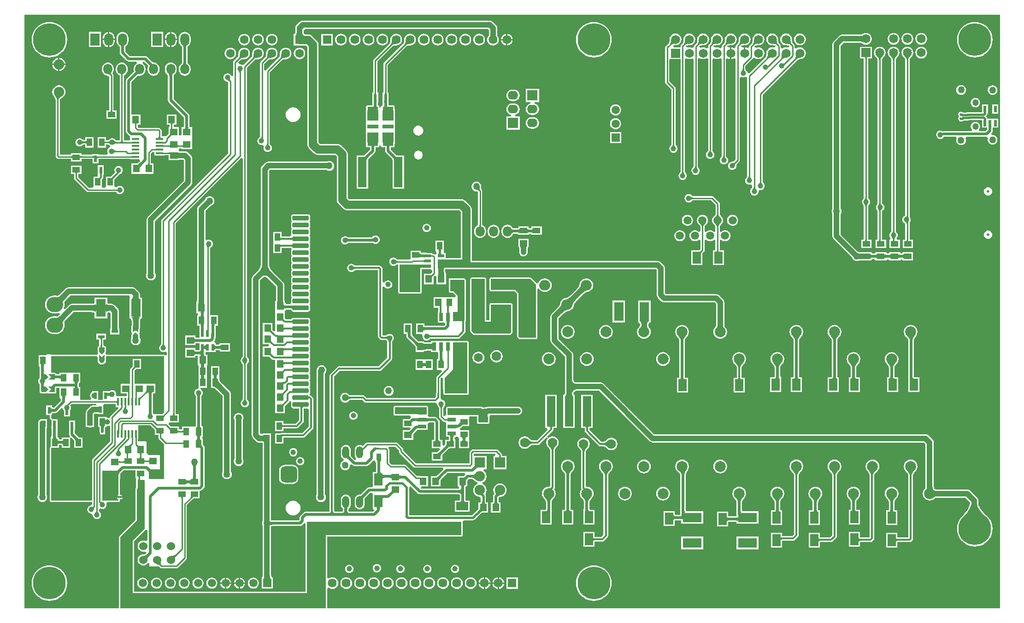
<source format=gbl>
G04*
G04 #@! TF.GenerationSoftware,Altium Limited,Altium Designer,20.1.7 (139)*
G04*
G04 Layer_Physical_Order=4*
G04 Layer_Color=16711680*
%FSTAX24Y24*%
%MOIN*%
G70*
G04*
G04 #@! TF.SameCoordinates,F0BF9DC0-9546-437B-B132-7D81F4AFA61C*
G04*
G04*
G04 #@! TF.FilePolarity,Positive*
G04*
G01*
G75*
%ADD16C,0.0100*%
%ADD17C,0.0197*%
%ADD23R,0.0550X0.0394*%
%ADD25R,0.0394X0.0550*%
%ADD34R,0.0550X0.0500*%
%ADD35R,0.0354X0.0472*%
%ADD36R,0.0354X0.0472*%
%ADD90C,0.0138*%
%ADD91C,0.0394*%
%ADD92C,0.0152*%
%ADD94C,0.0650*%
%ADD95R,0.0650X0.0650*%
%ADD96C,0.0640*%
%ADD97R,0.0640X0.0640*%
%ADD98R,0.0650X0.0650*%
%ADD99C,0.0700*%
%ADD100C,0.0197*%
%ADD101C,0.0787*%
%ADD102R,0.0787X0.0787*%
%ADD103C,0.1949*%
%ADD104C,0.0591*%
%ADD105C,0.0630*%
%ADD106R,0.0630X0.0630*%
G04:AMPARAMS|DCode=107|XSize=118.1mil|YSize=118.1mil|CornerRadius=29.5mil|HoleSize=0mil|Usage=FLASHONLY|Rotation=90.000|XOffset=0mil|YOffset=0mil|HoleType=Round|Shape=RoundedRectangle|*
%AMROUNDEDRECTD107*
21,1,0.1181,0.0591,0,0,90.0*
21,1,0.0591,0.1181,0,0,90.0*
1,1,0.0591,0.0295,0.0295*
1,1,0.0591,0.0295,-0.0295*
1,1,0.0591,-0.0295,-0.0295*
1,1,0.0591,-0.0295,0.0295*
%
%ADD107ROUNDEDRECTD107*%
G04:AMPARAMS|DCode=108|XSize=35.4mil|YSize=118.1mil|CornerRadius=8.9mil|HoleSize=0mil|Usage=FLASHONLY|Rotation=90.000|XOffset=0mil|YOffset=0mil|HoleType=Round|Shape=RoundedRectangle|*
%AMROUNDEDRECTD108*
21,1,0.0354,0.1004,0,0,90.0*
21,1,0.0177,0.1181,0,0,90.0*
1,1,0.0177,0.0502,0.0089*
1,1,0.0177,0.0502,-0.0089*
1,1,0.0177,-0.0502,-0.0089*
1,1,0.0177,-0.0502,0.0089*
%
%ADD108ROUNDEDRECTD108*%
%ADD109R,0.0650X0.0900*%
%ADD110O,0.0650X0.0900*%
%ADD111C,0.0598*%
%ADD112R,0.0598X0.0598*%
%ADD113R,0.0750X0.0750*%
%ADD114O,0.0750X0.0630*%
%ADD115C,0.0750*%
%ADD116C,0.2362*%
%ADD117O,0.0650X0.0750*%
%ADD118C,0.0600*%
%ADD119R,0.0591X0.0591*%
%ADD120O,0.0800X0.0750*%
%ADD121O,0.1200X0.1100*%
%ADD122C,0.0394*%
%ADD123C,0.0500*%
%ADD124C,0.0472*%
%ADD125R,0.0866X0.0610*%
%ADD126R,0.0610X0.0866*%
%ADD127R,0.0630X0.2205*%
%ADD128R,0.0709X0.1378*%
%ADD129R,0.1378X0.0709*%
%ADD130R,0.0610X0.0886*%
%ADD131R,0.0500X0.0550*%
%ADD132R,0.0236X0.0492*%
%ADD133R,0.0787X0.0728*%
%ADD134R,0.0787X0.0315*%
%ADD135R,0.0472X0.0236*%
G04:AMPARAMS|DCode=136|XSize=19.7mil|YSize=19.7mil|CornerRadius=4.9mil|HoleSize=0mil|Usage=FLASHONLY|Rotation=90.000|XOffset=0mil|YOffset=0mil|HoleType=Round|Shape=RoundedRectangle|*
%AMROUNDEDRECTD136*
21,1,0.0197,0.0098,0,0,90.0*
21,1,0.0098,0.0197,0,0,90.0*
1,1,0.0098,0.0049,0.0049*
1,1,0.0098,0.0049,-0.0049*
1,1,0.0098,-0.0049,-0.0049*
1,1,0.0098,-0.0049,0.0049*
%
%ADD136ROUNDEDRECTD136*%
G04:AMPARAMS|DCode=137|XSize=19.7mil|YSize=19.7mil|CornerRadius=4.9mil|HoleSize=0mil|Usage=FLASHONLY|Rotation=0.000|XOffset=0mil|YOffset=0mil|HoleType=Round|Shape=RoundedRectangle|*
%AMROUNDEDRECTD137*
21,1,0.0197,0.0098,0,0,0.0*
21,1,0.0098,0.0197,0,0,0.0*
1,1,0.0098,0.0049,-0.0049*
1,1,0.0098,-0.0049,-0.0049*
1,1,0.0098,-0.0049,0.0049*
1,1,0.0098,0.0049,0.0049*
%
%ADD137ROUNDEDRECTD137*%
G04:AMPARAMS|DCode=138|XSize=11.8mil|YSize=60mil|CornerRadius=3mil|HoleSize=0mil|Usage=FLASHONLY|Rotation=90.000|XOffset=0mil|YOffset=0mil|HoleType=Round|Shape=RoundedRectangle|*
%AMROUNDEDRECTD138*
21,1,0.0118,0.0541,0,0,90.0*
21,1,0.0059,0.0600,0,0,90.0*
1,1,0.0059,0.0270,0.0030*
1,1,0.0059,0.0270,-0.0030*
1,1,0.0059,-0.0270,-0.0030*
1,1,0.0059,-0.0270,0.0030*
%
%ADD138ROUNDEDRECTD138*%
%ADD139R,0.0512X0.1063*%
%ADD140R,0.0236X0.0453*%
%ADD141R,0.0965X0.0610*%
%ADD142R,0.0600X0.0256*%
%ADD143R,0.0236X0.0472*%
%ADD144O,0.0512X0.0866*%
%ADD145R,0.0886X0.0610*%
%ADD146R,0.0256X0.0600*%
%ADD147R,0.0610X0.0965*%
%ADD148R,0.0177X0.0581*%
%ADD149R,0.0165X0.0217*%
%ADD150R,0.0709X0.1299*%
%ADD151R,0.0561X0.0177*%
%ADD152C,0.0157*%
%ADD153C,0.0591*%
%ADD154C,0.0118*%
%ADD155R,0.0774X0.0283*%
G36*
X027047Y050024D02*
X027001Y050023D01*
X026918Y050018D01*
X026882Y050013D01*
X026849Y050006D01*
X026819Y049998D01*
X026792Y049988D01*
X026769Y049977D01*
X026749Y049964D01*
X026732Y04995D01*
X026661Y05002D01*
X026676Y050037D01*
X026689Y050057D01*
X0267Y050081D01*
X02671Y050107D01*
X026718Y050137D01*
X026724Y05017D01*
X026729Y050207D01*
X026735Y050289D01*
X026735Y050335D01*
X027047Y050024D01*
D02*
G37*
G36*
X026047D02*
X026001Y050023D01*
X025918Y050018D01*
X025882Y050013D01*
X025849Y050006D01*
X025819Y049998D01*
X025792Y049988D01*
X025769Y049977D01*
X025749Y049964D01*
X025732Y04995D01*
X025661Y05002D01*
X025676Y050037D01*
X025689Y050057D01*
X0257Y050081D01*
X02571Y050107D01*
X025718Y050137D01*
X025724Y05017D01*
X025729Y050207D01*
X025735Y050289D01*
X025735Y050335D01*
X026047Y050024D01*
D02*
G37*
G36*
X080713Y010153D02*
X032052D01*
Y01159D01*
X032055Y011593D01*
X03217Y011641D01*
X032221Y011602D01*
X032323Y011559D01*
X032433Y011545D01*
X032543Y011559D01*
X032645Y011602D01*
X032733Y011669D01*
X0328Y011757D01*
X032842Y011859D01*
X032857Y011968D01*
X032842Y012078D01*
X0328Y01218D01*
X032733Y012268D01*
X032645Y012335D01*
X032543Y012378D01*
X032433Y012392D01*
X032323Y012378D01*
X032221Y012335D01*
X03217Y012296D01*
X032055Y012344D01*
X032052Y012347D01*
Y015348D01*
X04175D01*
X041789Y015356D01*
X041822Y015378D01*
X041844Y015411D01*
X041852Y01545D01*
Y0164D01*
X041852Y0164D01*
X041911Y016498D01*
X041934Y016518D01*
X0426D01*
X0426Y016518D01*
X04267Y016532D01*
X042729Y016571D01*
X043179Y017021D01*
X043208Y017048D01*
X043231Y017067D01*
X043243Y017075D01*
X0437D01*
Y017825D01*
X043535D01*
X043533Y017837D01*
X043532Y017847D01*
Y01829D01*
X043518Y018359D01*
X043481Y018416D01*
X043515Y01846D01*
X043563Y018576D01*
X043579Y0187D01*
X043563Y018824D01*
X043515Y01894D01*
X043439Y019039D01*
X04334Y019115D01*
X043288Y019136D01*
Y019264D01*
X04334Y019285D01*
X043439Y019361D01*
X043515Y01946D01*
X043563Y019576D01*
X043579Y0197D01*
X043563Y019824D01*
X043515Y01994D01*
X043439Y020039D01*
X04335Y020107D01*
X04335Y020142D01*
X043382Y020225D01*
X043575D01*
Y021175D01*
X042653D01*
Y021337D01*
X042663Y021347D01*
X04419D01*
X044231Y021293D01*
X044173Y021175D01*
X044075D01*
Y020225D01*
X045025D01*
Y021175D01*
X044703D01*
Y02125D01*
X044691Y021309D01*
X044658Y021358D01*
X044408Y021608D01*
X044359Y021641D01*
X0443Y021653D01*
X0426D01*
X042541Y021641D01*
X042492Y021608D01*
X042392Y021508D01*
X042359Y021459D01*
X042347Y0214D01*
Y020658D01*
X042332Y020643D01*
X038473D01*
X037553Y021563D01*
Y02165D01*
X037541Y021709D01*
X037508Y021758D01*
X037158Y022108D01*
X037109Y022141D01*
X03705Y022153D01*
X03495D01*
X034891Y022141D01*
X034842Y022108D01*
X034632Y021898D01*
X034579Y021938D01*
X034493Y021974D01*
X0344Y021986D01*
X034307Y021974D01*
X034221Y021938D01*
X034146Y021881D01*
X034089Y021807D01*
X034053Y02172D01*
X034041Y021627D01*
Y021273D01*
X034053Y02118D01*
X034089Y021093D01*
X034146Y021019D01*
X03411Y020898D01*
X034067Y020892D01*
X033805Y021154D01*
X033788Y021173D01*
X033767Y0212D01*
X033752Y021222D01*
X033759Y021273D01*
Y021627D01*
X033747Y02172D01*
X033711Y021807D01*
X033654Y021881D01*
X033579Y021938D01*
X033493Y021974D01*
X0334Y021986D01*
X033307Y021974D01*
X033221Y021938D01*
X033146Y021881D01*
X033089Y021807D01*
X033053Y02172D01*
X033041Y021627D01*
Y021273D01*
X033053Y02118D01*
X033089Y021093D01*
X033146Y021019D01*
X033221Y020962D01*
X033238Y020955D01*
X033244Y020918D01*
X033231Y02083D01*
X033173Y020806D01*
X0331Y02075D01*
X033044Y020677D01*
X033009Y020591D01*
X032997Y0205D01*
X033009Y020409D01*
X033044Y020323D01*
X0331Y02025D01*
X033173Y020194D01*
X033259Y020159D01*
X03335Y020147D01*
X033441Y020159D01*
X033527Y020194D01*
X0336Y02025D01*
X033656Y020323D01*
X033691Y020409D01*
X033703Y0205D01*
X0337Y020519D01*
X033812Y020574D01*
X03388Y020507D01*
X033945Y020463D01*
X034023Y020448D01*
X0349D01*
X034977Y020463D01*
X035043Y020507D01*
X035386Y02085D01*
X03547Y020846D01*
X035509Y02084D01*
X035522Y020824D01*
X035523Y020764D01*
D01*
X035598Y020656D01*
Y020069D01*
X035596Y020055D01*
X035593Y020034D01*
X035589Y020019D01*
X035588Y020018D01*
X035345D01*
Y018932D01*
X035239Y018902D01*
X035073D01*
X034995Y018887D01*
X03493Y018843D01*
X034518Y018432D01*
X0345Y018415D01*
X034472Y018394D01*
X034451Y018379D01*
X0344Y018386D01*
X034307Y018374D01*
X034221Y018338D01*
X034146Y018281D01*
X034089Y018207D01*
X034053Y01812D01*
X034041Y018027D01*
Y017673D01*
X034053Y01758D01*
X034089Y017493D01*
X034146Y017419D01*
X034221Y017362D01*
X034307Y017326D01*
X0344Y017314D01*
X034493Y017326D01*
X034579Y017362D01*
X034654Y017419D01*
X034711Y017493D01*
X034747Y01758D01*
X034759Y017673D01*
Y018027D01*
X034752Y018078D01*
X034766Y018099D01*
X034809Y01815D01*
X035157Y018498D01*
X035249D01*
X035345Y018443D01*
Y017357D01*
X035404D01*
X035453Y017239D01*
X035366Y017152D01*
X033667D01*
X03365Y017155D01*
X033635Y01716D01*
X033626Y017165D01*
X03362Y01717D01*
X033615Y017176D01*
X03361Y017185D01*
X033605Y0172D01*
X033602Y017217D01*
Y017303D01*
X033604Y017328D01*
X033608Y017363D01*
X033613Y017387D01*
X033654Y017419D01*
X033711Y017493D01*
X033747Y01758D01*
X033759Y017673D01*
Y018027D01*
X033747Y01812D01*
X033711Y018207D01*
X033654Y018281D01*
X033579Y018338D01*
X033493Y018374D01*
X0334Y018386D01*
X033307Y018374D01*
X033221Y018338D01*
X033146Y018281D01*
X033089Y018207D01*
X033053Y01812D01*
X033041Y018027D01*
Y017673D01*
X033053Y01758D01*
X033089Y017493D01*
X033146Y017419D01*
X033187Y017387D01*
X033192Y017364D01*
X033198Y017298D01*
Y017217D01*
X033195Y0172D01*
X03319Y017185D01*
X033185Y017176D01*
X03318Y01717D01*
X033174Y017165D01*
X033165Y01716D01*
X03315Y017155D01*
X033133Y017152D01*
X03263D01*
X032613Y017154D01*
X032595Y017159D01*
X032583Y017163D01*
X032577Y017167D01*
X032575Y017169D01*
X032574Y01717D01*
X032573Y017171D01*
X032572Y017175D01*
Y026929D01*
X032971Y027328D01*
X03585D01*
X035916Y027341D01*
X035972Y027378D01*
X036698Y028104D01*
X036735Y02816D01*
X036748Y028226D01*
Y029442D01*
X036749Y029445D01*
X03675Y029454D01*
X036753Y029463D01*
X036756Y029471D01*
X03676Y02948D01*
X036765Y029488D01*
X036771Y029496D01*
X036777Y029504D01*
X036785Y029512D01*
X036788Y029514D01*
X036835Y029576D01*
X036865Y029649D01*
X036876Y029726D01*
X036865Y029804D01*
X036835Y029876D01*
X036788Y029938D01*
X036726Y029985D01*
X036654Y030015D01*
X036576Y030026D01*
X036499Y030015D01*
X036426Y029985D01*
X0364Y029966D01*
X036392Y029961D01*
X036379Y029952D01*
X036369Y029945D01*
X036359Y029939D01*
X036348Y029934D01*
X036338Y02993D01*
X036328Y029927D01*
X036318Y029924D01*
X036307Y029922D01*
X036305Y029922D01*
X036072D01*
Y033428D01*
X03619Y033451D01*
X036191Y03345D01*
X036238Y033388D01*
X0363Y033341D01*
X036373Y033311D01*
X03645Y033301D01*
X036527Y033311D01*
X0366Y033341D01*
X036662Y033388D01*
X036709Y03345D01*
X036739Y033523D01*
X036749Y0336D01*
X036739Y033677D01*
X036709Y03375D01*
X036662Y033812D01*
X0366Y033859D01*
X036527Y033889D01*
X03645Y033899D01*
X036373Y033889D01*
X0363Y033859D01*
X036238Y033812D01*
X036191Y03375D01*
X03619Y033749D01*
X036072Y033772D01*
Y034719D01*
X036059Y034785D01*
X036022Y034841D01*
X035941Y034922D01*
X035885Y034959D01*
X035819Y034972D01*
X034084D01*
X034081Y034972D01*
X034072Y034974D01*
X034063Y034977D01*
X034055Y03498D01*
X034047Y034984D01*
X034038Y034989D01*
X03403Y034994D01*
X034022Y035001D01*
X034014Y035009D01*
X034012Y035012D01*
X03395Y035059D01*
X033877Y035089D01*
X0338Y035099D01*
X033723Y035089D01*
X03365Y035059D01*
X033588Y035012D01*
X033541Y03495D01*
X033511Y034877D01*
X033501Y0348D01*
X033511Y034723D01*
X033541Y03465D01*
X033588Y034588D01*
X03365Y034541D01*
X033723Y034511D01*
X0338Y034501D01*
X033877Y034511D01*
X03395Y034541D01*
X034012Y034588D01*
X034014Y034591D01*
X034022Y034599D01*
X03403Y034606D01*
X034038Y034611D01*
X034047Y034616D01*
X034055Y03462D01*
X034063Y034623D01*
X034072Y034626D01*
X034081Y034628D01*
X034084Y034628D01*
X035728D01*
Y02985D01*
X035741Y029784D01*
X035778Y029728D01*
X035878Y029628D01*
X035934Y029591D01*
X036Y029578D01*
X036284D01*
X036286Y029577D01*
X036294Y029576D01*
X036302Y029573D01*
X036308Y029571D01*
X036314Y029567D01*
X03632Y029563D01*
X036326Y029558D01*
X036333Y029552D01*
X036342Y029541D01*
X036348Y029536D01*
X036364Y029514D01*
X036368Y029512D01*
X036375Y029504D01*
X036382Y029496D01*
X036387Y029488D01*
X036392Y02948D01*
X036396Y029471D01*
X036399Y029463D01*
X036402Y029454D01*
X036404Y029445D01*
X036404Y029442D01*
Y028297D01*
X035779Y027672D01*
X0329D01*
X032834Y027659D01*
X032778Y027622D01*
X032278Y027122D01*
X032241Y027066D01*
X032228Y027D01*
Y017175D01*
X032227Y017171D01*
X032226Y01717D01*
X032225Y017169D01*
X032223Y017167D01*
X032217Y017163D01*
X032205Y017159D01*
X032187Y017154D01*
X03217Y017152D01*
X0305D01*
X030423Y017137D01*
X030357Y017093D01*
X030107Y016843D01*
X030063Y016777D01*
X030048Y0167D01*
Y016549D01*
X030001Y016502D01*
X028148D01*
X028024Y016507D01*
X028015Y016509D01*
X028003Y016513D01*
X027999Y016514D01*
Y02155D01*
X027999Y02155D01*
Y02245D01*
X027997Y022469D01*
Y022825D01*
X027521D01*
X027508Y022825D01*
X027504Y022826D01*
X027403Y022825D01*
Y022787D01*
X027318Y02277D01*
X027286Y022768D01*
X027199Y022849D01*
Y033899D01*
X02735Y03405D01*
X027391Y034087D01*
X027435Y034118D01*
X027476Y034138D01*
X027514Y03415D01*
X02755Y034153D01*
X027586Y03415D01*
X027624Y034138D01*
X027665Y034118D01*
X027709Y034087D01*
X02775Y03405D01*
X028351Y033449D01*
Y032642D01*
X028347Y032523D01*
X028339Y032435D01*
X028337Y032425D01*
X0283Y032425D01*
X028299Y032325D01*
X028299Y032325D01*
X028299Y032324D01*
X0283Y03232D01*
Y031743D01*
X0283Y031675D01*
X0283Y031557D01*
Y030943D01*
X0283Y030875D01*
X0283D01*
Y030825D01*
X0283D01*
Y030259D01*
X028191Y030213D01*
X028134Y03027D01*
X028116Y03029D01*
X028103Y030305D01*
X0281Y03031D01*
Y030825D01*
X0274D01*
Y030143D01*
X0274Y030075D01*
X0274D01*
Y030025D01*
X0274D01*
Y029275D01*
X027815D01*
X027839Y029243D01*
X027779Y029125D01*
X0274D01*
Y028375D01*
X027865D01*
X027869Y028372D01*
X0279Y028346D01*
X02806Y028185D01*
X028113Y02815D01*
X028175Y028138D01*
X0283D01*
Y027475D01*
X0283Y027475D01*
Y027425D01*
X0283D01*
X0283Y027357D01*
Y026675D01*
X0283Y026675D01*
Y026625D01*
X0283D01*
X0283Y026557D01*
Y025875D01*
X0283Y025875D01*
Y025825D01*
X0283D01*
X0283Y025757D01*
Y025075D01*
X0283Y025075D01*
Y025025D01*
X0283D01*
X0283Y024957D01*
Y024275D01*
X029D01*
Y02479D01*
X029003Y024794D01*
X029029Y024825D01*
X029315Y02511D01*
X029332Y025137D01*
X029432Y025138D01*
X029458Y025068D01*
X029443Y024994D01*
Y024817D01*
X029458Y024743D01*
X029499Y024681D01*
X029562Y024639D01*
X029635Y024625D01*
X030038D01*
Y023767D01*
X029783Y023512D01*
X028897D01*
Y023725D01*
X028303D01*
Y022975D01*
X028897D01*
Y023188D01*
X02985D01*
X029912Y0232D01*
X029965Y023235D01*
X030315Y023585D01*
X03035Y023638D01*
X030362Y0237D01*
Y024625D01*
X030639D01*
X030738Y024525D01*
Y023317D01*
X030249Y022828D01*
X028738D01*
X028722Y022825D01*
X028303D01*
Y022075D01*
X028897D01*
Y022504D01*
X030316D01*
X030378Y022516D01*
X030431Y022551D01*
X031015Y023135D01*
X03105Y023188D01*
X031062Y02325D01*
Y0253D01*
X03105Y025362D01*
X031015Y025415D01*
X030909Y02552D01*
X030857Y025555D01*
X030818Y025563D01*
X030817Y025568D01*
X030775Y02563D01*
Y025681D01*
X030817Y025743D01*
X030832Y025817D01*
Y025994D01*
X030817Y026068D01*
X030775Y02613D01*
Y026181D01*
X030817Y026243D01*
X030832Y026317D01*
Y026494D01*
X030817Y026568D01*
X030775Y02663D01*
Y026681D01*
X030817Y026743D01*
X030832Y026817D01*
Y026994D01*
X030817Y027068D01*
X030775Y02713D01*
Y027181D01*
X030817Y027243D01*
X030832Y027317D01*
Y027494D01*
X030817Y027568D01*
X030775Y02763D01*
Y027681D01*
X030817Y027743D01*
X030832Y027817D01*
Y027994D01*
X030817Y028068D01*
X030775Y02813D01*
Y028181D01*
X030817Y028243D01*
X030832Y028317D01*
Y028494D01*
X030817Y028568D01*
X030775Y02863D01*
Y028681D01*
X030817Y028743D01*
X030832Y028817D01*
Y028994D01*
X030817Y029068D01*
X030775Y02913D01*
Y029181D01*
X030817Y029243D01*
X030832Y029317D01*
Y029494D01*
X030817Y029568D01*
X030775Y02963D01*
Y029681D01*
X030817Y029743D01*
X030832Y029817D01*
Y029994D01*
X030817Y030068D01*
X030775Y03013D01*
Y030181D01*
X030817Y030243D01*
X030832Y030317D01*
Y030494D01*
X030817Y030568D01*
X030775Y03063D01*
Y030681D01*
X030817Y030743D01*
X030832Y030817D01*
Y030994D01*
X030817Y031068D01*
X030775Y03113D01*
X030713Y031172D01*
X030639Y031186D01*
X029635D01*
X029562Y031172D01*
X029499Y03113D01*
X029458Y031068D01*
X029457Y031062D01*
X029454Y031062D01*
X029098D01*
X029Y031163D01*
Y031557D01*
X029Y031625D01*
Y031679D01*
X029114Y031775D01*
X029399D01*
X029417Y031774D01*
X029441Y03177D01*
X029453Y031767D01*
X029458Y031743D01*
X029499Y031681D01*
X029562Y031639D01*
X029635Y031625D01*
X030639D01*
X030713Y031639D01*
X030775Y031681D01*
X030817Y031743D01*
X030832Y031817D01*
Y031994D01*
X030817Y032068D01*
X030775Y03213D01*
Y032181D01*
X030817Y032243D01*
X030832Y032317D01*
Y032494D01*
X030817Y032568D01*
X030775Y03263D01*
Y032681D01*
X030817Y032743D01*
X030832Y032817D01*
Y032994D01*
X030817Y033068D01*
X030775Y03313D01*
Y033181D01*
X030817Y033243D01*
X030832Y033317D01*
Y033494D01*
X030817Y033568D01*
X030775Y03363D01*
Y033681D01*
X030817Y033743D01*
X030832Y033817D01*
Y033994D01*
X030817Y034068D01*
X030775Y03413D01*
Y034181D01*
X030817Y034243D01*
X030832Y034317D01*
Y034494D01*
X030817Y034568D01*
X030775Y03463D01*
Y034681D01*
X030817Y034743D01*
X030832Y034817D01*
Y034994D01*
X030817Y035068D01*
X030775Y03513D01*
Y035181D01*
X030817Y035243D01*
X030832Y035317D01*
Y035494D01*
X030817Y035568D01*
X030775Y03563D01*
Y035681D01*
X030817Y035743D01*
X030832Y035817D01*
Y035994D01*
X030817Y036068D01*
X030775Y03613D01*
Y036181D01*
X030817Y036243D01*
X030832Y036317D01*
Y036494D01*
X030817Y036568D01*
X030775Y03663D01*
Y036681D01*
X030817Y036743D01*
X030832Y036817D01*
Y036994D01*
X030817Y037068D01*
X030775Y03713D01*
Y037181D01*
X030817Y037243D01*
X030832Y037317D01*
Y037494D01*
X030817Y037568D01*
X030775Y03763D01*
Y037681D01*
X030817Y037743D01*
X030832Y037817D01*
Y037994D01*
X030817Y038068D01*
X030775Y03813D01*
Y038181D01*
X030817Y038243D01*
X030832Y038317D01*
Y038494D01*
X030817Y038568D01*
X030775Y03863D01*
X030713Y038672D01*
X030639Y038686D01*
X029635D01*
X029562Y038672D01*
X029499Y03863D01*
X029458Y038568D01*
X029443Y038494D01*
Y038317D01*
X029458Y038243D01*
X029499Y038181D01*
Y03813D01*
X029458Y038068D01*
X029443Y037994D01*
Y037817D01*
X029458Y037743D01*
X029499Y037681D01*
Y03763D01*
X029458Y037568D01*
X029443Y037494D01*
Y037317D01*
X029458Y037243D01*
X029459Y037241D01*
X029459Y037215D01*
X029456Y037201D01*
X029435Y037154D01*
X02942Y037128D01*
X029406Y037112D01*
X029402Y03711D01*
X02939Y037103D01*
X029386Y037099D01*
X029381Y037095D01*
X029373Y037084D01*
X029364Y037073D01*
X029363Y037068D01*
X029361Y037068D01*
X029355Y037068D01*
X028747D01*
Y037425D01*
X028153D01*
Y036675D01*
X028153D01*
X028153Y03667D01*
X028153Y036557D01*
Y035875D01*
X028747D01*
Y036243D01*
X029455D01*
X029456Y036243D01*
X029459Y03624D01*
X029499Y03613D01*
X029458Y036068D01*
X029443Y035994D01*
Y035817D01*
X029458Y035743D01*
X029499Y035681D01*
Y03563D01*
X029458Y035568D01*
X029443Y035494D01*
Y035317D01*
X029458Y035243D01*
X029499Y035181D01*
Y03513D01*
X029458Y035068D01*
X029443Y034994D01*
Y034817D01*
X029458Y034743D01*
X029499Y034681D01*
Y03463D01*
X029458Y034568D01*
X029443Y034494D01*
Y034317D01*
X029458Y034243D01*
X029499Y034181D01*
Y03413D01*
X029458Y034068D01*
X029443Y033994D01*
Y033817D01*
X029458Y033743D01*
X029499Y033681D01*
Y03363D01*
X029458Y033568D01*
X029443Y033494D01*
Y033317D01*
X029458Y033243D01*
X029499Y033181D01*
Y03313D01*
X029458Y033068D01*
X029443Y032994D01*
Y032817D01*
X029458Y032743D01*
X029499Y032681D01*
Y03263D01*
X029458Y032568D01*
X029443Y032494D01*
Y032317D01*
X029447Y032298D01*
X029376Y032191D01*
X029359Y03218D01*
X029114D01*
X029Y032277D01*
Y032307D01*
X029Y03232D01*
X029001Y032324D01*
X029001Y032325D01*
X029001Y032325D01*
X029Y032425D01*
X028965D01*
X028949Y032645D01*
Y033573D01*
X028939Y033651D01*
X028922Y033693D01*
X028909Y033723D01*
X028862Y033785D01*
X028087Y03456D01*
X02805Y0346D01*
X028007Y034653D01*
X02797Y034708D01*
X027938Y034764D01*
X027911Y034823D01*
X027889Y034883D01*
X027871Y034946D01*
X027859Y035011D01*
X027851Y035079D01*
X027849Y035134D01*
Y0354D01*
Y03625D01*
X027849Y03625D01*
Y03705D01*
Y041826D01*
X027924Y041901D01*
X032015D01*
X032023Y041894D01*
X032109Y041859D01*
X0322Y041847D01*
X032291Y041859D01*
X032377Y041894D01*
X03245Y04195D01*
X032506Y042023D01*
X032541Y042109D01*
X032553Y0422D01*
X032541Y042291D01*
X032506Y042377D01*
X03245Y04245D01*
X032377Y042506D01*
X032291Y042541D01*
X0322Y042553D01*
X032109Y042541D01*
X032023Y042506D01*
X032015Y042499D01*
X0278D01*
X027723Y042489D01*
X02765Y042459D01*
X027588Y042412D01*
X027338Y042162D01*
X027291Y0421D01*
X027261Y042027D01*
X027251Y04195D01*
Y03705D01*
Y03625D01*
X027251Y03625D01*
Y0354D01*
X027251Y0354D01*
X027251Y0354D01*
Y035134D01*
X027249Y035079D01*
X027241Y035011D01*
X027229Y034946D01*
X027211Y034883D01*
X027189Y034823D01*
X027162Y034764D01*
X02713Y034708D01*
X027093Y034653D01*
X02705Y0346D01*
X027013Y03456D01*
X026688Y034235D01*
X026641Y034173D01*
X026611Y034101D01*
X026601Y034023D01*
Y022681D01*
X026611Y022603D01*
X026641Y022531D01*
X026688Y022469D01*
X026919Y022238D01*
X026981Y022191D01*
X027011Y022178D01*
X027053Y022161D01*
X027131Y022151D01*
X027186D01*
X027198Y02215D01*
X027313Y022145D01*
X027356Y02214D01*
X02739Y022134D01*
X027401Y022131D01*
Y02155D01*
X027401Y02155D01*
Y016485D01*
X027394Y016477D01*
X027359Y016391D01*
X027347Y0163D01*
X027359Y016209D01*
X027394Y016123D01*
X027401Y016115D01*
Y012601D01*
X0274Y012585D01*
X027395Y012472D01*
X027371Y012364D01*
X027321Y012364D01*
X02732Y012263D01*
X027321Y012259D01*
X027321Y012246D01*
Y011573D01*
X028112D01*
Y012246D01*
X028112Y012259D01*
X028113Y012263D01*
X028112Y012364D01*
X028062D01*
X02801Y01246D01*
X028008Y012467D01*
X028Y012586D01*
X027999Y012617D01*
Y016086D01*
X028001Y016086D01*
X028171Y016098D01*
X030085D01*
X030162Y016113D01*
X030228Y016157D01*
X03038Y016309D01*
X030434Y016301D01*
X030498Y016267D01*
Y011352D01*
X018102D01*
Y015008D01*
X018922Y015828D01*
X01893Y015839D01*
X019038Y015823D01*
X019048Y015819D01*
Y015075D01*
X019002Y015039D01*
X01893Y015009D01*
X018854Y01504D01*
X01875Y015053D01*
X018646Y01504D01*
X018548Y014999D01*
X018465Y014935D01*
X018401Y014852D01*
X01836Y014754D01*
X018347Y01465D01*
X01836Y014546D01*
X018401Y014448D01*
X018465Y014365D01*
X018548Y014301D01*
X018646Y01426D01*
X01875Y014247D01*
X018854Y01426D01*
X018973Y014182D01*
X018979Y014165D01*
X018915Y014101D01*
X018907Y014095D01*
X018892Y014085D01*
X018876Y014076D01*
X018858Y014069D01*
X01884Y014063D01*
X018821Y014058D01*
X0188Y014055D01*
X018778Y014053D01*
X01876Y014052D01*
X01875Y014053D01*
X018646Y01404D01*
X018548Y013999D01*
X018465Y013935D01*
X018401Y013852D01*
X01836Y013754D01*
X018347Y01365D01*
X01836Y013546D01*
X018401Y013448D01*
X018465Y013365D01*
X018548Y013301D01*
X018646Y01326D01*
X01875Y013247D01*
X018854Y01326D01*
X018952Y013301D01*
X019035Y013365D01*
X019082Y013425D01*
X019178Y013407D01*
X0192Y013395D01*
Y013169D01*
X019882D01*
X019888Y013166D01*
X019962Y013092D01*
X020011Y013059D01*
X02007Y013047D01*
X02115D01*
X021209Y013059D01*
X021258Y013092D01*
X021858Y013692D01*
X021891Y013741D01*
X021903Y0138D01*
Y017637D01*
X022314Y018048D01*
X022343Y018073D01*
X022357Y018083D01*
X022369Y018091D01*
X02238Y018097D01*
X022388Y018101D01*
X022394Y018103D01*
X022396Y018103D01*
X022825D01*
Y018648D01*
X02285D01*
X022927Y018663D01*
X022993Y018707D01*
X023143Y018857D01*
X023187Y018923D01*
X023202Y019D01*
Y021758D01*
X023187Y021836D01*
X023143Y021901D01*
X023047Y021997D01*
Y022307D01*
X023047Y022312D01*
X023047Y022313D01*
X023047Y022315D01*
Y02232D01*
X023048Y022324D01*
X023047Y022425D01*
X023006Y0225D01*
X023047Y022575D01*
X023048Y022676D01*
X023047Y02268D01*
Y022685D01*
X023047Y022687D01*
X023047Y022688D01*
X023047Y022693D01*
Y023207D01*
X023047Y023212D01*
X023047Y023213D01*
X023047Y023215D01*
Y02322D01*
X023048Y023224D01*
X023047Y023325D01*
X022952Y023425D01*
Y0255D01*
X022953Y025507D01*
X022955Y025518D01*
X022957Y025527D01*
X022959Y025533D01*
X02296Y025537D01*
X022961Y025537D01*
X022962Y025538D01*
X023009Y0256D01*
X023039Y025673D01*
X023049Y02575D01*
X023039Y025827D01*
X023009Y0259D01*
X022962Y025962D01*
X022903Y026007D01*
X022902Y026017D01*
X022929Y026125D01*
X023347D01*
Y026875D01*
X023347D01*
X023347Y026925D01*
X023347Y026925D01*
Y027675D01*
X023347D01*
X023391Y027775D01*
X0234D01*
Y028525D01*
X02325D01*
X023249Y028526D01*
X023245Y028541D01*
X023242Y028562D01*
X02324Y028577D01*
Y028722D01*
X023992D01*
Y028842D01*
X023994Y028843D01*
X024009Y028847D01*
X02403Y02885D01*
X024044Y028852D01*
X024223D01*
X024237Y02885D01*
X024258Y028847D01*
X024273Y028843D01*
X024275Y028842D01*
Y028753D01*
X025025D01*
Y029347D01*
X024393D01*
X024388Y029347D01*
X024387Y029347D01*
X024386Y029347D01*
X02438D01*
X024376Y029348D01*
X024275Y029347D01*
X024174Y029256D01*
X024044D01*
X02403Y029258D01*
X024009Y029261D01*
X023994Y029265D01*
X023992Y029266D01*
Y029394D01*
X023932D01*
X023883Y029512D01*
X023897Y029527D01*
X023941Y029592D01*
X023957Y02967D01*
Y029706D01*
X023992Y029706D01*
X023993Y029807D01*
X023992Y029811D01*
X023992Y029824D01*
Y030042D01*
X023996Y030062D01*
Y030573D01*
X023997Y030587D01*
X024001Y030608D01*
X024005Y030623D01*
X024006Y030625D01*
X024147D01*
Y031375D01*
X023578D01*
Y036244D01*
X023578Y036246D01*
X023579Y036249D01*
X02358Y036251D01*
X023582Y036254D01*
X023585Y036257D01*
X023589Y036261D01*
X023595Y036266D01*
X023604Y036271D01*
X023619Y036279D01*
X023624Y036283D01*
X023643Y036291D01*
X023705Y036338D01*
X023753Y0364D01*
X023783Y036473D01*
X023793Y03655D01*
X023783Y036627D01*
X023753Y0367D01*
X023705Y036762D01*
X023643Y036809D01*
X023571Y036839D01*
X023494Y036849D01*
X023416Y036839D01*
X023368Y036819D01*
X023293Y036851D01*
X023249Y036886D01*
Y038926D01*
X023631Y039308D01*
X023641Y039309D01*
X023727Y039344D01*
X0238Y0394D01*
X023856Y039473D01*
X023891Y039559D01*
X023903Y03965D01*
X023891Y039741D01*
X023856Y039827D01*
X0238Y0399D01*
X023727Y039956D01*
X023641Y039991D01*
X02355Y040003D01*
X023459Y039991D01*
X023373Y039956D01*
X0233Y0399D01*
X023244Y039827D01*
X023209Y039741D01*
X023208Y039731D01*
X022738Y039262D01*
X022691Y0392D01*
X022661Y039127D01*
X022651Y03905D01*
Y032582D01*
X02265Y032554D01*
X022647Y032508D01*
X022645Y032493D01*
X022643Y032482D01*
X022642Y032481D01*
X022635Y032472D01*
X022632Y032464D01*
X022627Y032456D01*
X022626Y032445D01*
X022622Y032434D01*
X022623Y032425D01*
X022622Y032417D01*
X022624Y032406D01*
X022625Y032395D01*
X022629Y032387D01*
X0226Y032275D01*
X022599Y032175D01*
X022599Y032175D01*
X022599Y032174D01*
X0226Y03217D01*
Y031525D01*
X022675D01*
X022718Y03145D01*
X022675Y031375D01*
X022653D01*
Y030625D01*
X022801D01*
X022802Y030623D01*
X022806Y030608D01*
X022809Y030587D01*
X022811Y030573D01*
Y030378D01*
X022808D01*
X022807Y030277D01*
X022808Y030273D01*
Y029752D01*
X022577D01*
X022562Y029754D01*
X022541Y029757D01*
X022526Y029761D01*
X022525Y029762D01*
Y0299D01*
X021775D01*
Y0292D01*
X022525D01*
Y029338D01*
X022526Y029339D01*
X022541Y029343D01*
X022562Y029346D01*
X022577Y029348D01*
X022808D01*
Y028863D01*
X022803Y02886D01*
X022788Y028855D01*
X022771Y028852D01*
X022577D01*
X022562Y028854D01*
X022541Y028857D01*
X022526Y028861D01*
X022525Y028862D01*
Y029D01*
X021775D01*
Y0283D01*
X022525D01*
Y028438D01*
X022526Y028439D01*
X022541Y028443D01*
X022562Y028446D01*
X022577Y028448D01*
X0227D01*
Y027775D01*
X022709D01*
X022753Y027675D01*
X022752Y027574D01*
X022753Y02757D01*
Y027562D01*
X022753Y027561D01*
X022753Y027561D01*
Y027039D01*
X022753Y027039D01*
X022753Y027038D01*
Y02703D01*
X022752Y027026D01*
X022753Y026925D01*
X022753Y026875D01*
X022752Y026774D01*
X022753Y02677D01*
Y026762D01*
X022753Y026762D01*
X022753Y026761D01*
Y026163D01*
X022752Y026124D01*
X022674Y026039D01*
X022673Y026039D01*
X0226Y026009D01*
X022538Y025962D01*
X022491Y0259D01*
X022461Y025827D01*
X022451Y02575D01*
X022461Y025673D01*
X022491Y0256D01*
X022538Y025538D01*
X022539Y025537D01*
X02254Y025537D01*
X022541Y025533D01*
X022543Y025527D01*
X022545Y025518D01*
X022547Y025508D01*
X022548Y025497D01*
Y023377D01*
X022546Y023363D01*
X022543Y023342D01*
X022539Y023327D01*
X022538Y023325D01*
X021553D01*
Y023103D01*
X021325D01*
Y023297D01*
X0208D01*
X020797Y023298D01*
X020793Y023297D01*
X020773D01*
X02075Y023317D01*
X020581Y023485D01*
X02063Y023603D01*
X021325D01*
Y024197D01*
X021103D01*
Y038037D01*
X025829Y042763D01*
X025944Y042722D01*
X025947Y04272D01*
Y0284D01*
X025947Y028397D01*
X025945Y02839D01*
X025942Y028382D01*
X025938Y028373D01*
X025932Y028363D01*
X025924Y028352D01*
X025915Y02834D01*
X025904Y028327D01*
X025892Y028314D01*
X025888Y028312D01*
X025841Y02825D01*
X025811Y028177D01*
X025801Y0281D01*
X025811Y028023D01*
X025841Y02795D01*
X025888Y027888D01*
X025892Y027886D01*
X025904Y027873D01*
X025915Y02786D01*
X025924Y027848D01*
X025932Y027837D01*
X025938Y027827D01*
X025942Y027818D01*
X025945Y02781D01*
X025947Y027803D01*
X025947Y0278D01*
Y0253D01*
X025947Y025297D01*
X025945Y02529D01*
X025942Y025282D01*
X025938Y025273D01*
X025932Y025263D01*
X025924Y025252D01*
X025915Y02524D01*
X025904Y025227D01*
X025892Y025214D01*
X025888Y025212D01*
X025841Y02515D01*
X025811Y025077D01*
X025801Y025D01*
X025811Y024923D01*
X025841Y02485D01*
X025888Y024788D01*
X02595Y024741D01*
X026023Y024711D01*
X0261Y024701D01*
X026177Y024711D01*
X02625Y024741D01*
X026312Y024788D01*
X026359Y02485D01*
X026389Y024923D01*
X026399Y025D01*
X026389Y025077D01*
X026359Y02515D01*
X026312Y025212D01*
X026308Y025214D01*
X026296Y025227D01*
X026285Y02524D01*
X026276Y025252D01*
X026268Y025263D01*
X026262Y025273D01*
X026258Y025282D01*
X026255Y02529D01*
X026253Y025297D01*
X026253Y0253D01*
Y0278D01*
X026253Y027803D01*
X026255Y02781D01*
X026258Y027818D01*
X026262Y027827D01*
X026268Y027837D01*
X026276Y027848D01*
X026285Y02786D01*
X026296Y027873D01*
X026308Y027886D01*
X026312Y027888D01*
X026359Y02795D01*
X026389Y028023D01*
X026399Y0281D01*
X026389Y028177D01*
X026359Y02825D01*
X026312Y028312D01*
X026308Y028314D01*
X026296Y028327D01*
X026285Y02834D01*
X026276Y028352D01*
X026268Y028363D01*
X026262Y028373D01*
X026258Y028382D01*
X026255Y02839D01*
X026253Y028397D01*
X026253Y0284D01*
Y049325D01*
X02681Y049882D01*
X026819Y049888D01*
X026832Y049894D01*
X02685Y049901D01*
X026872Y049907D01*
X026899Y049912D01*
X026929Y049916D01*
X027004Y049921D01*
X027038Y049922D01*
X02705Y04992D01*
X027158Y049934D01*
X027259Y049976D01*
X027346Y050043D01*
X027412Y050129D01*
X027454Y05023D01*
X027469Y050339D01*
X027454Y050447D01*
X027412Y050548D01*
X027346Y050635D01*
X027259Y050701D01*
X027158Y050743D01*
X02705Y050757D01*
X026942Y050743D01*
X026841Y050701D01*
X026754Y050635D01*
X026688Y050548D01*
X026646Y050447D01*
X026631Y050339D01*
X026633Y050327D01*
X026633Y050293D01*
X026628Y050217D01*
X026624Y050187D01*
X026618Y050161D01*
X026612Y050139D01*
X026606Y050121D01*
X026599Y050107D01*
X026594Y050099D01*
X026037Y049541D01*
X025992Y049497D01*
X0259Y049506D01*
X025827Y049536D01*
X02575Y049546D01*
X025638Y049641D01*
X025637Y049645D01*
X025631Y049703D01*
X02581Y049882D01*
X025819Y049888D01*
X025832Y049894D01*
X02585Y049901D01*
X025872Y049907D01*
X025899Y049912D01*
X025929Y049916D01*
X026004Y049921D01*
X026038Y049922D01*
X02605Y04992D01*
X026158Y049934D01*
X026259Y049976D01*
X026346Y050043D01*
X026412Y050129D01*
X026454Y05023D01*
X026469Y050339D01*
X026454Y050447D01*
X026412Y050548D01*
X026346Y050635D01*
X026259Y050701D01*
X026158Y050743D01*
X02605Y050757D01*
X025942Y050743D01*
X025841Y050701D01*
X025754Y050635D01*
X025688Y050548D01*
X025646Y050447D01*
X025631Y050339D01*
X025633Y050327D01*
X025633Y050293D01*
X025628Y050217D01*
X025624Y050187D01*
X025618Y050161D01*
X025612Y050139D01*
X025606Y050121D01*
X025599Y050107D01*
X025594Y050099D01*
X025292Y049797D01*
X025259Y049747D01*
X025247Y049689D01*
Y048726D01*
X025129Y048702D01*
X025109Y04875D01*
X025062Y048812D01*
X025Y048859D01*
X024927Y048889D01*
X02485Y048899D01*
X024773Y048889D01*
X0247Y048859D01*
X024638Y048812D01*
X024591Y04875D01*
X024561Y048677D01*
X024551Y0486D01*
X024561Y048523D01*
X024591Y04845D01*
X024638Y048388D01*
X0247Y048341D01*
X024736Y048326D01*
X024745Y04832D01*
X024745Y04832D01*
X024745Y04832D01*
X024768Y048311D01*
X024829Y048285D01*
X024842Y048278D01*
X024868Y048263D01*
X024876Y048257D01*
X024878Y048256D01*
X024897Y048237D01*
Y043113D01*
X020092Y038308D01*
X020059Y038259D01*
X020047Y0382D01*
Y0293D01*
X020047Y029297D01*
X020045Y02929D01*
X020042Y029282D01*
X020038Y029273D01*
X020032Y029263D01*
X020024Y029252D01*
X020015Y02924D01*
X020004Y029227D01*
X019992Y029214D01*
X019988Y029212D01*
X019941Y02915D01*
X019911Y029077D01*
X019901Y029D01*
X019911Y028923D01*
X019941Y02885D01*
X019988Y028788D01*
X02005Y028741D01*
X020123Y028711D01*
X0202Y028701D01*
X020277Y028711D01*
X020329Y028732D01*
X020398Y028704D01*
X020447Y028667D01*
Y028481D01*
X020446Y028481D01*
X020329Y028462D01*
X020322Y028472D01*
X020289Y028494D01*
X02025Y028502D01*
X016052D01*
Y02855D01*
X016044Y028589D01*
X016022Y028622D01*
X016022Y028678D01*
X016044Y028711D01*
X016044Y028711D01*
X016052Y02875D01*
Y02905D01*
X016044Y029089D01*
X016022Y029122D01*
X015989Y029144D01*
X01595Y029152D01*
X015908Y029163D01*
X015903Y029176D01*
X015899Y02919D01*
X015896Y029195D01*
X015893Y0292D01*
X015884Y02921D01*
X015875Y029222D01*
X01587Y029225D01*
X015866Y029229D01*
X015861Y029231D01*
Y029608D01*
X016044D01*
Y030044D01*
X015372D01*
Y029608D01*
X015555D01*
Y029152D01*
X01555D01*
X015511Y029144D01*
X015478Y029122D01*
X015456Y029089D01*
X015448Y02905D01*
Y02875D01*
X015456Y028711D01*
X015456Y028711D01*
X015478Y028622D01*
X015456Y028589D01*
X015392Y028502D01*
X015392Y028502D01*
X0121D01*
Y02855D01*
X01175D01*
Y028475D01*
X011203D01*
Y027843D01*
X011203Y02783D01*
X011202Y027826D01*
X011203Y027725D01*
X011248Y027608D01*
Y02685D01*
X011247Y026843D01*
X011245Y026832D01*
X011243Y026823D01*
X011241Y026817D01*
X01124Y026813D01*
X011239Y026813D01*
X011238Y026812D01*
X011191Y02675D01*
X011161Y026677D01*
X011151Y0266D01*
X011161Y026523D01*
X011191Y02645D01*
X011238Y026388D01*
X011239Y026387D01*
X01124Y026387D01*
X011241Y026383D01*
X011243Y026377D01*
X011245Y026368D01*
X011247Y026358D01*
X011248Y026347D01*
Y026D01*
X011258Y02595D01*
X011248Y0259D01*
X011263Y025823D01*
X011307Y025757D01*
X01131Y025755D01*
X011328Y025728D01*
X011361Y025706D01*
X0114Y025698D01*
X011448D01*
X01145Y025698D01*
X011452Y025698D01*
X0117D01*
X011739Y025706D01*
X011739Y025706D01*
X011828Y025728D01*
X011828D01*
X011861Y025706D01*
X0119Y025698D01*
X01235Y025698D01*
X012389Y025706D01*
X012422Y025728D01*
X012422Y025728D01*
X012444Y025761D01*
X012452Y0258D01*
Y026098D01*
X012703D01*
Y025543D01*
X012703Y025538D01*
X012703Y025537D01*
X012703Y025535D01*
Y02553D01*
X012702Y025526D01*
X012703Y025425D01*
X012798Y025325D01*
Y025184D01*
X012308Y024694D01*
X01222D01*
X012206Y024696D01*
X012185Y024699D01*
X01217Y024703D01*
X012168Y024704D01*
Y024828D01*
X011732D01*
Y024156D01*
X011998D01*
Y02392D01*
X011998Y02392D01*
X011998Y023919D01*
X012002Y0239D01*
X012006Y023881D01*
X012006Y023881D01*
X012006Y02388D01*
X012017Y023864D01*
X012028Y023848D01*
X012029Y023848D01*
X012029Y023847D01*
X012106Y023773D01*
Y02329D01*
X012106Y023277D01*
X012105Y023273D01*
X012106Y023172D01*
X012135Y023055D01*
Y02263D01*
X012053Y022525D01*
X012052Y022424D01*
X012053Y02242D01*
X012053Y022407D01*
Y021864D01*
X012028Y021847D01*
X012006Y021814D01*
X011998Y021775D01*
Y01795D01*
X012006Y017911D01*
X012028Y017878D01*
X012061Y017856D01*
X0121Y017848D01*
X015047Y017848D01*
Y017712D01*
X015Y017599D01*
X014923Y017589D01*
X01485Y017559D01*
X014788Y017512D01*
X014741Y01745D01*
X014711Y017377D01*
X014701Y0173D01*
X014711Y017223D01*
X014741Y01715D01*
X014788Y017088D01*
X01485Y017041D01*
X014923Y017011D01*
X015Y017001D01*
X015101Y0169D01*
X015111Y016823D01*
X015141Y01675D01*
X015188Y016688D01*
X01525Y016641D01*
X015323Y016611D01*
X0154Y016601D01*
X015477Y016611D01*
X01555Y016641D01*
X015612Y016688D01*
X015659Y01675D01*
X015689Y016823D01*
X015699Y0169D01*
X015689Y016977D01*
X015659Y01705D01*
X015612Y017112D01*
X015608Y017114D01*
X015596Y017127D01*
X015585Y01714D01*
X015576Y017152D01*
X015568Y017163D01*
X015562Y017173D01*
X015558Y017182D01*
X015555Y01719D01*
X015553Y017197D01*
X015553Y0172D01*
Y017317D01*
X015602Y017354D01*
X015671Y017382D01*
X015723Y017361D01*
X0158Y017351D01*
X015877Y017361D01*
X01595Y017391D01*
X016012Y017438D01*
X016059Y0175D01*
X016089Y017573D01*
X016099Y01765D01*
X016089Y017727D01*
X016088Y01773D01*
X016165Y017848D01*
X01695Y017848D01*
X016989Y017856D01*
X017022Y017878D01*
X017044Y017911D01*
X017052Y01795D01*
Y018038D01*
X01712D01*
X017171Y018048D01*
X017214Y018077D01*
X017242Y01812D01*
X017253Y01817D01*
Y01823D01*
X017242Y01828D01*
X017214Y018323D01*
X017209Y018326D01*
X0172Y018332D01*
D01*
X017171Y018352D01*
X01712Y018362D01*
X017052D01*
X017052Y01875D01*
Y0195D01*
X017075D01*
Y019776D01*
X017076Y019781D01*
X017075Y019783D01*
Y019834D01*
X017084Y019851D01*
X017103Y019879D01*
X0172Y019995D01*
X017353Y020148D01*
X018175D01*
Y019603D01*
X018175D01*
X018236Y019531D01*
Y018892D01*
X018228Y018887D01*
X018223Y018879D01*
X018216Y018872D01*
X018212Y018862D01*
X018206Y018853D01*
X018204Y018844D01*
X0182Y018835D01*
X0182Y018825D01*
X018198Y018814D01*
Y016542D01*
X017028Y015372D01*
X017006Y015339D01*
X016998Y0153D01*
Y010153D01*
X010153D01*
Y053154D01*
X080713D01*
Y010153D01*
D02*
G37*
G36*
X025871Y049089D02*
X025856Y049072D01*
X025843Y049055D01*
X025832Y049038D01*
X025822Y049021D01*
X025814Y049005D01*
X025808Y048988D01*
X025804Y048971D01*
X025801Y048955D01*
X0258Y048938D01*
X0257D01*
X025699Y048955D01*
X025696Y048971D01*
X025692Y048988D01*
X025686Y049005D01*
X025678Y049021D01*
X025668Y049038D01*
X025657Y049055D01*
X025644Y049072D01*
X025629Y049089D01*
X025612Y049106D01*
X025888D01*
X025871Y049089D01*
D02*
G37*
G36*
X025026Y048508D02*
X025021Y048489D01*
X025019Y048471D01*
X025018Y048453D01*
X025019Y048436D01*
X025023Y04842D01*
X025028Y048405D01*
X025036Y04839D01*
X025046Y048377D01*
X025057Y048363D01*
X024958Y048321D01*
X024948Y04833D01*
X024937Y048339D01*
X024923Y048349D01*
X024891Y048367D01*
X024873Y048377D01*
X024807Y048406D01*
X024781Y048416D01*
X025033Y048527D01*
X025026Y048508D01*
D02*
G37*
G36*
X029553Y036788D02*
X029552Y036799D01*
X029548Y036809D01*
X029542Y036818D01*
X029533Y036825D01*
X029522Y036832D01*
X029508Y036837D01*
X029492Y036841D01*
X029473Y036844D01*
X029453Y036846D01*
Y036788D01*
X029452Y036799D01*
X029448Y036809D01*
X029442Y036818D01*
X029433Y036825D01*
X029422Y036832D01*
X029408Y036837D01*
X029392Y036841D01*
X029373Y036844D01*
X029352Y036846D01*
X029328Y036846D01*
Y036965D01*
X029352Y036965D01*
X029373Y036967D01*
X029392Y03697D01*
X029408Y036974D01*
X029422Y036979D01*
X029433Y036986D01*
X029442Y036993D01*
X029448Y037002D01*
X029452Y037012D01*
X029453Y037023D01*
Y036965D01*
X029473Y036967D01*
X029492Y03697D01*
X029508Y036974D01*
X029522Y036979D01*
X029533Y036986D01*
X029542Y036993D01*
X029548Y037002D01*
X029552Y037012D01*
X029553Y037023D01*
Y036788D01*
D02*
G37*
G36*
X028646Y037012D02*
X028649Y037002D01*
X028655Y036994D01*
X028664Y036986D01*
X028674Y036979D01*
X028687Y036974D01*
X028703Y03697D01*
X028721Y036967D01*
X028741Y036965D01*
X028764Y036965D01*
Y036846D01*
X028741Y036846D01*
X028721Y036844D01*
X028703Y036841D01*
X028687Y036837D01*
X028674Y036832D01*
X028664Y036825D01*
X028655Y036818D01*
X028649Y036809D01*
X028646Y036799D01*
X028644Y036787D01*
Y037024D01*
X028646Y037012D01*
D02*
G37*
G36*
X029553Y036288D02*
X029552Y036299D01*
X029548Y036309D01*
X029542Y036318D01*
X029533Y036325D01*
X029522Y036332D01*
X029508Y036337D01*
X029492Y036341D01*
X029473Y036344D01*
X029452Y036346D01*
X029428Y036346D01*
Y036465D01*
X029452Y036465D01*
X029473Y036467D01*
X029492Y03647D01*
X029508Y036474D01*
X029522Y036479D01*
X029533Y036486D01*
X029542Y036493D01*
X029548Y036502D01*
X029552Y036512D01*
X029553Y036523D01*
Y036288D01*
D02*
G37*
G36*
X028646Y036512D02*
X028649Y036502D01*
X028655Y036493D01*
X028664Y036486D01*
X028674Y036479D01*
X028687Y036474D01*
X028703Y03647D01*
X028721Y036467D01*
X028741Y036465D01*
X028764Y036465D01*
Y036346D01*
X028741Y036346D01*
X028721Y036344D01*
X028703Y036341D01*
X028687Y036337D01*
X028674Y036332D01*
X028664Y036325D01*
X028655Y036318D01*
X028649Y036309D01*
X028646Y036299D01*
X028644Y036287D01*
Y036524D01*
X028646Y036512D01*
D02*
G37*
G36*
X023574Y03637D02*
X023555Y036361D01*
X023538Y036351D01*
X023523Y03634D01*
X023511Y036328D01*
X0235Y036315D01*
X023491Y036301D01*
X023484Y036286D01*
X023479Y03627D01*
X023476Y036254D01*
X023475Y036236D01*
X023375Y036275D01*
X023374Y036288D01*
X023373Y036303D01*
X02337Y036319D01*
X023365Y036337D01*
X023354Y036375D01*
X023337Y036418D01*
X023316Y036466D01*
X023574Y03637D01*
D02*
G37*
G36*
X033954Y034925D02*
X033969Y034913D01*
X033984Y034903D01*
X033999Y034894D01*
X034015Y034886D01*
X034031Y03488D01*
X034048Y034875D01*
X034066Y034872D01*
X034084Y03487D01*
X034103Y034869D01*
Y034731D01*
X034084Y03473D01*
X034066Y034728D01*
X034048Y034725D01*
X034031Y03472D01*
X034015Y034714D01*
X033999Y034706D01*
X033984Y034697D01*
X033969Y034687D01*
X033954Y034675D01*
X033941Y034662D01*
Y034938D01*
X033954Y034925D01*
D02*
G37*
G36*
X02775Y035071D02*
X027758Y034996D01*
X027772Y034923D01*
X027791Y034852D01*
X027816Y034784D01*
X027847Y034718D01*
X027883Y034654D01*
X027925Y034593D01*
X027972Y034533D01*
X028025Y034477D01*
X027828Y034117D01*
X027773Y034167D01*
X027717Y034206D01*
X027661Y034234D01*
X027606Y03425D01*
X02755Y034256D01*
X027494Y03425D01*
X027439Y034234D01*
X027383Y034206D01*
X027327Y034167D01*
X027272Y034117D01*
X027075Y034477D01*
X027128Y034533D01*
X027175Y034593D01*
X027217Y034654D01*
X027253Y034718D01*
X027284Y034784D01*
X027309Y034852D01*
X027328Y034923D01*
X027342Y034996D01*
X02735Y035071D01*
X027353Y035149D01*
X027747D01*
X02775Y035071D01*
D02*
G37*
G36*
X028847Y032643D02*
X028866Y032387D01*
X028872Y032359D01*
X02888Y03234D01*
X028889Y032328D01*
X028899Y032324D01*
X028401D01*
X028411Y032328D01*
X02842Y03234D01*
X028428Y032359D01*
X028434Y032387D01*
X02844Y032422D01*
X028448Y032517D01*
X028453Y032643D01*
X028453Y032717D01*
X028847D01*
X028847Y032643D01*
D02*
G37*
G36*
X022829Y032568D02*
X023147D01*
X023147Y032493D01*
X023166Y032237D01*
X023172Y032209D01*
X02318Y03219D01*
X023189Y032178D01*
X023199Y032174D01*
X022701D01*
X022711Y032178D01*
X02272Y03219D01*
X022728Y032209D01*
X022734Y032237D01*
X02274Y032272D01*
X022748Y032367D01*
X02275Y032413D01*
X022723Y032422D01*
X022729Y032426D01*
X022734Y032434D01*
X022739Y032445D01*
X022742Y032459D01*
X022746Y032477D01*
X022748Y032498D01*
X022752Y032549D01*
X022753Y032614D01*
X022829Y032568D01*
D02*
G37*
G36*
X029555Y031782D02*
X029556Y0318D01*
X029552Y031817D01*
X029543Y031831D01*
X02953Y031844D01*
X029512Y031855D01*
X029489Y031864D01*
X029461Y031871D01*
X029428Y031875D01*
X029391Y031878D01*
X029349Y031879D01*
X029404Y032076D01*
X029601Y032076D01*
X029555Y031782D01*
D02*
G37*
G36*
X0289Y032156D02*
X028906Y032139D01*
X028915Y032124D01*
X028929Y032112D01*
X028947Y032101D01*
X028969Y032092D01*
X028995Y032085D01*
X029024Y03208D01*
X029058Y032077D01*
X029096Y032076D01*
Y031879D01*
X029058Y031878D01*
X029024Y031875D01*
X028995Y03187D01*
X028969Y031864D01*
X028947Y031855D01*
X028929Y031844D01*
X028915Y031831D01*
X028906Y031816D01*
X0289Y0318D01*
X028898Y031781D01*
Y032175D01*
X0289Y032156D01*
D02*
G37*
G36*
X023199Y031626D02*
X023182Y031624D01*
X023167Y031618D01*
X023154Y031608D01*
X023143Y031595D01*
X023133Y031577D01*
X023125Y031555D01*
X023119Y03153D01*
X023115Y0315D01*
X023112Y031467D01*
X023112Y031441D01*
X023112Y031433D01*
X02312Y031323D01*
X023124Y031305D01*
X023128Y031292D01*
X023133Y031282D01*
X023139Y031276D01*
X023146Y031274D01*
X022816Y031273D01*
X022835Y031275D01*
X022852Y031281D01*
X022866Y031291D01*
X022879Y031304D01*
X02289Y031322D01*
X022899Y031344D01*
X022906Y03137D01*
X022911Y031399D01*
X022914Y031433D01*
X022914Y03145D01*
X022914Y031467D01*
X022911Y031501D01*
X022906Y03153D01*
X022899Y031556D01*
X02289Y031578D01*
X022879Y031596D01*
X022866Y031609D01*
X022852Y031619D01*
X022835Y031625D01*
X022816Y031627D01*
X023199Y031626D01*
D02*
G37*
G36*
X028892Y031121D02*
X02889Y031112D01*
X028891Y031101D01*
X028895Y031088D01*
X028902Y031074D01*
X028912Y031057D01*
X028925Y03104D01*
X028941Y03102D01*
X028982Y030976D01*
X028899Y030893D01*
X028876Y030915D01*
X028835Y03095D01*
X028818Y030963D01*
X028801Y030973D01*
X028787Y03098D01*
X028774Y030984D01*
X028763Y030985D01*
X028754Y030983D01*
X028746Y030977D01*
X028898Y031129D01*
X028892Y031121D01*
D02*
G37*
G36*
X029555Y030783D02*
X029553Y030794D01*
X029549Y030804D01*
X029543Y030812D01*
X029534Y03082D01*
X029523Y030826D01*
X029509Y030832D01*
X029492Y030836D01*
X029474Y030839D01*
X029452Y03084D01*
X029428Y030841D01*
Y030959D01*
X029452Y03096D01*
X029473Y030961D01*
X029492Y030964D01*
X029508Y030968D01*
X029522Y030974D01*
X029533Y03098D01*
X029541Y030988D01*
X029548Y030997D01*
X029551Y031007D01*
X029552Y031018D01*
X029555Y030783D01*
D02*
G37*
G36*
X023972Y030724D02*
X023955Y030718D01*
X02394Y030708D01*
X023928Y030695D01*
X023917Y030677D01*
X023908Y030655D01*
X023901Y03063D01*
X023896Y0306D01*
X023893Y030567D01*
X023892Y030529D01*
X023695D01*
X023695Y030567D01*
X023689Y030655D01*
X023685Y030677D01*
X023681Y030695D01*
X023675Y030708D01*
X023669Y030718D01*
X023662Y030724D01*
X023654Y030726D01*
X023991D01*
X023972Y030724D01*
D02*
G37*
G36*
X023139D02*
X023133Y030718D01*
X023128Y030708D01*
X023124Y030695D01*
X02312Y030677D01*
X023117Y030655D01*
X023113Y0306D01*
X023111Y030529D01*
X022915D01*
X022914Y030567D01*
X022911Y0306D01*
X022906Y03063D01*
X022899Y030655D01*
X02289Y030677D01*
X022879Y030695D01*
X022866Y030708D01*
X022852Y030718D01*
X022835Y030724D01*
X022816Y030726D01*
X023146D01*
X023139Y030724D01*
D02*
G37*
G36*
X029555Y030283D02*
X029553Y030294D01*
X029549Y030304D01*
X029543Y030312D01*
X029534Y03032D01*
X029523Y030326D01*
X029509Y030332D01*
X029492Y030336D01*
X029474Y030339D01*
X029452Y03034D01*
X029428Y030341D01*
Y030459D01*
X029452Y03046D01*
X029473Y030461D01*
X029492Y030464D01*
X029508Y030468D01*
X029522Y030474D01*
X029533Y03048D01*
X029541Y030488D01*
X029548Y030497D01*
X029551Y030507D01*
X029552Y030518D01*
X029555Y030283D01*
D02*
G37*
G36*
X028899Y030507D02*
X028902Y030497D01*
X028908Y030488D01*
X028917Y03048D01*
X028927Y030474D01*
X028941Y030468D01*
X028956Y030464D01*
X028974Y030461D01*
X028994Y03046D01*
X029017Y030459D01*
Y030341D01*
X028994Y03034D01*
X028974Y030339D01*
X028956Y030336D01*
X028941Y030331D01*
X028927Y030326D01*
X028917Y03032D01*
X028908Y030312D01*
X028902Y030303D01*
X028899Y030293D01*
X028898Y030282D01*
Y030518D01*
X028899Y030507D01*
D02*
G37*
G36*
X023891Y030277D02*
X023657D01*
X023664Y030279D01*
X023671Y030285D01*
X023677Y030295D01*
X023682Y030309D01*
X023686Y030326D01*
X023689Y030348D01*
X023692Y030374D01*
X023695Y030437D01*
X023695Y030474D01*
X023892D01*
X023891Y030277D01*
D02*
G37*
G36*
X023112Y030437D02*
X023119Y030326D01*
X023123Y030309D01*
X023127Y030295D01*
X023132Y030285D01*
X023137Y030279D01*
X023143Y030277D01*
X022909D01*
X02291Y030279D01*
X022911Y030285D01*
X022912Y030295D01*
X022914Y030374D01*
X022915Y030474D01*
X023111D01*
X023112Y030437D01*
D02*
G37*
G36*
X023475Y030358D02*
X023479Y030326D01*
X023482Y030313D01*
X023485Y030302D01*
X02349Y030293D01*
X023496Y030286D01*
X023502Y030281D01*
X023509Y030278D01*
X023517Y030277D01*
X023325Y030276D01*
X023335Y030277D01*
X023343Y03028D01*
X023351Y030285D01*
X023357Y030292D01*
X023363Y030301D01*
X023367Y030313D01*
X02337Y030326D01*
X023373Y030341D01*
X023375Y030358D01*
X023375Y030377D01*
X023475D01*
X023475Y030358D01*
D02*
G37*
G36*
X027991Y030334D02*
X027988Y030323D01*
X027988Y030311D01*
X027991Y030297D01*
X027998Y030281D01*
X028008Y030263D01*
X028022Y030244D01*
X028039Y030223D01*
X028082Y030176D01*
X027999Y030093D01*
X027974Y030116D01*
X027931Y030153D01*
X027912Y030167D01*
X027894Y030177D01*
X027878Y030184D01*
X027864Y030187D01*
X027852Y030187D01*
X027841Y030184D01*
X027832Y030177D01*
X027998Y030343D01*
X027991Y030334D01*
D02*
G37*
G36*
X028401Y029924D02*
X028402Y029774D01*
X028401Y02978D01*
X028399Y029786D01*
X028394Y029791D01*
X028387Y029795D01*
X028379Y029799D01*
X028369Y029802D01*
X028357Y029804D01*
X028343Y029806D01*
X028327Y029807D01*
X028309Y029807D01*
Y029925D01*
X028401Y029924D01*
D02*
G37*
G36*
X029572Y029754D02*
X029566Y029762D01*
X029558Y02977D01*
X029548Y029776D01*
X029536Y029782D01*
X029523Y029786D01*
X029508Y02979D01*
X029492Y029793D01*
X029473Y029796D01*
X029454Y029797D01*
X029432Y029797D01*
X029428Y029915D01*
X029452Y029916D01*
X029473Y029918D01*
X029492Y029921D01*
X029508Y029925D01*
X029521Y02993D01*
X029532Y029937D01*
X02954Y029944D01*
X029545Y029953D01*
X029548Y029963D01*
X029548Y029974D01*
X029572Y029754D01*
D02*
G37*
G36*
X0289Y029922D02*
X028904Y029921D01*
X028909Y02992D01*
X028918Y029918D01*
X028941Y029917D01*
X029017Y029915D01*
Y029797D01*
X028994Y029797D01*
X028974Y029795D01*
X028956Y029792D01*
X028941Y029788D01*
X028928Y029783D01*
X028917Y029776D01*
X028909Y029768D01*
X028902Y02976D01*
X028899Y029749D01*
X028898Y029738D01*
X028899Y029924D01*
X0289Y029922D01*
D02*
G37*
G36*
X023884Y029806D02*
X023877Y029802D01*
X023871Y029795D01*
X023867Y029785D01*
X023862Y029773D01*
X023859Y029758D01*
X023856Y02974D01*
X023854Y029719D01*
X023853Y02967D01*
X023656D01*
X023657Y029807D01*
X023891D01*
X023884Y029806D01*
D02*
G37*
G36*
X015798Y029708D02*
X01579Y029705D01*
X015782Y0297D01*
X015776Y029693D01*
X01577Y029684D01*
X015766Y029673D01*
X015762Y02966D01*
X01576Y029645D01*
X015758Y029628D01*
X015758Y029609D01*
X015658D01*
X015657Y029628D01*
X015656Y029645D01*
X015653Y02966D01*
X01565Y029673D01*
X015645Y029684D01*
X01564Y029693D01*
X015633Y0297D01*
X015626Y029705D01*
X015617Y029708D01*
X015608Y029709D01*
X015808D01*
X015798Y029708D01*
D02*
G37*
G36*
X03642Y029606D02*
X036408Y029621D01*
X036395Y029633D01*
X036382Y029644D01*
X036368Y029654D01*
X036353Y029662D01*
X036337Y029669D01*
X036321Y029674D01*
X036303Y029678D01*
X036285Y02968D01*
X036266Y029681D01*
X036284Y029819D01*
X036303Y02982D01*
X036321Y029821D01*
X036338Y029824D01*
X036356Y029829D01*
X036373Y029834D01*
X03639Y029841D01*
X036406Y029849D01*
X036422Y029858D01*
X036438Y029868D01*
X036453Y02988D01*
X03642Y029606D01*
D02*
G37*
G36*
X036701Y029572D02*
X036689Y029557D01*
X036679Y029543D01*
X03667Y029527D01*
X036662Y029511D01*
X036656Y029495D01*
X036651Y029478D01*
X036648Y02946D01*
X036646Y029442D01*
X036645Y029424D01*
X036507D01*
X036507Y029442D01*
X036504Y02946D01*
X036501Y029478D01*
X036496Y029495D01*
X03649Y029511D01*
X036482Y029527D01*
X036473Y029543D01*
X036463Y029557D01*
X036451Y029572D01*
X036438Y029586D01*
X036714D01*
X036701Y029572D01*
D02*
G37*
G36*
X022425Y029728D02*
X022431Y029711D01*
X02244Y029697D01*
X022454Y029684D01*
X022472Y029673D01*
X022494Y029664D01*
X02252Y029657D01*
X022549Y029652D01*
X022583Y029649D01*
X022621Y029648D01*
Y029452D01*
X022583Y029451D01*
X022549Y029448D01*
X02252Y029443D01*
X022494Y029436D01*
X022472Y029427D01*
X022454Y029416D01*
X02244Y029403D01*
X022431Y029389D01*
X022425Y029372D01*
X022423Y029353D01*
Y029747D01*
X022425Y029728D01*
D02*
G37*
G36*
X027992Y029548D02*
X027989Y029537D01*
X027989Y029524D01*
X027993Y029509D01*
X028Y029494D01*
X02801Y029476D01*
X028023Y029457D01*
X02804Y029436D01*
X028082Y029391D01*
X028013Y029293D01*
X027988Y029317D01*
X027944Y029355D01*
X027924Y029368D01*
X027907Y029379D01*
X027891Y029385D01*
X027877Y029389D01*
X027865Y029388D01*
X027855Y029385D01*
X027846Y029377D01*
X027998Y029558D01*
X027992Y029548D01*
D02*
G37*
G36*
X029555Y029283D02*
X029553Y029294D01*
X029549Y029304D01*
X029543Y029312D01*
X029534Y02932D01*
X029523Y029326D01*
X029509Y029332D01*
X029492Y029336D01*
X029474Y029339D01*
X029452Y02934D01*
X029428Y029341D01*
Y029459D01*
X029452Y02946D01*
X029473Y029461D01*
X029492Y029464D01*
X029508Y029468D01*
X029522Y029474D01*
X029533Y02948D01*
X029541Y029488D01*
X029548Y029497D01*
X029551Y029507D01*
X029552Y029518D01*
X029555Y029283D01*
D02*
G37*
G36*
X023284Y029159D02*
X023302Y029157D01*
X02334Y029156D01*
Y028959D01*
X023302Y028958D01*
X023284Y028957D01*
Y028861D01*
X023282Y02888D01*
X023276Y028896D01*
X023266Y028911D01*
X023253Y028924D01*
X023235Y028935D01*
X023213Y028944D01*
X023192Y028935D01*
X023174Y028924D01*
X023161Y028911D01*
X023151Y028896D01*
X023145Y02888D01*
X023143Y028861D01*
Y028957D01*
X023124Y028958D01*
X023086Y028959D01*
Y029156D01*
X023124Y029157D01*
X023143Y029159D01*
Y029255D01*
X023145Y029236D01*
X023151Y029219D01*
X023161Y029205D01*
X023174Y029192D01*
X023192Y029181D01*
X023213Y029172D01*
X023235Y029181D01*
X023253Y029192D01*
X023266Y029205D01*
X023276Y029219D01*
X023282Y029236D01*
X023284Y029255D01*
Y029159D01*
D02*
G37*
G36*
X020251Y029292D02*
X020254Y029276D01*
X020258Y029259D01*
X020264Y029242D01*
X020272Y029226D01*
X020282Y029209D01*
X020293Y029192D01*
X020306Y029175D01*
X020321Y029158D01*
X020338Y029141D01*
X020062D01*
X020079Y029158D01*
X020094Y029175D01*
X020107Y029192D01*
X020118Y029209D01*
X020128Y029226D01*
X020136Y029242D01*
X020142Y029259D01*
X020146Y029276D01*
X020149Y029292D01*
X02015Y029309D01*
X02025D01*
X020251Y029292D01*
D02*
G37*
G36*
X024376Y028857D02*
X024374Y028876D01*
X024368Y028893D01*
X024358Y028907D01*
X024345Y02892D01*
X024327Y028931D01*
X024305Y02894D01*
X02428Y028947D01*
X02425Y028952D01*
X024217Y028955D01*
X024179Y028956D01*
Y029152D01*
X024217Y029153D01*
X02425Y029156D01*
X02428Y029161D01*
X024305Y029167D01*
X024327Y029176D01*
X024345Y029186D01*
X024358Y029198D01*
X024368Y029212D01*
X024374Y029228D01*
X024376Y029246D01*
Y028857D01*
D02*
G37*
G36*
X023893Y029232D02*
X023899Y029215D01*
X023909Y029201D01*
X023922Y029188D01*
X02394Y029177D01*
X023962Y029168D01*
X023987Y029161D01*
X024017Y029156D01*
X02405Y029153D01*
X024088Y029152D01*
Y028956D01*
X02405Y028955D01*
X024017Y028952D01*
X023987Y028947D01*
X023962Y02894D01*
X02394Y028931D01*
X023922Y02892D01*
X023909Y028907D01*
X023899Y028893D01*
X023893Y028876D01*
X023891Y028857D01*
Y029251D01*
X023893Y029232D01*
D02*
G37*
G36*
X029555Y028783D02*
X029553Y028794D01*
X029549Y028804D01*
X029543Y028812D01*
X029534Y02882D01*
X029523Y028826D01*
X029509Y028832D01*
X029492Y028836D01*
X029474Y028839D01*
X029452Y02884D01*
X029428Y028841D01*
Y028959D01*
X029452Y02896D01*
X029473Y028961D01*
X029492Y028964D01*
X029508Y028968D01*
X029522Y028974D01*
X029533Y02898D01*
X029541Y028988D01*
X029548Y028997D01*
X029551Y029007D01*
X029552Y029018D01*
X029555Y028783D01*
D02*
G37*
G36*
X028899Y029007D02*
X028902Y028997D01*
X028908Y028988D01*
X028917Y02898D01*
X028927Y028974D01*
X028941Y028969D01*
X028956Y028964D01*
X028974Y028961D01*
X028994Y02896D01*
X029017Y028959D01*
Y028841D01*
X028994Y02884D01*
X028974Y028839D01*
X028956Y028836D01*
X028941Y028832D01*
X028927Y028826D01*
X028917Y02882D01*
X028908Y028812D01*
X028902Y028803D01*
X028899Y028793D01*
X028898Y028782D01*
Y029018D01*
X028899Y029007D01*
D02*
G37*
G36*
X015758Y029227D02*
X01576Y029208D01*
X015762Y029192D01*
X015766Y029178D01*
X01577Y029167D01*
X015776Y029157D01*
X015782Y029151D01*
X01579Y029147D01*
X015798Y029145D01*
X015808Y029145D01*
X015758Y029136D01*
X015758Y029127D01*
X01576Y029108D01*
X015762Y029092D01*
X015766Y029078D01*
X01577Y029067D01*
X015776Y029057D01*
X015782Y029051D01*
X015784Y02905D01*
X01595D01*
Y02875D01*
X01575Y02855D01*
X01555Y02875D01*
Y02905D01*
X015657D01*
X015658Y029118D01*
X015656Y029118D01*
X015656Y02912D01*
X015656Y029123D01*
X015657Y029136D01*
X015658Y029221D01*
X015758Y029248D01*
X015758Y029227D01*
D02*
G37*
G36*
X022425Y028828D02*
X022431Y028811D01*
X02244Y028797D01*
X022454Y028784D01*
X022472Y028773D01*
X022494Y028764D01*
X02252Y028757D01*
X022549Y028752D01*
X022583Y028749D01*
X022621Y028748D01*
Y028552D01*
X022583Y028551D01*
X022549Y028548D01*
X02252Y028543D01*
X022494Y028536D01*
X022472Y028527D01*
X022454Y028516D01*
X02244Y028503D01*
X022431Y028489D01*
X022425Y028472D01*
X022423Y028453D01*
Y028847D01*
X022425Y028828D01*
D02*
G37*
G36*
X027991Y028634D02*
X027988Y028623D01*
X027988Y028611D01*
X027991Y028597D01*
X027998Y028581D01*
X028008Y028563D01*
X028022Y028544D01*
X028039Y028523D01*
X028082Y028476D01*
X027999Y028393D01*
X027974Y028416D01*
X027931Y028453D01*
X027912Y028467D01*
X027894Y028477D01*
X027878Y028484D01*
X027864Y028487D01*
X027852Y028487D01*
X027841Y028484D01*
X027832Y028477D01*
X027998Y028643D01*
X027991Y028634D01*
D02*
G37*
G36*
X023021Y028823D02*
X023143D01*
X023142Y028821D01*
X023141Y028816D01*
X02314Y028807D01*
X023138Y02878D01*
X023136Y02865D01*
X023117Y028621D01*
X023136D01*
X023137Y028583D01*
X02314Y028549D01*
X023145Y02852D01*
X023152Y028494D01*
X023161Y028472D01*
X023172Y028454D01*
X023185Y02844D01*
X023199Y028431D01*
X023216Y028425D01*
X023235Y028423D01*
X022985D01*
X02294Y028355D01*
X022938Y028392D01*
X022932Y028423D01*
X022841D01*
X02286Y028425D01*
X022877Y028431D01*
X022891Y02844D01*
X022904Y028454D01*
X022914Y02847D01*
X022908Y028481D01*
X02289Y028502D01*
X022869Y02852D01*
X022843Y028534D01*
X022814Y028544D01*
X02278Y02855D01*
X022743Y028552D01*
Y028748D01*
X02278Y02875D01*
X022814Y028756D01*
X022843Y028766D01*
X022869Y02878D01*
X02289Y028798D01*
X022908Y028819D01*
X02291Y028823D01*
X022909Y028823D01*
X02291D01*
X022922Y028845D01*
X022932Y028874D01*
X022938Y028908D01*
X02294Y028945D01*
X023021Y028823D01*
D02*
G37*
G36*
X026151Y028392D02*
X026154Y028376D01*
X026158Y028359D01*
X026164Y028342D01*
X026172Y028326D01*
X026182Y028309D01*
X026193Y028292D01*
X026206Y028275D01*
X026221Y028258D01*
X026238Y028241D01*
X025962D01*
X025979Y028258D01*
X025994Y028275D01*
X026007Y028292D01*
X026018Y028309D01*
X026028Y028326D01*
X026036Y028342D01*
X026042Y028359D01*
X026046Y028376D01*
X026049Y028392D01*
X02605Y028409D01*
X02615D01*
X026151Y028392D01*
D02*
G37*
G36*
X01575Y02835D02*
X01595Y02855D01*
Y0281D01*
X0158D01*
Y0281D01*
X0157D01*
Y0281D01*
X01555D01*
X01555Y02855D01*
X01575Y02835D01*
D02*
G37*
G36*
X02025Y024338D02*
X020109Y024197D01*
X019575D01*
X019575Y024197D01*
X019502Y02421D01*
X019462Y024262D01*
X019461Y024263D01*
X01946Y024263D01*
X019459Y024267D01*
X019457Y024273D01*
X019455Y024282D01*
X019453Y024292D01*
X019452Y024303D01*
Y025648D01*
X019454Y025663D01*
X019457Y025684D01*
X019461Y025699D01*
X019462Y0257D01*
X019625D01*
Y0264D01*
X018904D01*
X018875Y0264D01*
Y0264D01*
X018825D01*
Y0264D01*
X018109D01*
Y027364D01*
X018194Y02745D01*
X018211Y027465D01*
X018223Y027475D01*
X018223Y027475D01*
X018242D01*
X018246Y027474D01*
X01825Y027475D01*
X018597D01*
Y028225D01*
X018003D01*
Y027721D01*
X018002Y027718D01*
X018003Y027714D01*
Y027695D01*
X017982Y02767D01*
X017848Y027536D01*
X017815Y027486D01*
X017803Y027428D01*
Y0264D01*
X017125D01*
Y0257D01*
X017547D01*
Y025497D01*
X016843D01*
X01679Y025572D01*
X01679Y025576D01*
X016799Y02565D01*
X016789Y025727D01*
X016759Y0258D01*
X016712Y025862D01*
X01665Y025909D01*
X016577Y025939D01*
X0165Y025949D01*
X016423Y025939D01*
X01635Y025909D01*
X016318Y025885D01*
X016242Y025878D01*
X016242Y025878D01*
X016148D01*
X016146Y025879D01*
X016143Y025879D01*
X016141Y025879D01*
X016137Y025878D01*
X015806D01*
Y02526D01*
X015494D01*
Y02551D01*
X015499Y02555D01*
X015494Y02559D01*
Y025878D01*
X015058D01*
Y025812D01*
X01505Y025809D01*
X014988Y025762D01*
X014941Y0257D01*
X014911Y025627D01*
X014901Y02555D01*
X014911Y025473D01*
X014941Y0254D01*
X014988Y025338D01*
X014961Y02526D01*
X014197D01*
Y025425D01*
Y026062D01*
X014197Y026063D01*
X014197Y026065D01*
Y02607D01*
X014198Y026074D01*
X014197Y026078D01*
Y026175D01*
X014112D01*
X014111Y026177D01*
X014107Y026192D01*
X014104Y026212D01*
X014102Y026227D01*
Y026423D01*
X014104Y026437D01*
X014107Y026458D01*
X014111Y026473D01*
X014112Y026475D01*
X014197D01*
Y026572D01*
X014198Y026576D01*
X014197Y02658D01*
Y026585D01*
X014197Y026587D01*
X014197Y026588D01*
Y027225D01*
X012703D01*
Y027112D01*
X012702Y027111D01*
X012687Y027107D01*
X012666Y027104D01*
X012651Y027102D01*
X012451D01*
X012444Y027139D01*
X012422Y027172D01*
X012389Y027194D01*
X01235Y027202D01*
X0121D01*
Y0278D01*
Y0284D01*
X015392D01*
X015448Y028344D01*
X015448Y0281D01*
X015456Y028062D01*
X015461Y028023D01*
X015491Y02795D01*
X015538Y027888D01*
X0156Y027841D01*
X015673Y027811D01*
X01575Y027801D01*
X015827Y027811D01*
X0159Y027841D01*
X015962Y027888D01*
X016009Y02795D01*
X016039Y028023D01*
X016044Y028062D01*
X016052Y0281D01*
Y0284D01*
X02025D01*
Y024338D01*
D02*
G37*
G36*
X026221Y027942D02*
X026206Y027925D01*
X026193Y027908D01*
X026182Y027891D01*
X026172Y027874D01*
X026164Y027858D01*
X026158Y027841D01*
X026154Y027824D01*
X026151Y027808D01*
X02615Y027791D01*
X02605D01*
X026049Y027808D01*
X026046Y027824D01*
X026042Y027841D01*
X026036Y027858D01*
X026028Y027874D01*
X026018Y027891D01*
X026007Y027908D01*
X025994Y027925D01*
X025979Y027942D01*
X025962Y027959D01*
X026238D01*
X026221Y027942D01*
D02*
G37*
G36*
X029555Y027783D02*
X029553Y027794D01*
X029549Y027804D01*
X029543Y027812D01*
X029534Y02782D01*
X029523Y027826D01*
X029509Y027832D01*
X029492Y027836D01*
X029474Y027839D01*
X029452Y02784D01*
X029428Y027841D01*
Y027959D01*
X029452Y02796D01*
X029473Y027961D01*
X029492Y027964D01*
X029508Y027968D01*
X029522Y027974D01*
X029533Y02798D01*
X029541Y027988D01*
X029548Y027997D01*
X029551Y028007D01*
X029552Y028018D01*
X029555Y027783D01*
D02*
G37*
G36*
X028899Y028007D02*
X028902Y027997D01*
X028908Y027988D01*
X028917Y02798D01*
X028927Y027974D01*
X028941Y027968D01*
X028956Y027964D01*
X028974Y027961D01*
X028994Y02796D01*
X029017Y027959D01*
Y027841D01*
X028994Y02784D01*
X028974Y027839D01*
X028956Y027836D01*
X028941Y027831D01*
X028927Y027826D01*
X028917Y02782D01*
X028908Y027812D01*
X028902Y027803D01*
X028899Y027793D01*
X028898Y027782D01*
Y028018D01*
X028899Y028007D01*
D02*
G37*
G36*
X011628Y027825D02*
X011611Y027819D01*
X011597Y027809D01*
X011584Y027796D01*
X011573Y027778D01*
X011564Y027756D01*
X011557Y02773D01*
X011552Y027701D01*
X011549Y027667D01*
X011548Y027629D01*
X011352D01*
X011351Y027667D01*
X011344Y027755D01*
X01134Y027777D01*
X011335Y027795D01*
X011328Y027808D01*
X011321Y027818D01*
X011313Y027824D01*
X011304Y027826D01*
X011647Y027827D01*
X011628Y027825D01*
D02*
G37*
G36*
X018246Y027576D02*
X018238Y027582D01*
X018229Y027585D01*
X018218D01*
X018206Y027582D01*
X018193Y027576D01*
X018178Y027568D01*
X018162Y027556D01*
X018144Y027542D01*
X018104Y027505D01*
X018034Y027576D01*
X018053Y027597D01*
X018085Y027633D01*
X018096Y02765D01*
X018104Y027665D01*
X01811Y027678D01*
X018113Y02769D01*
Y027701D01*
X01811Y02771D01*
X018104Y027718D01*
X018246Y027576D01*
D02*
G37*
G36*
X023216Y027874D02*
X023199Y027868D01*
X023185Y027858D01*
X023172Y027845D01*
X023161Y027827D01*
X023152Y027805D01*
X023145Y02778D01*
X02314Y02775D01*
X023138Y027725D01*
X02314Y0277D01*
X023145Y02767D01*
X023152Y027645D01*
X023161Y027623D01*
X023172Y027605D01*
X023185Y027592D01*
X023199Y027582D01*
X023216Y027576D01*
X023235Y027574D01*
X022854D01*
X022871Y027576D01*
X022885Y027582D01*
X022898Y027592D01*
X022909Y027605D01*
X022918Y027623D01*
X022926Y027645D01*
X022932Y02767D01*
X022936Y0277D01*
X022938Y027724D01*
X022936Y02775D01*
X022931Y02778D01*
X022924Y027805D01*
X022915Y027827D01*
X022904Y027845D01*
X022891Y027858D01*
X022877Y027868D01*
X02286Y027874D01*
X022841Y027876D01*
X023235D01*
X023216Y027874D01*
D02*
G37*
G36*
X028982Y027324D02*
X02896Y027301D01*
X028925Y02726D01*
X028912Y027243D01*
X028902Y027226D01*
X028895Y027212D01*
X028891Y027199D01*
X02889Y027188D01*
X028892Y027179D01*
X028898Y027171D01*
X028746Y027323D01*
X028754Y027317D01*
X028763Y027315D01*
X028774Y027316D01*
X028787Y02732D01*
X028801Y027327D01*
X028818Y027337D01*
X028835Y02735D01*
X028855Y027366D01*
X028899Y027407D01*
X028982Y027324D01*
D02*
G37*
G36*
X029555Y027283D02*
X029553Y027294D01*
X029549Y027304D01*
X029543Y027312D01*
X029534Y02732D01*
X029523Y027326D01*
X029509Y027332D01*
X029492Y027336D01*
X029474Y027339D01*
X029452Y02734D01*
X029428Y027341D01*
Y027459D01*
X029452Y02746D01*
X029473Y027461D01*
X029492Y027464D01*
X029508Y027468D01*
X029522Y027474D01*
X029533Y02748D01*
X029541Y027488D01*
X029548Y027497D01*
X029551Y027507D01*
X029552Y027518D01*
X029555Y027283D01*
D02*
G37*
G36*
Y026783D02*
X029553Y026794D01*
X029549Y026804D01*
X029543Y026812D01*
X029534Y02682D01*
X029523Y026826D01*
X029509Y026832D01*
X029492Y026836D01*
X029474Y026839D01*
X029452Y02684D01*
X029428Y026841D01*
Y026959D01*
X029452Y02696D01*
X029473Y026961D01*
X029492Y026964D01*
X029508Y026968D01*
X029522Y026974D01*
X029533Y02698D01*
X029541Y026988D01*
X029548Y026997D01*
X029551Y027007D01*
X029552Y027018D01*
X029555Y026783D01*
D02*
G37*
G36*
X023216Y027025D02*
X023199Y027019D01*
X023185Y027009D01*
X023172Y026996D01*
X023161Y026978D01*
X023152Y026956D01*
X023145Y02693D01*
X02314Y026901D01*
X02314Y0269D01*
X02314Y0269D01*
X023145Y02687D01*
X023152Y026845D01*
X023161Y026823D01*
X023172Y026805D01*
X023185Y026792D01*
X023199Y026782D01*
X023216Y026776D01*
X023235Y026774D01*
X022854D01*
X022871Y026776D01*
X022885Y026782D01*
X022898Y026792D01*
X022909Y026805D01*
X022918Y026823D01*
X022926Y026845D01*
X022932Y02687D01*
X022936Y0269D01*
X022936Y0269D01*
X022936Y0269D01*
X022932Y02693D01*
X022926Y026955D01*
X022918Y026977D01*
X022909Y026995D01*
X022898Y027008D01*
X022885Y027018D01*
X022871Y027024D01*
X022854Y027026D01*
X023235Y027027D01*
X023216Y027025D01*
D02*
G37*
G36*
X012806Y026703D02*
X012804Y026722D01*
X012798Y026739D01*
X012788Y026753D01*
X012774Y026766D01*
X012756Y026777D01*
X012734Y026786D01*
X012708Y026793D01*
X012679Y026798D01*
X012645Y026801D01*
X012607Y026802D01*
Y026998D01*
X012645Y026999D01*
X012679Y027002D01*
X012708Y027007D01*
X012734Y027014D01*
X012756Y027023D01*
X012774Y027034D01*
X012788Y027047D01*
X012798Y027061D01*
X012804Y027078D01*
X012806Y027097D01*
Y026703D01*
D02*
G37*
G36*
X0119Y0269D02*
X0117Y0267D01*
X0114D01*
Y026741D01*
X011312D01*
X01132Y026749D01*
X011326Y026759D01*
X011332Y02677D01*
X011337Y026783D01*
X011342Y026797D01*
X011345Y026812D01*
X011348Y026829D01*
X01135Y026848D01*
X011352Y026889D01*
X0114D01*
Y0271D01*
X0117D01*
X0119Y0269D01*
D02*
G37*
G36*
X01235Y0267D02*
X0119Y0267D01*
X0121Y0269D01*
X0119Y0271D01*
X01235D01*
Y0267D01*
D02*
G37*
G36*
X014077Y026574D02*
X014061Y026568D01*
X014046Y026558D01*
X014033Y026545D01*
X014023Y026527D01*
X014014Y026505D01*
X014007Y02648D01*
X014002Y02645D01*
X013999Y026417D01*
X013998Y026379D01*
X013802D01*
X013801Y026417D01*
X013798Y02645D01*
X013793Y02648D01*
X013786Y026505D01*
X013777Y026527D01*
X013767Y026545D01*
X013754Y026558D01*
X013739Y026568D01*
X013723Y026574D01*
X013704Y026576D01*
X014096D01*
X014077Y026574D01*
D02*
G37*
G36*
X029003Y026407D02*
X028983Y026406D01*
X028965Y026405D01*
X028949Y026403D01*
X028936Y0264D01*
X028924Y026396D01*
X028915Y026391D01*
X028907Y026385D01*
X028902Y026378D01*
X028899Y02637D01*
X028898Y026362D01*
X028899Y026524D01*
X0289Y026524D01*
X028903Y026524D01*
X028966Y026525D01*
X029003Y026525D01*
Y026407D01*
D02*
G37*
G36*
X01158Y026451D02*
X011574Y026441D01*
X011568Y02643D01*
X011563Y026417D01*
X011558Y026403D01*
X011555Y026388D01*
X011552Y026371D01*
X01155Y026352D01*
X011548Y026311D01*
X011352D01*
X011351Y026333D01*
X011348Y026371D01*
X011345Y026388D01*
X011342Y026403D01*
X011337Y026417D01*
X011332Y02643D01*
X011326Y026441D01*
X01132Y026451D01*
X011312Y026459D01*
X011588D01*
X01158Y026451D01*
D02*
G37*
G36*
X029555Y026283D02*
X029553Y026294D01*
X029549Y026304D01*
X029543Y026312D01*
X029534Y02632D01*
X029523Y026326D01*
X029509Y026332D01*
X029492Y026336D01*
X029474Y026339D01*
X029452Y02634D01*
X029428Y026341D01*
Y026459D01*
X029452Y02646D01*
X029473Y026461D01*
X029492Y026464D01*
X029508Y026468D01*
X029522Y026474D01*
X029533Y02648D01*
X029541Y026488D01*
X029548Y026497D01*
X029551Y026507D01*
X029552Y026518D01*
X029555Y026283D01*
D02*
G37*
G36*
X013999Y026233D02*
X014002Y0262D01*
X014007Y02617D01*
X014014Y026145D01*
X014023Y026123D01*
X014033Y026105D01*
X014046Y026092D01*
X014061Y026082D01*
X014077Y026076D01*
X014096Y026074D01*
X013704D01*
X013723Y026076D01*
X013739Y026082D01*
X013754Y026092D01*
X013767Y026105D01*
X013777Y026123D01*
X013786Y026145D01*
X013793Y02617D01*
X013798Y0262D01*
X013801Y026233D01*
X013802Y026271D01*
X013998D01*
X013999Y026233D01*
D02*
G37*
G36*
X018414Y025856D02*
X018395Y025859D01*
X018378Y02586D01*
X01836Y02586D01*
X018344Y025858D01*
X018328Y025854D01*
X018313Y025849D01*
X018298Y025842D01*
X018284Y025834D01*
X018271Y025824D01*
X018258Y025812D01*
X018188Y025884D01*
X0182Y025897D01*
X018212Y025911D01*
X018221Y025926D01*
X01823Y025942D01*
X018237Y025958D01*
X018243Y025975D01*
X018247Y025992D01*
X018251Y026011D01*
X018253Y026029D01*
X018253Y026049D01*
X018414Y025856D01*
D02*
G37*
G36*
X017649Y026041D02*
X017656Y025996D01*
X017662Y025976D01*
X017668Y025957D01*
X017675Y02594D01*
X017683Y025923D01*
X017692Y025909D01*
X017701Y025895D01*
X017712Y025884D01*
X017648Y025806D01*
X017635Y025818D01*
X017622Y025827D01*
X017607Y025836D01*
X017591Y025843D01*
X017574Y025848D01*
X017555Y025852D01*
X017536Y025855D01*
X017515Y025856D01*
X017493Y025856D01*
X01747Y025854D01*
X017646Y026066D01*
X017649Y026041D01*
D02*
G37*
G36*
X0119Y026D02*
X0117Y0258D01*
X0114D01*
Y0262D01*
X0117D01*
X0119Y026D01*
D02*
G37*
G36*
X01235Y0258D02*
X0119Y0258D01*
X0121Y026D01*
X0119Y0262D01*
X01235D01*
Y0258D01*
D02*
G37*
G36*
X016359Y025512D02*
X016351Y02552D01*
X016341Y025526D01*
X01633Y025532D01*
X016317Y025537D01*
X016303Y025542D01*
X016288Y025545D01*
X016271Y025548D01*
X016267Y025548D01*
X016237Y025543D01*
X016211Y025536D01*
X016189Y025527D01*
X016172Y025516D01*
X016158Y025503D01*
X016148Y025489D01*
X016142Y025472D01*
X01614Y025453D01*
X016141Y025777D01*
X016143Y025772D01*
X016149Y025767D01*
X016159Y025763D01*
X016172Y025759D01*
X01619Y025756D01*
X016212Y025753D01*
X016253Y02575D01*
X016271Y025752D01*
X016288Y025755D01*
X016303Y025758D01*
X016317Y025763D01*
X01633Y025768D01*
X016341Y025774D01*
X016351Y02578D01*
X016359Y025788D01*
Y025512D01*
D02*
G37*
G36*
X029601Y025735D02*
X029597Y025737D01*
X02959Y025739D01*
X029582Y025741D01*
X029571Y025742D01*
X029544Y025745D01*
X029488Y025746D01*
X029465Y025747D01*
X029428Y025865D01*
X029454Y025865D01*
X029477Y025867D01*
X029496Y02587D01*
X029513Y025874D01*
X029526Y025879D01*
X029537Y025886D01*
X029544Y025894D01*
X029548Y025902D01*
X029549Y025913D01*
X029548Y025924D01*
X029601Y025735D01*
D02*
G37*
G36*
X028982Y025724D02*
X028959Y025699D01*
X028922Y025656D01*
X028908Y025637D01*
X028898Y025619D01*
X028891Y025603D01*
X028888Y025589D01*
X028888Y025577D01*
X028891Y025566D01*
X028898Y025557D01*
X028732Y025723D01*
X028741Y025716D01*
X028752Y025713D01*
X028764Y025713D01*
X028778Y025716D01*
X028794Y025723D01*
X028812Y025733D01*
X028831Y025747D01*
X028852Y025764D01*
X028899Y025807D01*
X028982Y025724D01*
D02*
G37*
G36*
X018313Y025801D02*
X018305Y025798D01*
X018297Y025793D01*
X018291Y025786D01*
X018285Y025777D01*
X018281Y025766D01*
X018277Y025753D01*
X018275Y025738D01*
X018273Y02572D01*
X018273Y025701D01*
X018173D01*
X018176Y025801D01*
X018323Y025802D01*
X018313Y025801D01*
D02*
G37*
G36*
X017774Y025801D02*
X017769Y0258D01*
X017765Y025797D01*
X017762Y025792D01*
X017759Y025785D01*
X017756Y025776D01*
X017754Y025765D01*
X017752Y025752D01*
X01775Y02572D01*
X01775Y025701D01*
X01765D01*
X01765Y02572D01*
X017648Y025738D01*
X017645Y025753D01*
X017642Y025766D01*
X017637Y025777D01*
X017632Y025786D01*
X017625Y025793D01*
X017618Y025798D01*
X017609Y025801D01*
X0176Y025802D01*
X017774Y025801D01*
D02*
G37*
G36*
X019101Y025802D02*
X019447D01*
X019428Y0258D01*
X019411Y025794D01*
X019397Y025785D01*
X019384Y025771D01*
X019373Y025753D01*
X019364Y025731D01*
X019357Y025705D01*
X019352Y025676D01*
X019349Y025642D01*
X019348Y025604D01*
X019152D01*
X019151Y025642D01*
X019148Y025676D01*
X019143Y025705D01*
X019136Y025731D01*
X019127Y025753D01*
X019116Y025771D01*
X019103Y025785D01*
X019089Y025794D01*
X019072Y0258D01*
X019053Y025802D01*
X019101D01*
X019095Y025808D01*
X019086Y025811D01*
X019076Y025811D01*
X019064Y025809D01*
X019051Y025803D01*
X019036Y025795D01*
X019019Y025783D01*
X019001Y025769D01*
X01896Y02573D01*
X01887Y025782D01*
X018896Y025808D01*
X018953Y025876D01*
X018965Y025895D01*
X018974Y025911D01*
X01898Y025926D01*
X018982Y025939D01*
X018981Y02595D01*
X018976Y025958D01*
X019101Y025802D01*
D02*
G37*
G36*
X02288Y025601D02*
X022874Y025591D01*
X022868Y02558D01*
X022863Y025567D01*
X022858Y025553D01*
X022855Y025538D01*
X022852Y025521D01*
X02285Y025502D01*
X022848Y025461D01*
X022652D01*
X022651Y025483D01*
X022648Y025521D01*
X022645Y025538D01*
X022642Y025553D01*
X022637Y025567D01*
X022632Y02558D01*
X022626Y025591D01*
X02262Y025601D01*
X022612Y025609D01*
X022888D01*
X02288Y025601D01*
D02*
G37*
G36*
X018626Y025396D02*
X018606Y025375D01*
X018575Y025338D01*
X018563Y025322D01*
X018555Y025307D01*
X018549Y025294D01*
X018546Y025282D01*
X018546Y025271D01*
X018548Y025262D01*
X018554Y025254D01*
X018414Y025395D01*
X018421Y025389D01*
X01843Y025386D01*
X018441Y025387D01*
X018453Y025389D01*
X018466Y025395D01*
X018481Y025404D01*
X018498Y025415D01*
X018515Y02543D01*
X018555Y025467D01*
X018626Y025396D01*
D02*
G37*
G36*
X030728Y02547D02*
X03073Y025469D01*
X030733Y025468D01*
X030738Y025467D01*
X030744Y025466D01*
X03076Y025465D01*
X030794Y025465D01*
Y025346D01*
X030782Y025346D01*
X030733Y025343D01*
X03073Y025342D01*
X030728Y025341D01*
X030727Y025339D01*
Y025472D01*
X030728Y02547D01*
D02*
G37*
G36*
X013177Y025524D02*
X013161Y025518D01*
X013146Y025508D01*
X013133Y025495D01*
X013123Y025477D01*
X013114Y025455D01*
X013107Y02543D01*
X013102Y0254D01*
X013099Y025367D01*
X013098Y025329D01*
X012902D01*
X012901Y025367D01*
X012898Y0254D01*
X012893Y02543D01*
X012886Y025455D01*
X012877Y025477D01*
X012867Y025495D01*
X012854Y025508D01*
X012839Y025518D01*
X012823Y025524D01*
X012804Y025526D01*
X013196D01*
X013177Y025524D01*
D02*
G37*
G36*
X026151Y025292D02*
X026154Y025276D01*
X026158Y025259D01*
X026164Y025242D01*
X026172Y025226D01*
X026182Y025209D01*
X026193Y025192D01*
X026206Y025175D01*
X026221Y025158D01*
X026238Y025141D01*
X025962D01*
X025979Y025158D01*
X025994Y025175D01*
X026007Y025192D01*
X026018Y025209D01*
X026028Y025226D01*
X026036Y025242D01*
X026042Y025259D01*
X026046Y025276D01*
X026049Y025292D01*
X02605Y025309D01*
X02615D01*
X026151Y025292D01*
D02*
G37*
G36*
X016845Y025007D02*
X016844Y025016D01*
X016841Y025025D01*
X016836Y025032D01*
X016829Y025039D01*
X01682Y025044D01*
X016809Y025049D01*
X016796Y025052D01*
X016781Y025055D01*
X016764Y025056D01*
X016745Y025057D01*
Y025157D01*
X016764Y025157D01*
X016781Y025159D01*
X016796Y025161D01*
X016809Y025165D01*
X01682Y025169D01*
X016829Y025175D01*
X016836Y025181D01*
X016841Y025189D01*
X016844Y025197D01*
X016845Y025207D01*
Y025007D01*
D02*
G37*
G36*
X028982Y024924D02*
X028959Y024899D01*
X028922Y024856D01*
X028908Y024837D01*
X028898Y024819D01*
X028891Y024803D01*
X028888Y024789D01*
X028888Y024777D01*
X028891Y024766D01*
X028898Y024757D01*
X028732Y024923D01*
X028741Y024916D01*
X028752Y024913D01*
X028764Y024913D01*
X028778Y024916D01*
X028794Y024923D01*
X028812Y024933D01*
X028831Y024947D01*
X028852Y024964D01*
X028899Y025007D01*
X028982Y024924D01*
D02*
G37*
G36*
X030307Y024728D02*
X030297Y024724D01*
X030288Y024718D01*
X03028Y02471D01*
X030274Y024699D01*
X030268Y024686D01*
X030264Y024671D01*
X030261Y024653D01*
X03026Y024632D01*
X030259Y02461D01*
X030141D01*
X03014Y024632D01*
X030139Y024653D01*
X030136Y024671D01*
X030131Y024686D01*
X030126Y024699D01*
X03012Y02471D01*
X030112Y024718D01*
X030103Y024724D01*
X030093Y024728D01*
X030082Y024729D01*
X030318D01*
X030307Y024728D01*
D02*
G37*
G36*
X017495Y024698D02*
X017498Y024681D01*
X017502Y024665D01*
X017508Y024648D01*
X017516Y024631D01*
X017526Y024615D01*
X017537Y024598D01*
X01755Y024581D01*
X017565Y024564D01*
X017582Y024546D01*
X017306D01*
X017323Y024564D01*
X017338Y024581D01*
X017351Y024598D01*
X017362Y024615D01*
X017372Y024631D01*
X01738Y024648D01*
X017386Y024665D01*
X017391Y024681D01*
X017393Y024698D01*
X017394Y024714D01*
X017494D01*
X017495Y024698D01*
D02*
G37*
G36*
X013318Y024501D02*
X013309Y024493D01*
X013301Y024484D01*
X013295Y024474D01*
X013289Y024463D01*
X013284Y024451D01*
X013281Y024438D01*
X013278Y024424D01*
X013276Y024408D01*
X013276Y024392D01*
X013176D01*
X013175Y024408D01*
X013174Y024424D01*
X013171Y024438D01*
X013168Y024451D01*
X013163Y024463D01*
X013157Y024474D01*
X013151Y024484D01*
X013143Y024493D01*
X013134Y024501D01*
X013124Y024507D01*
X013327D01*
X013318Y024501D01*
D02*
G37*
G36*
X012069Y02467D02*
X012075Y024654D01*
X012085Y024639D01*
X012098Y024626D01*
X012116Y024615D01*
X012138Y024606D01*
X012163Y024599D01*
X012193Y024594D01*
X012226Y024592D01*
X012264Y024591D01*
Y024394D01*
X012226Y024393D01*
X012193Y02439D01*
X012163Y024385D01*
X012138Y024378D01*
X012116Y024369D01*
X012098Y024358D01*
X012085Y024345D01*
X012075Y024331D01*
X012069Y024314D01*
X012067Y024295D01*
Y024689D01*
X012069Y02467D01*
D02*
G37*
G36*
X016744Y024716D02*
X016919D01*
X016949Y024644D01*
X016392Y024086D01*
X016359Y024037D01*
X016347Y023978D01*
Y023965D01*
X016268Y023922D01*
X016227Y023939D01*
X01615Y023949D01*
X016097Y023996D01*
Y024025D01*
X015503D01*
Y023388D01*
X015503Y023387D01*
X015503Y023385D01*
Y02338D01*
X015502Y023376D01*
X015503Y023372D01*
Y023275D01*
X015588D01*
X015589Y023273D01*
X015593Y023258D01*
X015596Y023237D01*
X015598Y023223D01*
Y022955D01*
X015598Y022955D01*
X015613Y022878D01*
X015617Y022871D01*
Y022747D01*
X015983D01*
Y022871D01*
X015987Y022878D01*
X016002Y022955D01*
Y023223D01*
X016004Y023237D01*
X016007Y023258D01*
X016011Y023273D01*
X016012Y023275D01*
X016097D01*
Y023304D01*
X01615Y023351D01*
X016227Y023361D01*
X016268Y023378D01*
X016347Y023335D01*
Y022247D01*
X01505Y02095D01*
Y020865D01*
X015047Y02085D01*
Y01795D01*
X0121Y01795D01*
Y021775D01*
X012647D01*
Y021963D01*
X012648Y021964D01*
X012663Y021968D01*
X012684Y021971D01*
X012699Y021973D01*
X012801D01*
X012816Y021971D01*
X012837Y021968D01*
X012852Y021964D01*
X012853Y021963D01*
Y021775D01*
X013447D01*
X013447Y022463D01*
Y022464D01*
Y022464D01*
X013447Y022484D01*
X013526Y022516D01*
X013679Y022363D01*
X013714Y022325D01*
X013739Y022294D01*
X013753Y022274D01*
Y0222D01*
X013752Y022197D01*
X013753Y022193D01*
Y021775D01*
X014347D01*
Y022525D01*
X014179D01*
X014175Y022525D01*
X014173Y022525D01*
X014111D01*
X014097Y022533D01*
X014074Y022549D01*
X01402Y022595D01*
X013802Y022812D01*
Y023068D01*
X013803Y023072D01*
X013818D01*
Y023169D01*
X013819Y023173D01*
X013818Y023177D01*
Y023184D01*
X013818Y023185D01*
X013818Y023185D01*
Y023744D01*
X013382D01*
Y023185D01*
X013382Y023185D01*
X013382Y023184D01*
Y023177D01*
X013381Y023173D01*
X013382Y023169D01*
Y023072D01*
X013396D01*
X013398Y023038D01*
Y022728D01*
X013413Y022651D01*
X013444Y022604D01*
X013424Y022546D01*
X013406Y022525D01*
X013385Y022525D01*
X012853D01*
Y022387D01*
X012852Y022386D01*
X012837Y022382D01*
X012816Y022379D01*
X012801Y022377D01*
X012699D01*
X012684Y022379D01*
X012663Y022382D01*
X012648Y022386D01*
X012647Y022387D01*
Y022525D01*
X012549D01*
X012548Y022527D01*
X012544Y022542D01*
X012541Y022563D01*
X012539Y022577D01*
Y023172D01*
X012542D01*
Y023262D01*
X012542Y023263D01*
X012542Y023266D01*
Y023269D01*
X012543Y023273D01*
X012542Y023277D01*
Y023844D01*
X012179D01*
X0121Y02392D01*
Y024156D01*
X012168D01*
Y02428D01*
X01217Y024281D01*
X012185Y024285D01*
X012206Y024289D01*
X01222Y02429D01*
X012392D01*
X01247Y024305D01*
X012535Y024349D01*
X012849Y024663D01*
X012932Y024635D01*
X012937Y024598D01*
X012967Y024526D01*
X013008Y024473D01*
Y024056D01*
X013444D01*
Y024473D01*
X013485Y024526D01*
X013515Y024598D01*
X013525Y024676D01*
X013515Y024753D01*
X013485Y024826D01*
X013466Y02485D01*
X01357Y024954D01*
X01533D01*
X015379Y024875D01*
X015368Y024852D01*
X015364Y024849D01*
X015131D01*
X015053Y024839D01*
X015011Y024822D01*
X014981Y024809D01*
X014919Y024762D01*
X014688Y024531D01*
X014641Y024469D01*
X014611Y024397D01*
X014601Y024319D01*
Y02365D01*
X014603Y023631D01*
Y02357D01*
X014601Y02355D01*
X014603Y02353D01*
Y023275D01*
X014788D01*
X014823Y023261D01*
X0149Y023251D01*
X014977Y023261D01*
X015012Y023275D01*
X015197D01*
Y023531D01*
X015199Y02355D01*
X015197Y023569D01*
Y023631D01*
X015199Y02365D01*
Y024195D01*
X015255Y024251D01*
X015432D01*
Y024222D01*
X015868D01*
Y024875D01*
X015868Y024894D01*
X015914Y024954D01*
X016744D01*
Y024716D01*
D02*
G37*
G36*
X019349Y024317D02*
X019352Y024279D01*
X019355Y024262D01*
X019358Y024247D01*
X019363Y024233D01*
X019368Y02422D01*
X019374Y024209D01*
X01938Y024199D01*
X019388Y024191D01*
X019112D01*
X01912Y024199D01*
X019126Y024209D01*
X019132Y02422D01*
X019137Y024233D01*
X019142Y024247D01*
X019145Y024262D01*
X019148Y024279D01*
X01915Y024298D01*
X019152Y024339D01*
X019348D01*
X019349Y024317D01*
D02*
G37*
G36*
X021Y024176D02*
X021002Y024159D01*
X021005Y024144D01*
X021008Y024131D01*
X021012Y02412D01*
X021018Y024111D01*
X021024Y024104D01*
X021032Y024099D01*
X02104Y024095D01*
X02105Y024094D01*
X02085D01*
X020859Y024095D01*
X020868Y024099D01*
X020875Y024104D01*
X020882Y024111D01*
X020887Y02412D01*
X020892Y024131D01*
X020896Y024144D01*
X020898Y024159D01*
X0209Y024176D01*
X0209Y024196D01*
X021D01*
X021Y024176D01*
D02*
G37*
G36*
X015996Y023794D02*
X016001Y023784D01*
X016003Y023782D01*
X016009Y023788D01*
Y023775D01*
X016019Y023769D01*
X016033Y023762D01*
X01605Y023757D01*
X016071Y023753D01*
X016094Y023751D01*
X01612Y023749D01*
X01615Y023748D01*
Y023552D01*
X01612Y023551D01*
X016071Y023547D01*
X01605Y023543D01*
X016033Y023538D01*
X016019Y023531D01*
X016009Y023525D01*
Y023512D01*
X016003Y023518D01*
X016001Y023516D01*
X015996Y023506D01*
X015994Y023496D01*
Y023524D01*
X015991Y023526D01*
X01598Y023532D01*
X015967Y023537D01*
X015953Y023542D01*
X015938Y023545D01*
X015921Y023548D01*
X015902Y02355D01*
X015861Y023552D01*
Y023748D01*
X015883Y023749D01*
X015921Y023752D01*
X015938Y023755D01*
X015953Y023758D01*
X015967Y023763D01*
X01598Y023768D01*
X015991Y023774D01*
X015994Y023776D01*
Y023804D01*
X015996Y023794D01*
D02*
G37*
G36*
X028796Y023457D02*
X028799Y023447D01*
X028805Y023438D01*
X028814Y02343D01*
X028824Y023424D01*
X028837Y023419D01*
X028853Y023414D01*
X028871Y023411D01*
X028891Y02341D01*
X028914Y023409D01*
Y023291D01*
X028891Y02329D01*
X028871Y023289D01*
X028853Y023286D01*
X028837Y023282D01*
X028824Y023276D01*
X028814Y02327D01*
X028805Y023262D01*
X028799Y023253D01*
X028796Y023243D01*
X028794Y023232D01*
Y023468D01*
X028796Y023457D01*
D02*
G37*
G36*
X022849Y023383D02*
X022852Y02335D01*
X022857Y02332D01*
X022864Y023295D01*
X022873Y023273D01*
X022883Y023255D01*
X022896Y023242D01*
X022911Y023232D01*
X022927Y023226D01*
X022946Y023224D01*
X022554D01*
X022573Y023226D01*
X022589Y023232D01*
X022604Y023242D01*
X022617Y023255D01*
X022627Y023273D01*
X022636Y023295D01*
X022643Y02332D01*
X022648Y02335D01*
X022651Y023383D01*
X022652Y023421D01*
X022848D01*
X022849Y023383D01*
D02*
G37*
G36*
X015977Y023374D02*
X015961Y023368D01*
X015946Y023358D01*
X015933Y023345D01*
X015923Y023327D01*
X015914Y023305D01*
X015907Y02328D01*
X015902Y02325D01*
X015899Y023217D01*
X015898Y023179D01*
X015702D01*
X015701Y023217D01*
X015698Y02325D01*
X015693Y02328D01*
X015686Y023305D01*
X015677Y023327D01*
X015667Y023345D01*
X015654Y023358D01*
X015639Y023368D01*
X015623Y023374D01*
X015604Y023376D01*
X015996D01*
X015977Y023374D01*
D02*
G37*
G36*
X01244Y023271D02*
X012439Y023265D01*
X012438Y023255D01*
X012436Y023176D01*
X012435Y023076D01*
X012239D01*
X012238Y023113D01*
X012231Y023224D01*
X012227Y023241D01*
X012223Y023255D01*
X012218Y023265D01*
X012213Y023271D01*
X012207Y023273D01*
X012441D01*
X01244Y023271D01*
D02*
G37*
G36*
X019697Y023247D02*
X019733Y023215D01*
X01975Y023204D01*
X019765Y023196D01*
X019778Y02319D01*
X01979Y023187D01*
X019801D01*
X01981Y02319D01*
X019818Y023196D01*
X019676Y023054D01*
X019682Y023062D01*
X019685Y023071D01*
Y023082D01*
X019682Y023094D01*
X019676Y023107D01*
X019668Y023122D01*
X019656Y023138D01*
X019642Y023156D01*
X019605Y023196D01*
X019676Y023266D01*
X019697Y023247D01*
D02*
G37*
G36*
X020676Y023246D02*
X020714Y023213D01*
X020731Y023202D01*
X020745Y023193D01*
X020759Y023187D01*
X02077Y023185D01*
X020781Y023185D01*
X020789Y023189D01*
X020796Y023196D01*
X020676Y023032D01*
X020681Y023041D01*
X020683Y023051D01*
X020682Y023062D01*
X020679Y023075D01*
X020673Y023088D01*
X020665Y023103D01*
X020654Y023119D01*
X020641Y023136D01*
X020624Y023154D01*
X020605Y023174D01*
X020654Y023266D01*
X020676Y023246D01*
D02*
G37*
G36*
X013713Y023171D02*
X01371Y023165D01*
X013707Y023155D01*
X013705Y023141D01*
X013703Y023124D01*
X013699Y023047D01*
X013698Y022976D01*
X013502D01*
X013501Y023013D01*
X013493Y023155D01*
X01349Y023165D01*
X013487Y023171D01*
X013483Y023173D01*
X013717D01*
X013713Y023171D01*
D02*
G37*
G36*
X021656Y02285D02*
X021655Y022859D01*
X021651Y022868D01*
X021646Y022875D01*
X021639Y022882D01*
X02163Y022887D01*
X021619Y022892D01*
X021606Y022896D01*
X021591Y022898D01*
X021574Y022899D01*
X021554Y0229D01*
Y023D01*
X021574Y023001D01*
X021591Y023002D01*
X021606Y023005D01*
X021619Y023008D01*
X02163Y023012D01*
X021639Y023018D01*
X021646Y023024D01*
X021651Y023032D01*
X021655Y02304D01*
X021656Y02305D01*
Y02285D01*
D02*
G37*
G36*
X021224Y02304D02*
X021227Y023032D01*
X021232Y023024D01*
X021239Y023018D01*
X021248Y023012D01*
X021259Y023008D01*
X021272Y023005D01*
X021287Y023002D01*
X021305Y023001D01*
X021324Y023D01*
Y0229D01*
X021305Y022899D01*
X021287Y022898D01*
X021272Y022896D01*
X021259Y022892D01*
X021248Y022887D01*
X021239Y022882D01*
X021232Y022875D01*
X021227Y022868D01*
X021224Y022859D01*
X021223Y02285D01*
Y02305D01*
X021224Y02304D01*
D02*
G37*
G36*
X020094Y022805D02*
X020085Y022802D01*
X020078Y022796D01*
X020071Y022789D01*
X020066Y02278D01*
X020061Y022769D01*
X020058Y022756D01*
X020055Y022741D01*
X020054Y022724D01*
X020053Y022704D01*
X019953D01*
X019953Y022724D01*
X019951Y022741D01*
X019949Y022756D01*
X019945Y022769D01*
X019941Y02278D01*
X019935Y022789D01*
X019929Y022796D01*
X019921Y022802D01*
X019913Y022805D01*
X019903Y022806D01*
X020103D01*
X020094Y022805D01*
D02*
G37*
G36*
X028914Y022607D02*
X028891Y022606D01*
X028871Y022605D01*
X028853Y022602D01*
X028838Y022597D01*
X028825Y022592D01*
X028814Y022586D01*
X028805Y022578D01*
X028799Y022569D01*
X028796Y022559D01*
X028794Y022548D01*
X028796Y022724D01*
X028914Y022725D01*
Y022607D01*
D02*
G37*
G36*
X012436Y022583D02*
X012439Y02255D01*
X012444Y02252D01*
X012451Y022495D01*
X01246Y022473D01*
X012471Y022455D01*
X012484Y022442D01*
X012498Y022432D01*
X012515Y022426D01*
X012534Y022424D01*
X012154D01*
X01217Y022426D01*
X012185Y022432D01*
X012197Y022442D01*
X012208Y022455D01*
X012218Y022473D01*
X012225Y022495D01*
X012231Y02252D01*
X012235Y02255D01*
X012238Y022583D01*
X012239Y022621D01*
X012435D01*
X012436Y022583D01*
D02*
G37*
G36*
X022927Y022674D02*
X022911Y022668D01*
X022896Y022658D01*
X022883Y022645D01*
X022873Y022627D01*
X022864Y022605D01*
X022857Y02258D01*
X022852Y02255D01*
X022849Y022517D01*
X022849Y0225D01*
X022849Y022483D01*
X022852Y02245D01*
X022857Y02242D01*
X022864Y022395D01*
X022873Y022373D01*
X022883Y022355D01*
X022896Y022342D01*
X022911Y022332D01*
X022927Y022326D01*
X022946Y022324D01*
X022554D01*
X022573Y022326D01*
X022589Y022332D01*
X022604Y022342D01*
X022617Y022355D01*
X022627Y022373D01*
X022636Y022395D01*
X022643Y02242D01*
X022648Y02245D01*
X022651Y022483D01*
X022651Y0225D01*
X022651Y022517D01*
X022648Y02255D01*
X022643Y02258D01*
X022636Y022605D01*
X022627Y022627D01*
X022617Y022645D01*
X022604Y022658D01*
X022589Y022668D01*
X022573Y022674D01*
X022554Y022676D01*
X022946D01*
X022927Y022674D01*
D02*
G37*
G36*
X013942Y022526D02*
X014012Y022468D01*
X014043Y022446D01*
X014072Y02243D01*
X014099Y022419D01*
X014123Y022412D01*
X014145Y022411D01*
X014165Y022415D01*
X014183Y022424D01*
X013854Y022195D01*
X013868Y022208D01*
X013875Y022225D01*
X013876Y022244D01*
X013872Y022267D01*
X013861Y022294D01*
X013844Y022323D01*
X013821Y022356D01*
X013792Y022392D01*
X013715Y022474D01*
X013904Y022563D01*
X013942Y022526D01*
D02*
G37*
G36*
X027504Y022176D02*
X027501Y022191D01*
X027489Y022204D01*
X027471Y022215D01*
X027445Y022225D01*
X027411Y022234D01*
X02737Y022241D01*
X027321Y022246D01*
X027202Y022252D01*
X027131Y022253D01*
Y022647D01*
X027202Y022648D01*
X02737Y022659D01*
X027411Y022666D01*
X027445Y022675D01*
X027471Y022685D01*
X027489Y022696D01*
X027501Y022709D01*
X027504Y022724D01*
Y022176D01*
D02*
G37*
G36*
X021656Y022D02*
X021655Y022009D01*
X021651Y022018D01*
X021646Y022025D01*
X021639Y022032D01*
X02163Y022037D01*
X021619Y022042D01*
X021606Y022046D01*
X021591Y022048D01*
X021574Y02205D01*
X021554Y02205D01*
Y02215D01*
X021574Y02215D01*
X021591Y022152D01*
X021606Y022155D01*
X021619Y022158D01*
X02163Y022162D01*
X021639Y022168D01*
X021646Y022174D01*
X021651Y022182D01*
X021655Y02219D01*
X021656Y0222D01*
Y022D01*
D02*
G37*
G36*
X012956Y021978D02*
X012954Y021997D01*
X012948Y022014D01*
X012938Y022028D01*
X012924Y022041D01*
X012906Y022052D01*
X012884Y022061D01*
X012859Y022068D01*
X012829Y022073D01*
X012795Y022076D01*
X012758Y022077D01*
Y022273D01*
X012795Y022274D01*
X012829Y022277D01*
X012859Y022282D01*
X012884Y022289D01*
X012906Y022298D01*
X012924Y022309D01*
X012938Y022322D01*
X012948Y022336D01*
X012954Y022353D01*
X012956Y022372D01*
Y021978D01*
D02*
G37*
G36*
X012546Y022353D02*
X012552Y022336D01*
X012562Y022322D01*
X012576Y022309D01*
X012594Y022298D01*
X012616Y022289D01*
X012641Y022282D01*
X012671Y022277D01*
X012705Y022274D01*
X012743Y022273D01*
Y022077D01*
X012705Y022076D01*
X012671Y022073D01*
X012641Y022068D01*
X012616Y022061D01*
X012594Y022052D01*
X012576Y022041D01*
X012562Y022028D01*
X012552Y022014D01*
X012546Y021997D01*
X012544Y021978D01*
Y022372D01*
X012546Y022353D01*
D02*
G37*
G36*
X017927Y021981D02*
X0179Y021949D01*
X017895Y021941D01*
X017891Y021935D01*
X01789Y02193D01*
X017891Y021927D01*
X017894Y021925D01*
X017899Y021924D01*
X017657D01*
X017672Y021925D01*
X017686Y021927D01*
X0177Y02193D01*
X017714Y021935D01*
X017728Y021941D01*
X017742Y021949D01*
X017756Y021958D01*
X017771Y021969D01*
X017785Y021981D01*
X017799Y021995D01*
X01794D01*
X017927Y021981D01*
D02*
G37*
G36*
X018322Y021975D02*
X018358Y021944D01*
X018375Y021932D01*
X01839Y021924D01*
X018403Y021918D01*
X018415Y021915D01*
X018426D01*
X018435Y021918D01*
X018443Y021924D01*
X018301Y021782D01*
X018307Y02179D01*
X01831Y021799D01*
Y02181D01*
X018307Y021822D01*
X018301Y021835D01*
X018293Y02185D01*
X018281Y021867D01*
X018267Y021884D01*
X01823Y021924D01*
X018301Y021995D01*
X018322Y021975D01*
D02*
G37*
G36*
X0356Y021791D02*
X035609Y021788D01*
X035622Y021785D01*
X035638Y021782D01*
X03568Y021778D01*
X03577Y021775D01*
X035807Y021775D01*
Y021675D01*
X03577Y021675D01*
X035622Y021665D01*
X035609Y021662D01*
X0356Y021659D01*
X035595Y021655D01*
Y021795D01*
X0356Y021791D01*
D02*
G37*
G36*
X017001Y021642D02*
X017004Y021626D01*
X017008Y021609D01*
X017014Y021592D01*
X017022Y021576D01*
X017032Y021559D01*
X017043Y021542D01*
X017056Y021525D01*
X017071Y021508D01*
X017088Y021491D01*
X016812D01*
X016829Y021508D01*
X016844Y021525D01*
X016857Y021542D01*
X016868Y021559D01*
X016878Y021576D01*
X016886Y021592D01*
X016892Y021609D01*
X016896Y021626D01*
X016899Y021642D01*
X0169Y021659D01*
X017D01*
X017001Y021642D01*
D02*
G37*
G36*
X018641Y021376D02*
X018632Y021373D01*
X018625Y021368D01*
X018618Y021361D01*
X018613Y021352D01*
X018608Y021341D01*
X018605Y021328D01*
X018602Y021313D01*
X0186Y021295D01*
X0186Y021276D01*
X0185D01*
X018499Y021295D01*
X018498Y021313D01*
X018496Y021328D01*
X018492Y021341D01*
X018487Y021352D01*
X018482Y021361D01*
X018476Y021368D01*
X018468Y021373D01*
X01846Y021376D01*
X01845Y021377D01*
X01865D01*
X018641Y021376D01*
D02*
G37*
G36*
X017691D02*
X017682Y021373D01*
X017674Y021368D01*
X017668Y021361D01*
X017663Y021352D01*
X017658Y021341D01*
X017655Y021328D01*
X017652Y021313D01*
X017651Y021295D01*
X01765Y021276D01*
X01755D01*
X01755Y021295D01*
X017548Y021313D01*
X017545Y021328D01*
X017542Y021341D01*
X017537Y021352D01*
X017532Y021361D01*
X017526Y021368D01*
X017518Y021373D01*
X017509Y021376D01*
X0175Y021377D01*
X0177D01*
X017691Y021376D01*
D02*
G37*
G36*
X044601Y021155D02*
X044602Y021137D01*
X044605Y021122D01*
X044608Y021109D01*
X044612Y021098D01*
X044618Y021089D01*
X044625Y021082D01*
X044632Y021077D01*
X04464Y021074D01*
X04465Y021073D01*
X04445D01*
X04446Y021074D01*
X044468Y021077D01*
X044475Y021082D01*
X044482Y021089D01*
X044488Y021098D01*
X044492Y021109D01*
X044496Y021122D01*
X044498Y021137D01*
X0445Y021155D01*
X0445Y021174D01*
X0446D01*
X044601Y021155D01*
D02*
G37*
G36*
X0186Y021076D02*
X018602Y021059D01*
X018605Y021044D01*
X018608Y021031D01*
X018613Y02102D01*
X018618Y021011D01*
X018625Y021004D01*
X018632Y020998D01*
X018641Y020995D01*
X01865Y020994D01*
X01845D01*
X01846Y020995D01*
X018468Y020998D01*
X018476Y021004D01*
X018482Y021011D01*
X018487Y02102D01*
X018492Y021031D01*
X018496Y021044D01*
X018498Y021059D01*
X018499Y021076D01*
X0185Y021096D01*
X0186D01*
X0186Y021076D01*
D02*
G37*
G36*
X017651D02*
X017652Y021059D01*
X017655Y021044D01*
X017658Y021031D01*
X017663Y02102D01*
X017668Y021011D01*
X017674Y021004D01*
X017682Y020998D01*
X017691Y020995D01*
X0177Y020994D01*
X0175D01*
X017509Y020995D01*
X017518Y020998D01*
X017526Y021004D01*
X017532Y021011D01*
X017537Y02102D01*
X017542Y021031D01*
X017545Y021044D01*
X017548Y021059D01*
X01755Y021076D01*
X01755Y021096D01*
X01765D01*
X017651Y021076D01*
D02*
G37*
G36*
X033643Y02128D02*
X033637Y021263D01*
X033636Y021243D01*
X033641Y021221D01*
X03365Y021196D01*
X033665Y021169D01*
X033685Y02114D01*
X03371Y021108D01*
X03374Y021073D01*
X033776Y021036D01*
X033637Y020897D01*
X033599Y020933D01*
X033533Y020989D01*
X033503Y021009D01*
X033475Y021024D01*
X03345Y021034D01*
X033428Y021038D01*
X033408Y021037D01*
X03339Y021032D01*
X033375Y021021D01*
X033655Y021295D01*
X033643Y02128D01*
D02*
G37*
G36*
X019177Y0207D02*
X019176Y020709D01*
X019173Y020718D01*
X019168Y020725D01*
X019161Y020732D01*
X019152Y020737D01*
X019141Y020742D01*
X019128Y020745D01*
X019113Y020748D01*
X019095Y020749D01*
X019076Y02075D01*
Y02085D01*
X019095Y02085D01*
X019113Y020852D01*
X019128Y020854D01*
X019141Y020858D01*
X019152Y020862D01*
X019161Y020868D01*
X019168Y020874D01*
X019173Y020882D01*
X019176Y02089D01*
X019177Y0209D01*
Y0207D01*
D02*
G37*
G36*
X018825Y02089D02*
X018828Y020882D01*
X018833Y020874D01*
X01884Y020868D01*
X018849Y020862D01*
X01886Y020858D01*
X018873Y020854D01*
X018888Y020852D01*
X018905Y02085D01*
X018924Y02085D01*
Y02075D01*
X018905Y020749D01*
X018888Y020748D01*
X018873Y020745D01*
X01886Y020742D01*
X018849Y020737D01*
X01884Y020732D01*
X018833Y020725D01*
X018828Y020718D01*
X018825Y020709D01*
X018824Y0207D01*
Y0209D01*
X018825Y02089D01*
D02*
G37*
G36*
X035961Y020863D02*
X035948Y020857D01*
X035936Y020847D01*
X035926Y020833D01*
X035918Y020816D01*
X035911Y020794D01*
X035905Y020769D01*
X035902Y020739D01*
X035899Y020706D01*
X035898Y020668D01*
X035702D01*
X035701Y020706D01*
X035695Y020769D01*
X035689Y020794D01*
X035682Y020816D01*
X035674Y020833D01*
X035664Y020847D01*
X035652Y020857D01*
X035639Y020863D01*
X035624Y020865D01*
X035976D01*
X035961Y020863D01*
D02*
G37*
G36*
X017377Y02065D02*
X017376Y020659D01*
X017373Y020668D01*
X017368Y020675D01*
X017361Y020682D01*
X017352Y020687D01*
X017341Y020692D01*
X017328Y020696D01*
X017313Y020698D01*
X017295Y0207D01*
X017276Y0207D01*
Y0208D01*
X017295Y0208D01*
X017313Y020802D01*
X017328Y020805D01*
X017341Y020808D01*
X017352Y020812D01*
X017361Y020818D01*
X017368Y020824D01*
X017373Y020832D01*
X017376Y02084D01*
X017377Y02085D01*
Y02065D01*
D02*
G37*
G36*
X016975Y02084D02*
X016978Y020832D01*
X016983Y020824D01*
X01699Y020818D01*
X016999Y020812D01*
X01701Y020808D01*
X017023Y020805D01*
X017038Y020802D01*
X017055Y0208D01*
X017074Y0208D01*
Y0207D01*
X017055Y0207D01*
X017038Y020698D01*
X017023Y020696D01*
X01701Y020692D01*
X016999Y020687D01*
X01699Y020682D01*
X016983Y020675D01*
X016978Y020668D01*
X016975Y020659D01*
X016974Y02065D01*
Y02085D01*
X016975Y02084D01*
D02*
G37*
G36*
X02261Y020556D02*
X022597Y020539D01*
X022586Y020522D01*
X022576Y020503D01*
X022568Y020484D01*
X022561Y020463D01*
X022555Y020441D01*
X022551Y020419D01*
X022549Y020395D01*
X022548Y02037D01*
X022352D01*
X022351Y020395D01*
X022349Y020419D01*
X022345Y020441D01*
X022339Y020463D01*
X022332Y020484D01*
X022324Y020503D01*
X022314Y020522D01*
X022303Y020539D01*
X02229Y020556D01*
X022275Y020571D01*
X022625D01*
X02261Y020556D01*
D02*
G37*
G36*
X043005Y020326D02*
X042989Y020337D01*
X042971Y020343D01*
X04295D01*
X042927Y020337D01*
X0429Y020326D01*
X042871Y02031D01*
X042839Y020287D01*
X042804Y020259D01*
X042726Y020187D01*
X042587Y020326D01*
X042626Y020367D01*
X042687Y020439D01*
X042709Y020471D01*
X042726Y0205D01*
X042737Y020527D01*
X042743Y02055D01*
Y020571D01*
X042737Y020589D01*
X042726Y020605D01*
X043005Y020326D01*
D02*
G37*
G36*
X01955Y023106D02*
X019565Y023089D01*
X019575Y023077D01*
X019575Y023077D01*
Y023058D01*
X019574Y023054D01*
X019575Y02305D01*
Y022703D01*
X01985D01*
Y022497D01*
X019862Y022438D01*
X019895Y022389D01*
X02025Y022034D01*
Y0195D01*
X01915D01*
Y020018D01*
X019138Y020036D01*
X01911Y020071D01*
X019037Y020149D01*
X019176Y020288D01*
X019217Y020249D01*
X019274Y0202D01*
X01995D01*
Y02125D01*
X01915D01*
X019Y0214D01*
X019Y02225D01*
X018365D01*
Y022403D01*
X0184D01*
Y023121D01*
X0184Y023184D01*
X0184D01*
X0184Y0232D01*
X0184D01*
Y023397D01*
X019259D01*
X01955Y023106D01*
D02*
G37*
G36*
X035899Y020076D02*
X035902Y020042D01*
X035907Y020012D01*
X035914Y019987D01*
X035923Y019965D01*
X035934Y019947D01*
X035947Y019933D01*
X035961Y019923D01*
X035978Y019917D01*
X035997Y019915D01*
X035603D01*
X035622Y019917D01*
X035639Y019923D01*
X035653Y019933D01*
X035666Y019947D01*
X035677Y019965D01*
X035686Y019987D01*
X035693Y020012D01*
X035698Y020042D01*
X035701Y020076D01*
X035702Y020113D01*
X035898D01*
X035899Y020076D01*
D02*
G37*
G36*
X017183Y020124D02*
X017132Y020072D01*
X017021Y01994D01*
X016997Y019903D01*
X016979Y01987D01*
X016968Y019841D01*
X016963Y019816D01*
X016965Y019794D01*
X016974Y019776D01*
X01695Y019809D01*
Y01875D01*
X01695Y018356D01*
X016929Y018352D01*
X016886Y018323D01*
X016858Y01828D01*
X016847Y01823D01*
Y01817D01*
X016858Y01812D01*
X016886Y018077D01*
X016929Y018048D01*
X01695Y018044D01*
Y01795D01*
X0158Y01795D01*
X0158Y0201D01*
X01685D01*
X016868Y02011D01*
X016901Y020133D01*
X016937Y020162D01*
X017018Y020238D01*
X017183Y020124D01*
D02*
G37*
G36*
X037275Y019828D02*
X037281Y019811D01*
X03729Y019797D01*
X037304Y019784D01*
X037322Y019773D01*
X037344Y019764D01*
X03737Y019757D01*
X037399Y019752D01*
X037433Y019749D01*
X037471Y019748D01*
Y019552D01*
X037433Y019551D01*
X037399Y019548D01*
X03737Y019543D01*
X037344Y019536D01*
X037322Y019527D01*
X037304Y019516D01*
X03729Y019503D01*
X037281Y019489D01*
X037275Y019472D01*
X037273Y019453D01*
Y019551D01*
X037267Y019551D01*
X037229Y019548D01*
X037212Y019545D01*
X037197Y019542D01*
X037183Y019537D01*
X03717Y019532D01*
X037159Y019526D01*
X037149Y01952D01*
X037141Y019512D01*
Y019788D01*
X037149Y01978D01*
X037159Y019774D01*
X03717Y019768D01*
X037183Y019763D01*
X037197Y019758D01*
X037212Y019755D01*
X037229Y019752D01*
X037248Y01975D01*
X037273Y019749D01*
Y019847D01*
X037275Y019828D01*
D02*
G37*
G36*
X042238Y019599D02*
X042206Y019567D01*
X042119Y019464D01*
X042107Y019446D01*
X042099Y019429D01*
X042095Y019416D01*
X042094Y019405D01*
X042098Y019396D01*
X041921Y019623D01*
X041928Y019618D01*
X041938Y019617D01*
X041951Y019621D01*
X041967Y019628D01*
X041986Y01964D01*
X042007Y019656D01*
X04206Y019701D01*
X042124Y019763D01*
X042238Y019599D01*
D02*
G37*
G36*
X040288Y019624D02*
X040249Y019583D01*
X040188Y019511D01*
X040166Y019479D01*
X040149Y01945D01*
X040138Y019423D01*
X040132Y0194D01*
Y019379D01*
X040138Y019361D01*
X040149Y019345D01*
X03987Y019624D01*
X039886Y019613D01*
X039904Y019607D01*
X039925D01*
X039948Y019613D01*
X039975Y019624D01*
X040004Y019641D01*
X040036Y019663D01*
X040071Y019691D01*
X040149Y019763D01*
X040288Y019624D01*
D02*
G37*
G36*
X01854Y019705D02*
X018532Y019701D01*
X018524Y019696D01*
X018518Y019689D01*
X018512Y01968D01*
X018508Y019669D01*
X018504Y019656D01*
X018502Y019641D01*
X0185Y019624D01*
X0185Y019604D01*
X0184D01*
X018399Y019624D01*
X018398Y019641D01*
X018395Y019656D01*
X018392Y019669D01*
X018387Y01968D01*
X018382Y019689D01*
X018375Y019696D01*
X018368Y019701D01*
X018359Y019705D01*
X01835Y019706D01*
X01855D01*
X01854Y019705D01*
D02*
G37*
G36*
X036726Y019714D02*
X036753Y019798D01*
X036774Y019799D01*
X036845Y019804D01*
X036859Y019806D01*
X036882Y019812D01*
X036891Y019815D01*
X036899Y019819D01*
X036829Y019552D01*
X036823Y019562D01*
X036815Y01957D01*
X036805Y019577D01*
X036793Y019584D01*
X036781Y019589D01*
X036766Y019594D01*
X03675Y019597D01*
X036732Y0196D01*
X036726Y0196D01*
Y019503D01*
X036724Y019522D01*
X036718Y019539D01*
X036708Y019553D01*
X036695Y019566D01*
X036677Y019577D01*
X036655Y019586D01*
X03663Y019593D01*
X0366Y019598D01*
X036567Y019601D01*
X036529Y019602D01*
Y019798D01*
X036567Y019799D01*
X0366Y019802D01*
X03663Y019807D01*
X036655Y019814D01*
X036677Y019823D01*
X036695Y019834D01*
X036708Y019847D01*
X036718Y019861D01*
X036724Y019878D01*
X036726Y019897D01*
Y019714D01*
D02*
G37*
G36*
X036056Y019878D02*
X036062Y019861D01*
X036072Y019847D01*
X036085Y019834D01*
X036103Y019823D01*
X036125Y019814D01*
X03615Y019807D01*
X03618Y019802D01*
X036213Y019799D01*
X036251Y019798D01*
Y019602D01*
X036213Y019601D01*
X03618Y019598D01*
X03615Y019593D01*
X036125Y019586D01*
X036103Y019577D01*
X036085Y019566D01*
X036072Y019553D01*
X036062Y019539D01*
X036056Y019522D01*
X036054Y019503D01*
Y019897D01*
X036056Y019878D01*
D02*
G37*
G36*
X022549Y019655D02*
X022552Y019621D01*
X022557Y019591D01*
X022564Y019566D01*
X022573Y019544D01*
X022584Y019526D01*
X022597Y019512D01*
X022611Y019502D01*
X022628Y019496D01*
X022647Y019494D01*
X022253D01*
X022272Y019496D01*
X022289Y019502D01*
X022303Y019512D01*
X022316Y019526D01*
X022327Y019544D01*
X022336Y019566D01*
X022343Y019591D01*
X022348Y019621D01*
X022351Y019655D01*
X022352Y019692D01*
X022548D01*
X022549Y019655D01*
D02*
G37*
G36*
X038751Y019624D02*
X038752Y019475D01*
X038751Y019484D01*
X038748Y019493D01*
X038743Y0195D01*
X038736Y019507D01*
X038727Y019512D01*
X038716Y019517D01*
X038703Y01952D01*
X038688Y019523D01*
X03867Y019525D01*
X038651Y019525D01*
Y019625D01*
X038751Y019624D01*
D02*
G37*
G36*
X042832Y019438D02*
X0428Y019469D01*
X042768Y019497D01*
X042736Y019521D01*
X042704Y019543D01*
X042672Y019561D01*
X04264Y019575D01*
X042608Y019587D01*
X042577Y019595D01*
X042545Y0196D01*
X042513Y019602D01*
Y019798D01*
X042545Y0198D01*
X042577Y019805D01*
X042608Y019813D01*
X04264Y019825D01*
X042672Y019839D01*
X042704Y019857D01*
X042736Y019879D01*
X042768Y019903D01*
X0428Y019931D01*
X042832Y019963D01*
Y019438D01*
D02*
G37*
G36*
X0185Y019511D02*
X018502Y019494D01*
X018504Y019479D01*
X018508Y019466D01*
X018512Y019454D01*
X018518Y019445D01*
X018524Y019438D01*
X018532Y019433D01*
X01854Y01943D01*
X01855Y019429D01*
X01835D01*
X018359Y01943D01*
X018368Y019433D01*
X018375Y019438D01*
X018382Y019445D01*
X018387Y019454D01*
X018392Y019466D01*
X018395Y019479D01*
X018398Y019494D01*
X018399Y019511D01*
X0184Y01953D01*
X0185D01*
X0185Y019511D01*
D02*
G37*
G36*
X022176Y019104D02*
X022174Y019123D01*
X022168Y019139D01*
X022158Y019154D01*
X022145Y019167D01*
X022127Y019177D01*
X022105Y019186D01*
X02208Y019193D01*
X02205Y019198D01*
X022017Y019201D01*
X022Y019201D01*
X021983Y019201D01*
X02195Y019198D01*
X02192Y019193D01*
X021895Y019186D01*
X021873Y019177D01*
X021855Y019167D01*
X021842Y019154D01*
X021832Y019139D01*
X021826Y019123D01*
X021824Y019104D01*
Y019496D01*
X021826Y019477D01*
X021832Y019461D01*
X021842Y019446D01*
X021855Y019433D01*
X021873Y019423D01*
X021895Y019414D01*
X02192Y019407D01*
X02195Y019402D01*
X021983Y019399D01*
X022Y019399D01*
X022017Y019399D01*
X02205Y019402D01*
X02208Y019407D01*
X022105Y019414D01*
X022127Y019423D01*
X022145Y019433D01*
X022158Y019446D01*
X022168Y019461D01*
X022174Y019477D01*
X022176Y019496D01*
Y019104D01*
D02*
G37*
G36*
X037247Y021587D02*
Y0215D01*
X037259Y021441D01*
X037292Y021392D01*
X038301Y020382D01*
X038351Y020349D01*
X03841Y020337D01*
X040409D01*
X040458Y020219D01*
X04004Y019801D01*
X040004Y019768D01*
X039975Y019745D01*
X03995Y019727D01*
X039946Y019725D01*
X039874D01*
X03987Y019726D01*
X039867Y019725D01*
X03955D01*
Y018975D01*
X04025D01*
Y019342D01*
X040251Y019345D01*
X04025Y019349D01*
Y019421D01*
X040252Y019425D01*
X040269Y019449D01*
X040317Y019506D01*
X040759Y019948D01*
X042001D01*
X042035Y019885D01*
X042043Y01983D01*
X041989Y019775D01*
X041944Y019736D01*
X041929Y019725D01*
X0415D01*
Y018975D01*
X041554D01*
X041605Y018857D01*
X041554Y018802D01*
X038861D01*
X038818Y018857D01*
X038873Y018975D01*
X03935D01*
Y019725D01*
X038815D01*
X0388Y019728D01*
X038538D01*
X037758Y020508D01*
X037709Y020541D01*
X03765Y020553D01*
X036713D01*
X036553Y020713D01*
Y0216D01*
X036541Y021659D01*
X036508Y021708D01*
X036487Y021729D01*
X036536Y021847D01*
X036987D01*
X037247Y021587D01*
D02*
G37*
G36*
X01885Y0159D02*
X018Y01505D01*
Y01125D01*
X0306D01*
Y0164D01*
X04175D01*
Y01545D01*
X03195D01*
Y010153D01*
X0171D01*
Y0153D01*
X0183Y0165D01*
Y018814D01*
X018319Y018827D01*
X01835Y018836D01*
X018391Y018809D01*
X01845Y018797D01*
X018509Y018809D01*
X018558Y018842D01*
X018591Y018891D01*
X018603Y01895D01*
Y019344D01*
X018614Y01935D01*
X018618Y019354D01*
X018622Y019357D01*
X01863Y019369D01*
X01864Y01938D01*
X018641Y019386D01*
X018644Y01939D01*
X018646Y0194D01*
X01885D01*
Y0159D01*
D02*
G37*
G36*
X037005Y018501D02*
X036989Y018512D01*
X036971Y018518D01*
X03695D01*
X036927Y018512D01*
X0369Y018501D01*
X036871Y018484D01*
X036839Y018462D01*
X036804Y018434D01*
X036726Y018362D01*
X036587Y018501D01*
X036626Y018542D01*
X036687Y018614D01*
X036709Y018646D01*
X036726Y018675D01*
X036737Y018702D01*
X036743Y018725D01*
Y018746D01*
X036737Y018764D01*
X036726Y01878D01*
X037005Y018501D01*
D02*
G37*
G36*
X042028Y019074D02*
X042011Y019068D01*
X041997Y019058D01*
X041984Y019045D01*
X041973Y019027D01*
X041964Y019005D01*
X041957Y01898D01*
X041952Y01895D01*
X041949Y018917D01*
X041948Y018879D01*
X041762D01*
X041948Y0186D01*
X041752Y018305D01*
X04175Y018342D01*
X041744Y018376D01*
X041734Y018405D01*
X04172Y018431D01*
X041702Y018452D01*
X041681Y01847D01*
X041655Y018484D01*
X041626Y018494D01*
X041592Y0185D01*
X041555Y018502D01*
Y018698D01*
X041592Y0187D01*
X041626Y018706D01*
X041655Y018716D01*
X041681Y01873D01*
X041702Y018748D01*
X04172Y018769D01*
X041734Y018795D01*
X041744Y018824D01*
X04175Y018858D01*
X041751Y01889D01*
X041751Y018917D01*
X041748Y01895D01*
X041743Y01898D01*
X041736Y019005D01*
X041727Y019027D01*
X041716Y019045D01*
X041703Y019058D01*
X041689Y019068D01*
X041672Y019074D01*
X041653Y019076D01*
X042047D01*
X042028Y019074D01*
D02*
G37*
G36*
X034776Y018264D02*
X03474Y018227D01*
X034685Y01816D01*
X034665Y018131D01*
X03465Y018104D01*
X034641Y018079D01*
X034636Y018057D01*
X034637Y018037D01*
X034643Y01802D01*
X034655Y018005D01*
X034375Y018279D01*
X03439Y018268D01*
X034408Y018263D01*
X034428Y018262D01*
X03445Y018266D01*
X034475Y018276D01*
X034503Y018291D01*
X034533Y018311D01*
X034565Y018337D01*
X034599Y018367D01*
X034637Y018403D01*
X034776Y018264D01*
D02*
G37*
G36*
X04337Y018438D02*
X043366Y01843D01*
X043364Y018421D01*
X043364Y018412D01*
X043366Y018402D01*
X04337Y018392D01*
X043376Y018381D01*
X043384Y01837D01*
X043394Y018358D01*
X043406Y018345D01*
X043294Y018234D01*
X043275Y018253D01*
X043223Y018297D01*
X043208Y018308D01*
X043194Y018316D01*
X043181Y018322D01*
X043169Y018326D01*
X043158Y018328D01*
X043149Y018328D01*
X043376Y018446D01*
X04337Y018438D01*
D02*
G37*
G36*
X021641Y018205D02*
X021632Y018201D01*
X021625Y018196D01*
X021618Y018189D01*
X021613Y01818D01*
X021608Y018169D01*
X021604Y018156D01*
X021602Y018141D01*
X0216Y018124D01*
X0216Y018104D01*
X0215D01*
X0215Y018124D01*
X021498Y018141D01*
X021495Y018156D01*
X021492Y018169D01*
X021488Y01818D01*
X021482Y018189D01*
X021476Y018196D01*
X021468Y018201D01*
X02146Y018205D01*
X02145Y018206D01*
X02165D01*
X021641Y018205D01*
D02*
G37*
G36*
X022381Y018204D02*
X022366Y018201D01*
X02235Y018196D01*
X022334Y018188D01*
X022317Y018179D01*
X022299Y018167D01*
X02228Y018153D01*
X02224Y018119D01*
X022219Y018098D01*
X022113Y018134D01*
X022176Y018204D01*
X022396Y018206D01*
X022381Y018204D01*
D02*
G37*
G36*
X036251Y018146D02*
X036213Y018145D01*
X03618Y018142D01*
X03615Y018137D01*
X036125Y01813D01*
X036103Y018121D01*
X036085Y018111D01*
X036072Y018098D01*
X036062Y018083D01*
X036056Y018066D01*
X036054Y018048D01*
Y018342D01*
X036056Y018342D01*
X036062Y018342D01*
X036251Y018343D01*
Y018146D01*
D02*
G37*
G36*
X041949Y018013D02*
X041952Y01798D01*
X041957Y01795D01*
X041964Y017925D01*
X041973Y017903D01*
X041984Y017885D01*
X041997Y017872D01*
X042011Y017862D01*
X042028Y017856D01*
X042047Y017854D01*
X041653D01*
X041672Y017856D01*
X041689Y017862D01*
X041703Y017872D01*
X041716Y017885D01*
X041727Y017903D01*
X041736Y017925D01*
X041743Y01795D01*
X041748Y01798D01*
X041751Y018013D01*
X041752Y018051D01*
X041948D01*
X041949Y018013D01*
D02*
G37*
G36*
X04343Y017851D02*
X043432Y017824D01*
X043436Y0178D01*
X043441Y01778D01*
X043448Y017762D01*
X043457Y017748D01*
X043467Y017737D01*
X043479Y017729D01*
X043493Y017724D01*
X043507Y017723D01*
X043193D01*
X043207Y017724D01*
X043221Y017729D01*
X043233Y017737D01*
X043243Y017748D01*
X043252Y017762D01*
X043259Y01778D01*
X043264Y0178D01*
X043268Y017824D01*
X04327Y017851D01*
X043271Y017881D01*
X043429D01*
X04343Y017851D01*
D02*
G37*
G36*
X015648Y017879D02*
X01566Y017869D01*
X015672Y017861D01*
X015685Y017854D01*
X015697Y017848D01*
X01571Y017844D01*
X015722Y017842D01*
X015735Y01784D01*
X015747Y017841D01*
X01576Y017843D01*
X015609Y017697D01*
X015611Y01771D01*
X015612Y017722D01*
X015611Y017735D01*
X015609Y017747D01*
X015606Y017759D01*
X0156Y017772D01*
X015594Y017784D01*
X015586Y017796D01*
X015576Y017808D01*
X015565Y01782D01*
X015635Y017891D01*
X015648Y017879D01*
D02*
G37*
G36*
X015235Y01747D02*
X015224Y017458D01*
X015214Y017446D01*
X015206Y017434D01*
X0152Y017422D01*
X015194Y017409D01*
X015191Y017397D01*
X015188Y017385D01*
X015188Y017372D01*
X015189Y01736D01*
X015191Y017347D01*
X01504Y017493D01*
X015053Y017491D01*
X015065Y01749D01*
X015078Y017492D01*
X01509Y017494D01*
X015103Y017498D01*
X015115Y017504D01*
X015128Y017511D01*
X01514Y017519D01*
X015152Y017529D01*
X015165Y017541D01*
X015235Y01747D01*
D02*
G37*
G36*
X035928Y017458D02*
X035911Y017452D01*
X035897Y017442D01*
X035884Y017428D01*
X035873Y01741D01*
X035864Y017388D01*
X035857Y017362D01*
X035852Y017333D01*
X035849Y017299D01*
X035848Y017261D01*
X035652D01*
X035651Y017299D01*
X035648Y017333D01*
X035643Y017362D01*
X035636Y017388D01*
X035627Y01741D01*
X035616Y017428D01*
X035603Y017442D01*
X035589Y017452D01*
X035572Y017458D01*
X035553Y017459D01*
X035947D01*
X035928Y017458D01*
D02*
G37*
G36*
X043299Y017177D02*
X043288Y017187D01*
X043274Y017193D01*
X043258Y017193D01*
X04324Y017189D01*
X043219Y01718D01*
X043195Y017166D01*
X043169Y017148D01*
X043141Y017125D01*
X043076Y017065D01*
X042934Y017146D01*
X042975Y017187D01*
X043065Y017294D01*
X043085Y017324D01*
X043099Y01735D01*
X043108Y017373D01*
X043111Y017393D01*
X04311Y01741D01*
X043102Y017424D01*
X043299Y017177D01*
D02*
G37*
G36*
X042556Y019495D02*
X042578Y019489D01*
X042601Y019481D01*
X042625Y01947D01*
X042651Y019456D01*
X042677Y019438D01*
X042703Y019418D01*
X042731Y019394D01*
X042752Y019373D01*
X042761Y019361D01*
X04286Y019285D01*
X042912Y019264D01*
Y019136D01*
X04286Y019115D01*
X042761Y019039D01*
X042685Y01894D01*
X042637Y018824D01*
X042621Y0187D01*
X042637Y018576D01*
X042685Y01846D01*
X042761Y018361D01*
X04286Y018285D01*
X042976Y018237D01*
X0431Y018221D01*
X043168Y018114D01*
Y017847D01*
X043167Y017837D01*
X043165Y017825D01*
X043D01*
Y017381D01*
X042997Y017376D01*
X042984Y017356D01*
X042906Y017263D01*
X042525Y016882D01*
X037982D01*
Y0189D01*
X037982Y0189D01*
X037979Y018918D01*
X038087Y018976D01*
X038607Y018457D01*
X038673Y018413D01*
X03875Y018398D01*
X041583D01*
X0416Y018395D01*
X041615Y01839D01*
X041624Y018385D01*
X04163Y01838D01*
X041635Y018374D01*
X04164Y018365D01*
X041645Y01835D01*
X041648Y018333D01*
Y018007D01*
X041646Y017993D01*
X041643Y017972D01*
X041639Y017957D01*
X041638Y017955D01*
X041274D01*
Y017145D01*
X04234D01*
Y017955D01*
X042062D01*
X042061Y017957D01*
X042057Y017972D01*
X042054Y017993D01*
X042052Y018007D01*
Y0186D01*
Y018923D01*
X042054Y018937D01*
X042057Y018958D01*
X042061Y018973D01*
X042062Y018975D01*
X0422D01*
Y019402D01*
X042201Y019404D01*
X042269Y019483D01*
X042284Y019498D01*
X042539D01*
X042556Y019495D01*
D02*
G37*
G36*
X015451Y017192D02*
X015454Y017176D01*
X015458Y017159D01*
X015464Y017142D01*
X015472Y017126D01*
X015482Y017109D01*
X015493Y017092D01*
X015506Y017075D01*
X015521Y017058D01*
X015538Y017041D01*
X015262D01*
X015279Y017058D01*
X015294Y017075D01*
X015307Y017092D01*
X015318Y017109D01*
X015328Y017126D01*
X015336Y017142D01*
X015342Y017159D01*
X015346Y017176D01*
X015349Y017192D01*
X01535Y017209D01*
X01545D01*
X015451Y017192D01*
D02*
G37*
G36*
X033577Y017509D02*
X033561Y017501D01*
X033546Y017487D01*
X033534Y017468D01*
X033523Y017444D01*
X033514Y017414D01*
X033507Y017379D01*
X033502Y017338D01*
X033499Y017292D01*
X033498Y017244D01*
X0335Y017208D01*
X033506Y017174D01*
X033516Y017145D01*
X03353Y017119D01*
X033548Y017098D01*
X033569Y01708D01*
X033595Y017066D01*
X033624Y017056D01*
X033658Y01705D01*
X033695Y017048D01*
X0334Y016852D01*
X033105Y017048D01*
X033142Y01705D01*
X033176Y017056D01*
X033205Y017066D01*
X033231Y01708D01*
X033252Y017098D01*
X03327Y017119D01*
X033284Y017145D01*
X033294Y017174D01*
X0333Y017208D01*
X033301Y017244D01*
X033301Y017292D01*
X033293Y017379D01*
X033286Y017414D01*
X033277Y017444D01*
X033266Y017468D01*
X033254Y017487D01*
X033239Y017501D01*
X033223Y017509D01*
X033204Y017512D01*
X033596D01*
X033577Y017509D01*
D02*
G37*
G36*
X032469Y017185D02*
X032471Y01716D01*
X032477Y017137D01*
X032487Y017116D01*
X0325Y017098D01*
X032518Y017083D01*
X03254Y01707D01*
X032565Y017061D01*
X032595Y017054D01*
X032628Y01705D01*
X032666Y017048D01*
X0324Y016852D01*
X032134Y017048D01*
X032172Y01705D01*
X032205Y017054D01*
X032235Y017061D01*
X03226Y01707D01*
X032282Y017083D01*
X0323Y017098D01*
X032313Y017116D01*
X032323Y017137D01*
X032329Y01716D01*
X032331Y017186D01*
X032331Y017217D01*
X032469D01*
X032469Y017185D01*
D02*
G37*
G36*
X027894Y01646D02*
X027911Y016447D01*
X027928Y016436D01*
X027947Y016426D01*
X027966Y016418D01*
X027987Y016411D01*
X028009Y016405D01*
X028009Y016405D01*
X028012Y016405D01*
X028191Y016399D01*
X028264Y016398D01*
Y016202D01*
X028191Y016201D01*
X027981Y016187D01*
X027966Y016182D01*
X027947Y016174D01*
X027928Y016164D01*
X027911Y016153D01*
X027894Y01614D01*
X027879Y016125D01*
Y016178D01*
X027869Y016175D01*
X027851Y016168D01*
X027839Y016161D01*
Y016439D01*
X027851Y016432D01*
X027869Y016425D01*
X027879Y016422D01*
Y016475D01*
X027894Y01646D01*
D02*
G37*
G36*
X021112Y013951D02*
X021098Y013935D01*
X021085Y013915D01*
X021074Y013893D01*
X021065Y013868D01*
X021057Y01384D01*
X02105Y013808D01*
X021046Y013774D01*
X02104Y013696D01*
X02104Y013653D01*
X020743Y01395D01*
X020786Y01395D01*
X020864Y013956D01*
X020898Y01396D01*
X02093Y013967D01*
X020958Y013975D01*
X020983Y013984D01*
X021005Y013995D01*
X021025Y014008D01*
X021041Y014022D01*
X021112Y013951D01*
D02*
G37*
G36*
X019147Y013908D02*
X019129Y013888D01*
X019112Y013866D01*
X019097Y013844D01*
X019084Y01382D01*
X019074Y013795D01*
X019065Y013769D01*
X019058Y013742D01*
X019053Y013713D01*
X019051Y013684D01*
X01905Y013653D01*
X018753Y01395D01*
X018784Y013951D01*
X018813Y013953D01*
X018842Y013958D01*
X018869Y013965D01*
X018895Y013974D01*
X01892Y013984D01*
X018944Y013997D01*
X018966Y014012D01*
X018988Y014029D01*
X019008Y014047D01*
X019147Y013908D01*
D02*
G37*
G36*
X020024Y013519D02*
X020016Y013485D01*
X020011Y013452D01*
X020008Y013422D01*
X020009Y013394D01*
X020013Y013368D01*
X02002Y013343D01*
X020029Y013321D01*
X020042Y013301D01*
X020058Y013283D01*
X019964Y013235D01*
X019952Y013246D01*
X019936Y013256D01*
X019916Y013268D01*
X019892Y01328D01*
X019831Y013305D01*
X01971Y013348D01*
X019661Y013364D01*
X020035Y013555D01*
X020024Y013519D01*
D02*
G37*
G36*
X027898Y012581D02*
X027907Y012455D01*
X027915Y012404D01*
X027925Y012361D01*
X027938Y012326D01*
X027953Y012298D01*
X02797Y012278D01*
X027989Y012267D01*
X028011Y012263D01*
X027422D01*
X027438Y012267D01*
X027452Y012278D01*
X027464Y012298D01*
X027474Y012326D01*
X027483Y012361D01*
X02749Y012404D01*
X027496Y012455D01*
X027502Y012581D01*
X027503Y012656D01*
X027897D01*
X027898Y012581D01*
D02*
G37*
%LPC*%
G36*
X0208Y051897D02*
Y0514D01*
X021179D01*
Y051475D01*
X021164Y051586D01*
X021121Y051689D01*
X021053Y051778D01*
X020964Y051846D01*
X020861Y051889D01*
X0208Y051897D01*
D02*
G37*
G36*
X0207D02*
X020639Y051889D01*
X020536Y051846D01*
X020447Y051778D01*
X020379Y051689D01*
X020336Y051586D01*
X020321Y051475D01*
Y0514D01*
X0207D01*
Y051897D01*
D02*
G37*
G36*
X0163D02*
Y0514D01*
X016679D01*
Y051475D01*
X016664Y051586D01*
X016621Y051689D01*
X016553Y051778D01*
X016464Y051846D01*
X016361Y051889D01*
X0163Y051897D01*
D02*
G37*
G36*
X0162D02*
X016139Y051889D01*
X016036Y051846D01*
X015947Y051778D01*
X015879Y051689D01*
X015836Y051586D01*
X015821Y051475D01*
Y0514D01*
X0162D01*
Y051897D01*
D02*
G37*
G36*
X045097Y051756D02*
Y051389D01*
X045464D01*
X045456Y051448D01*
X045414Y05155D01*
X045347Y051638D01*
X045259Y051705D01*
X045157Y051748D01*
X045097Y051756D01*
D02*
G37*
G36*
X044997D02*
X044938Y051748D01*
X044835Y051705D01*
X044748Y051638D01*
X04468Y05155D01*
X044638Y051448D01*
X04463Y051389D01*
X044997D01*
Y051756D01*
D02*
G37*
G36*
X075024Y051826D02*
X074913Y051812D01*
X074809Y051769D01*
X074721Y051701D01*
X074653Y051612D01*
X07461Y051509D01*
X074595Y051398D01*
X07461Y051287D01*
X074653Y051183D01*
X074721Y051095D01*
X074809Y051027D01*
X074913Y050984D01*
X075024Y050969D01*
X075135Y050984D01*
X075238Y051027D01*
X075327Y051095D01*
X075395Y051183D01*
X075437Y051287D01*
X075452Y051398D01*
X075437Y051509D01*
X075395Y051612D01*
X075327Y051701D01*
X075238Y051769D01*
X075135Y051812D01*
X075024Y051826D01*
D02*
G37*
G36*
X074024D02*
X073913Y051812D01*
X073809Y051769D01*
X073721Y051701D01*
X073653Y051612D01*
X07361Y051509D01*
X073595Y051398D01*
X07361Y051287D01*
X073653Y051183D01*
X073721Y051095D01*
X073809Y051027D01*
X073913Y050984D01*
X074024Y050969D01*
X074135Y050984D01*
X074238Y051027D01*
X074327Y051095D01*
X074395Y051183D01*
X074437Y051287D01*
X074452Y051398D01*
X074437Y051509D01*
X074395Y051612D01*
X074327Y051701D01*
X074238Y051769D01*
X074135Y051812D01*
X074024Y051826D01*
D02*
G37*
G36*
X073024D02*
X072913Y051812D01*
X072809Y051769D01*
X072721Y051701D01*
X072653Y051612D01*
X07261Y051509D01*
X072595Y051398D01*
X07261Y051287D01*
X072653Y051183D01*
X072721Y051095D01*
X072809Y051027D01*
X072913Y050984D01*
X073024Y050969D01*
X073135Y050984D01*
X073238Y051027D01*
X073327Y051095D01*
X073395Y051183D01*
X073437Y051287D01*
X073452Y051398D01*
X073437Y051509D01*
X073395Y051612D01*
X073327Y051701D01*
X073238Y051769D01*
X073135Y051812D01*
X073024Y051826D01*
D02*
G37*
G36*
X071024D02*
X070913Y051812D01*
X070809Y051769D01*
X070729Y051707D01*
X070722Y051706D01*
X07071Y051704D01*
X070608Y051697D01*
X069298D01*
X06922Y051687D01*
X069148Y051657D01*
X069086Y051609D01*
X068688Y051212D01*
X068641Y05115D01*
X068611Y051077D01*
X068601Y051D01*
Y039085D01*
X068594Y039077D01*
X068559Y038991D01*
X068547Y0389D01*
X068559Y038809D01*
X068594Y038723D01*
X068601Y038715D01*
Y0371D01*
X068611Y037023D01*
X068641Y03695D01*
X068688Y036888D01*
X070008Y035569D01*
X070009Y035559D01*
X070044Y035474D01*
X0701Y0354D01*
X070174Y035344D01*
X070259Y035309D01*
X07035Y035297D01*
X070441Y035309D01*
X070527Y035344D01*
X070535Y035351D01*
X07105D01*
X071069Y035353D01*
X071307D01*
X071312Y035353D01*
X071313Y035353D01*
X071315Y035353D01*
X07132D01*
X071324Y035352D01*
X071425Y035353D01*
Y035395D01*
X071525Y035448D01*
X071625D01*
X071725Y035353D01*
X071826Y035352D01*
X07183Y035353D01*
X071835D01*
X071837Y035353D01*
X071838Y035353D01*
X071843Y035353D01*
X072357D01*
X072362Y035353D01*
X072363Y035353D01*
X072365Y035353D01*
X07237D01*
X072374Y035352D01*
X072475Y035353D01*
X072575Y035448D01*
X072625D01*
X072725Y035353D01*
X072826Y035352D01*
X07283Y035353D01*
X072835D01*
X072837Y035353D01*
X072838Y035353D01*
X072843Y035353D01*
X073357D01*
X073362Y035353D01*
X073363Y035353D01*
X073365Y035353D01*
X07337D01*
X073374Y035352D01*
X073475Y035353D01*
X073575Y035448D01*
X073575D01*
X073675Y035353D01*
X073776Y035352D01*
X07378Y035353D01*
X073785D01*
X073787Y035353D01*
X073788Y035353D01*
X073793Y035353D01*
X074425D01*
Y035947D01*
X073793D01*
X073788Y035947D01*
X073787Y035947D01*
X073785Y035947D01*
X07378D01*
X073776Y035948D01*
X073675Y035947D01*
X073575Y035852D01*
X073575D01*
X073475Y035947D01*
X073374Y035948D01*
X07337Y035947D01*
X073365D01*
X073363Y035947D01*
X073362Y035947D01*
X073357Y035947D01*
X072843D01*
X072838Y035947D01*
X072837Y035947D01*
X072835Y035947D01*
X07283D01*
X072826Y035948D01*
X072725Y035947D01*
X072625Y035852D01*
X072575D01*
X072475Y035947D01*
X072374Y035948D01*
X07237Y035947D01*
X072365D01*
X072363Y035947D01*
X072362Y035947D01*
X072357Y035947D01*
X071843D01*
X071838Y035947D01*
X071837Y035947D01*
X071835Y035947D01*
X07183D01*
X071826Y035948D01*
X071725Y035947D01*
X071625Y035852D01*
X071525D01*
X071425Y03594D01*
X071425Y035947D01*
X071324Y035948D01*
X07132Y035947D01*
X071315D01*
X071313Y035947D01*
X071312Y035947D01*
X071307Y035947D01*
X071069D01*
X07105Y035949D01*
X070535D01*
X070527Y035956D01*
X070441Y035991D01*
X070431Y035992D01*
X069199Y037224D01*
Y038715D01*
X069206Y038723D01*
X069241Y038809D01*
X069253Y0389D01*
X069241Y038991D01*
X069206Y039077D01*
X069199Y039085D01*
Y050876D01*
X069422Y051098D01*
X070613D01*
X070664Y051096D01*
X070708Y051092D01*
X070722Y05109D01*
X070729Y051088D01*
X070809Y051027D01*
X070913Y050984D01*
X071024Y050969D01*
X071135Y050984D01*
X071238Y051027D01*
X071327Y051095D01*
X071395Y051183D01*
X071437Y051287D01*
X071452Y051398D01*
X071437Y051509D01*
X071395Y051612D01*
X071327Y051701D01*
X071238Y051769D01*
X071135Y051812D01*
X071024Y051826D01*
D02*
G37*
G36*
X066244Y051787D02*
X066133Y051772D01*
X06603Y051729D01*
X065941Y051661D01*
X065873Y051572D01*
X06583Y051469D01*
X065816Y051358D01*
X06583Y051247D01*
X065873Y051144D01*
X065941Y051055D01*
X06603Y050987D01*
X066133Y050944D01*
X066244Y05093D01*
X066355Y050944D01*
X066458Y050987D01*
X066547Y051055D01*
X066615Y051144D01*
X066658Y051247D01*
X066673Y051358D01*
X066658Y051469D01*
X066615Y051572D01*
X066547Y051661D01*
X066458Y051729D01*
X066355Y051772D01*
X066244Y051787D01*
D02*
G37*
G36*
X061244D02*
X061133Y051772D01*
X06103Y051729D01*
X060941Y051661D01*
X060873Y051572D01*
X06083Y051469D01*
X060816Y051358D01*
X060817Y051346D01*
X060817Y051311D01*
X060812Y051231D01*
X060808Y0512D01*
X060802Y051172D01*
X060796Y051149D01*
X060789Y05113D01*
X060783Y051116D01*
X060777Y051107D01*
X060642Y050972D01*
X060609Y050923D01*
X060597Y050864D01*
Y050772D01*
X060479Y050714D01*
X060458Y050729D01*
X060355Y050772D01*
X060244Y050787D01*
X060133Y050772D01*
X060109Y050762D01*
X059995Y050842D01*
X059993Y050891D01*
X059993Y050891D01*
X060002Y050897D01*
X060016Y050903D01*
X060035Y05091D01*
X060058Y050917D01*
X060086Y050922D01*
X060117Y050926D01*
X060196Y050931D01*
X060231Y050931D01*
X060244Y05093D01*
X060355Y050944D01*
X060458Y050987D01*
X060547Y051055D01*
X060615Y051144D01*
X060658Y051247D01*
X060673Y051358D01*
X060658Y051469D01*
X060615Y051572D01*
X060547Y051661D01*
X060458Y051729D01*
X060355Y051772D01*
X060244Y051787D01*
X060133Y051772D01*
X06003Y051729D01*
X059941Y051661D01*
X059873Y051572D01*
X05983Y051469D01*
X059816Y051358D01*
X059817Y051346D01*
X059817Y051311D01*
X059812Y051231D01*
X059808Y0512D01*
X059802Y051172D01*
X059796Y051149D01*
X059789Y05113D01*
X059783Y051116D01*
X059777Y051107D01*
X059661Y050992D01*
X059628Y050942D01*
X059616Y050883D01*
Y050757D01*
X059498Y050699D01*
X059458Y050729D01*
X059355Y050772D01*
X059244Y050787D01*
X059133Y050772D01*
X059087Y050753D01*
X058968Y050807D01*
X058956Y050822D01*
X058951Y050849D01*
X058993Y050891D01*
X059002Y050897D01*
X059016Y050903D01*
X059035Y05091D01*
X059058Y050917D01*
X059086Y050922D01*
X059117Y050926D01*
X059196Y050931D01*
X059231Y050931D01*
X059244Y05093D01*
X059355Y050944D01*
X059458Y050987D01*
X059547Y051055D01*
X059615Y051144D01*
X059658Y051247D01*
X059673Y051358D01*
X059658Y051469D01*
X059615Y051572D01*
X059547Y051661D01*
X059458Y051729D01*
X059355Y051772D01*
X059244Y051787D01*
X059133Y051772D01*
X05903Y051729D01*
X058941Y051661D01*
X058873Y051572D01*
X05883Y051469D01*
X058816Y051358D01*
X058817Y051346D01*
X058817Y051311D01*
X058812Y051231D01*
X058808Y0512D01*
X058802Y051172D01*
X058796Y051149D01*
X058789Y05113D01*
X058783Y051116D01*
X058777Y051107D01*
X058611Y050941D01*
X058578Y050892D01*
X058566Y050833D01*
Y050796D01*
X05849Y050749D01*
X058448Y050734D01*
X058355Y050772D01*
X058244Y050787D01*
X058133Y050772D01*
X058109Y050762D01*
X057995Y050842D01*
X057993Y050891D01*
X057993Y050891D01*
X058002Y050897D01*
X058016Y050903D01*
X058035Y05091D01*
X058058Y050917D01*
X058086Y050922D01*
X058117Y050926D01*
X058196Y050931D01*
X058231Y050931D01*
X058244Y05093D01*
X058355Y050944D01*
X058458Y050987D01*
X058547Y051055D01*
X058615Y051144D01*
X058658Y051247D01*
X058673Y051358D01*
X058658Y051469D01*
X058615Y051572D01*
X058547Y051661D01*
X058458Y051729D01*
X058355Y051772D01*
X058244Y051787D01*
X058133Y051772D01*
X05803Y051729D01*
X057941Y051661D01*
X057873Y051572D01*
X05783Y051469D01*
X057816Y051358D01*
X057817Y051346D01*
X057817Y051311D01*
X057812Y051231D01*
X057808Y0512D01*
X057802Y051172D01*
X057796Y051149D01*
X057789Y05113D01*
X057783Y051116D01*
X057777Y051107D01*
X057661Y050992D01*
X057628Y050942D01*
X057616Y050883D01*
Y050783D01*
X057148D01*
X057144Y050784D01*
X057097Y05084D01*
X05708Y050901D01*
X057099Y050924D01*
X057117Y050926D01*
X057196Y050931D01*
X057231Y050931D01*
X057244Y05093D01*
X057355Y050944D01*
X057458Y050987D01*
X057547Y051055D01*
X057615Y051144D01*
X057658Y051247D01*
X057673Y051358D01*
X057658Y051469D01*
X057615Y051572D01*
X057547Y051661D01*
X057458Y051729D01*
X057355Y051772D01*
X057244Y051787D01*
X057133Y051772D01*
X05703Y051729D01*
X056941Y051661D01*
X056873Y051572D01*
X05683Y051469D01*
X056816Y051358D01*
X056817Y051346D01*
X056817Y051311D01*
X056812Y051231D01*
X056808Y0512D01*
X056802Y051172D01*
X056796Y051149D01*
X056789Y05113D01*
X056783Y051116D01*
X056777Y051107D01*
X056542Y050872D01*
X056509Y050823D01*
X056497Y050764D01*
Y04825D01*
X056509Y048191D01*
X056542Y048142D01*
X056947Y047737D01*
Y04375D01*
X056947Y043747D01*
X056945Y04374D01*
X056942Y043732D01*
X056938Y043723D01*
X056932Y043713D01*
X056924Y043702D01*
X056915Y04369D01*
X056904Y043677D01*
X056892Y043664D01*
X056888Y043662D01*
X056841Y0436D01*
X056811Y043527D01*
X056801Y04345D01*
X056811Y043373D01*
X056841Y0433D01*
X056888Y043238D01*
X05695Y043191D01*
X057023Y043161D01*
X0571Y043151D01*
X057177Y043161D01*
X05725Y043191D01*
X057312Y043238D01*
X057359Y0433D01*
X057389Y043373D01*
X057399Y04345D01*
X057389Y043527D01*
X057359Y0436D01*
X057312Y043662D01*
X057308Y043664D01*
X057296Y043677D01*
X057285Y04369D01*
X057276Y043702D01*
X057268Y043713D01*
X057262Y043723D01*
X057258Y043732D01*
X057255Y04374D01*
X057253Y043747D01*
X057253Y04375D01*
Y0478D01*
X057241Y047859D01*
X057208Y047908D01*
X056803Y048313D01*
Y049822D01*
X056819Y049933D01*
X057616D01*
Y04178D01*
X057616Y041777D01*
X057614Y04177D01*
X057611Y041763D01*
X057607Y041753D01*
X057601Y041743D01*
X057594Y041732D01*
X057584Y04172D01*
X057573Y041708D01*
X057561Y041695D01*
X057558Y041692D01*
X05751Y04163D01*
X05748Y041558D01*
X05747Y041481D01*
X05748Y041403D01*
X05751Y041331D01*
X057558Y041269D01*
X05762Y041221D01*
X057692Y041192D01*
X057769Y041181D01*
X057847Y041192D01*
X057919Y041221D01*
X057981Y041269D01*
X058029Y041331D01*
X058059Y041403D01*
X058069Y041481D01*
X058059Y041558D01*
X058029Y04163D01*
X057981Y041692D01*
X057978Y041695D01*
X057965Y041708D01*
X057954Y04172D01*
X057945Y041732D01*
X057937Y041743D01*
X057932Y041753D01*
X057927Y041763D01*
X057925Y04177D01*
X057923Y041777D01*
X057922Y04178D01*
Y049921D01*
X057998Y049968D01*
X05804Y049983D01*
X058133Y049944D01*
X058244Y04993D01*
X058355Y049944D01*
X058448Y049983D01*
X05849Y049968D01*
X058566Y049921D01*
Y042154D01*
X058566Y042151D01*
X058564Y042145D01*
X058561Y042139D01*
X058557Y042132D01*
X058552Y042123D01*
X058545Y042114D01*
X058536Y042104D01*
X058525Y042094D01*
X05851Y042081D01*
X058506Y042075D01*
X058488Y042062D01*
X058441Y042D01*
X058411Y041927D01*
X058401Y04185D01*
X058411Y041773D01*
X058441Y0417D01*
X058488Y041638D01*
X05855Y041591D01*
X058623Y041561D01*
X0587Y041551D01*
X058777Y041561D01*
X05885Y041591D01*
X058912Y041638D01*
X058959Y0417D01*
X058989Y041773D01*
X058999Y04185D01*
X058989Y041927D01*
X058959Y042D01*
X058935Y042031D01*
X058931Y042039D01*
X058904Y042074D01*
X058896Y042087D01*
X058888Y0421D01*
X058882Y042112D01*
X058877Y042123D01*
X058874Y042132D01*
X058872Y04214D01*
X058872Y042143D01*
Y04996D01*
X05899Y050018D01*
X05903Y049987D01*
X059133Y049944D01*
X059244Y04993D01*
X059355Y049944D01*
X059458Y049987D01*
X059498Y050018D01*
X059616Y04996D01*
Y043304D01*
X059616Y043301D01*
X059614Y043296D01*
X059612Y043289D01*
X059608Y043282D01*
X059603Y043273D01*
X059596Y043264D01*
X059587Y043255D01*
X059576Y043244D01*
X059561Y043231D01*
X059556Y043225D01*
X059538Y043212D01*
X059491Y04315D01*
X059461Y043077D01*
X059451Y043D01*
X059461Y042923D01*
X059491Y04285D01*
X059538Y042788D01*
X0596Y042741D01*
X059673Y042711D01*
X05975Y042701D01*
X059827Y042711D01*
X0599Y042741D01*
X059962Y042788D01*
X060009Y04285D01*
X060039Y042923D01*
X060049Y043D01*
X060039Y043077D01*
X060009Y04315D01*
X059986Y04318D01*
X059982Y043189D01*
X059955Y043224D01*
X059946Y043237D01*
X059938Y04325D01*
X059932Y043262D01*
X059928Y043273D01*
X059925Y043282D01*
X059923Y04329D01*
X059922Y043293D01*
Y049921D01*
X059998Y049968D01*
X06004Y049983D01*
X060133Y049944D01*
X060244Y04993D01*
X060355Y049944D01*
X060458Y049987D01*
X060479Y050003D01*
X060597Y049945D01*
Y0429D01*
X060597Y042897D01*
X060595Y04289D01*
X060592Y042882D01*
X060588Y042873D01*
X060582Y042863D01*
X060574Y042852D01*
X060565Y04284D01*
X060554Y042827D01*
X060542Y042814D01*
X060538Y042812D01*
X060491Y04275D01*
X060461Y042677D01*
X060451Y0426D01*
X060461Y042523D01*
X060491Y04245D01*
X060538Y042388D01*
X0606Y042341D01*
X060673Y042311D01*
X06075Y042301D01*
X060827Y042311D01*
X0609Y042341D01*
X060962Y042388D01*
X061009Y04245D01*
X061039Y042523D01*
X061049Y0426D01*
X061039Y042677D01*
X061009Y04275D01*
X060962Y042812D01*
X060958Y042814D01*
X060946Y042827D01*
X060935Y04284D01*
X060926Y042852D01*
X060918Y042863D01*
X060912Y042873D01*
X060908Y042882D01*
X060905Y04289D01*
X060903Y042897D01*
X060903Y0429D01*
Y049936D01*
X061021Y049994D01*
X06103Y049987D01*
X061133Y049944D01*
X061194Y049936D01*
Y050358D01*
Y05078D01*
X061133Y050772D01*
X061116Y050765D01*
X060984Y050838D01*
X060978Y050876D01*
X060993Y050891D01*
X061002Y050897D01*
X061016Y050903D01*
X061035Y05091D01*
X061058Y050917D01*
X061086Y050922D01*
X061117Y050926D01*
X061196Y050931D01*
X061231Y050931D01*
X061244Y05093D01*
X061355Y050944D01*
X061458Y050987D01*
X061547Y051055D01*
X061615Y051144D01*
X061658Y051247D01*
X061673Y051358D01*
X061658Y051469D01*
X061615Y051572D01*
X061547Y051661D01*
X061458Y051729D01*
X061355Y051772D01*
X061244Y051787D01*
D02*
G37*
G36*
X045464Y051289D02*
X045097D01*
Y050922D01*
X045157Y050929D01*
X045259Y050972D01*
X045347Y051039D01*
X045414Y051127D01*
X045456Y051229D01*
X045464Y051289D01*
D02*
G37*
G36*
X044997D02*
X04463D01*
X044638Y051229D01*
X04468Y051127D01*
X044748Y051039D01*
X044835Y050972D01*
X044938Y050929D01*
X044997Y050922D01*
Y051289D01*
D02*
G37*
G36*
X02805Y051757D02*
X027942Y051743D01*
X027841Y051701D01*
X027754Y051635D01*
X027688Y051548D01*
X027646Y051447D01*
X027631Y051339D01*
X027646Y05123D01*
X027688Y051129D01*
X027754Y051043D01*
X027841Y050976D01*
X027942Y050934D01*
X02805Y05092D01*
X028158Y050934D01*
X028259Y050976D01*
X028346Y051043D01*
X028412Y051129D01*
X028454Y05123D01*
X028469Y051339D01*
X028454Y051447D01*
X028412Y051548D01*
X028346Y051635D01*
X028259Y051701D01*
X028158Y051743D01*
X02805Y051757D01*
D02*
G37*
G36*
X02705D02*
X026942Y051743D01*
X026841Y051701D01*
X026754Y051635D01*
X026688Y051548D01*
X026646Y051447D01*
X026631Y051339D01*
X026646Y05123D01*
X026688Y051129D01*
X026754Y051043D01*
X026841Y050976D01*
X026942Y050934D01*
X02705Y05092D01*
X027158Y050934D01*
X027259Y050976D01*
X027346Y051043D01*
X027412Y051129D01*
X027454Y05123D01*
X027469Y051339D01*
X027454Y051447D01*
X027412Y051548D01*
X027346Y051635D01*
X027259Y051701D01*
X027158Y051743D01*
X02705Y051757D01*
D02*
G37*
G36*
X02605D02*
X025942Y051743D01*
X025841Y051701D01*
X025754Y051635D01*
X025688Y051548D01*
X025646Y051447D01*
X025631Y051339D01*
X025646Y05123D01*
X025688Y051129D01*
X025754Y051043D01*
X025841Y050976D01*
X025942Y050934D01*
X02605Y05092D01*
X026158Y050934D01*
X026259Y050976D01*
X026346Y051043D01*
X026412Y051129D01*
X026454Y05123D01*
X026469Y051339D01*
X026454Y051447D01*
X026412Y051548D01*
X026346Y051635D01*
X026259Y051701D01*
X026158Y051743D01*
X02605Y051757D01*
D02*
G37*
G36*
X032467Y051759D02*
X031627D01*
Y050919D01*
X032467D01*
Y051759D01*
D02*
G37*
G36*
X043819Y052715D02*
X030281D01*
X030203Y052705D01*
X030161Y052687D01*
X030131Y052675D01*
X030069Y052627D01*
X029838Y052396D01*
X029791Y052334D01*
X029761Y052262D01*
X029751Y052185D01*
Y052029D01*
X029747Y051911D01*
X029741Y051858D01*
X02974Y051849D01*
X029685Y051754D01*
X029635Y051754D01*
X029634Y051652D01*
X029635Y051649D01*
X029635Y051635D01*
Y050924D01*
X030044D01*
X03007Y05092D01*
X03007Y05092D01*
X030524D01*
X030637Y050808D01*
Y043727D01*
X030637Y043727D01*
X03065Y043624D01*
X03069Y043528D01*
X030754Y043445D01*
X031099Y043099D01*
X0311Y043099D01*
X031182Y043036D01*
X031278Y042996D01*
X031381Y042983D01*
X031381Y042983D01*
X032639D01*
X032751Y04287D01*
Y039727D01*
X032751Y039727D01*
X032765Y039624D01*
X032805Y039528D01*
X032868Y039445D01*
X033214Y039099D01*
X033214Y039099D01*
X033297Y039036D01*
X033393Y038996D01*
X033496Y038983D01*
X033496Y038983D01*
X041601D01*
X041713Y03887D01*
Y035502D01*
X040628D01*
Y035892D01*
X040527D01*
X04048Y035972D01*
X040497Y036025D01*
X040497D01*
Y036775D01*
X039903D01*
Y036025D01*
X039903D01*
X039927Y035998D01*
X039956Y035892D01*
D01*
X039956Y035869D01*
X03994Y035818D01*
X039874Y035781D01*
X039838Y035778D01*
X039834Y035782D01*
X039785Y035815D01*
X039726Y035827D01*
X039644D01*
Y035892D01*
X039308D01*
X039288Y035896D01*
X038877D01*
X038863Y035897D01*
X038842Y035901D01*
X038827Y035905D01*
X038825Y035906D01*
Y036047D01*
X038075D01*
Y035453D01*
X037978Y035403D01*
X03715D01*
X037147Y035403D01*
X03714Y035405D01*
X037132Y035408D01*
X037123Y035412D01*
X037113Y035418D01*
X037102Y035426D01*
X03709Y035435D01*
X037077Y035446D01*
X037064Y035458D01*
X037062Y035462D01*
X037Y035509D01*
X036927Y035539D01*
X03685Y035549D01*
X036773Y035539D01*
X0367Y035509D01*
X036638Y035462D01*
X036591Y0354D01*
X036561Y035327D01*
X036551Y03525D01*
X036561Y035173D01*
X036591Y0351D01*
X036638Y035038D01*
X0367Y034991D01*
X036773Y034961D01*
X03685Y034951D01*
X036927Y034961D01*
X037Y034991D01*
X037062Y035038D01*
X037174Y035028D01*
X037182Y035021D01*
X037189Y035013D01*
X037192Y035008D01*
X037198Y034999D01*
Y03305D01*
X037206Y033011D01*
X037228Y032978D01*
X037261Y032956D01*
X0373Y032948D01*
X0388D01*
X038839Y032956D01*
X038872Y032978D01*
X038894Y033011D01*
X038902Y03305D01*
Y034698D01*
X03955D01*
X039638Y034621D01*
X039647Y034607D01*
X039647Y034591D01*
Y034488D01*
X039558Y034399D01*
X039542Y034385D01*
X03953Y034375D01*
X03905D01*
Y033625D01*
X03975D01*
Y034155D01*
X039771Y034179D01*
X039832Y034241D01*
X03995Y034192D01*
Y033625D01*
X04065D01*
Y034257D01*
X04065Y03427D01*
X040651Y034274D01*
X04065Y034375D01*
X04061D01*
X040608Y034384D01*
X040597Y03457D01*
X040603Y034698D01*
X0424D01*
X042413Y034701D01*
X055845D01*
X055901Y034645D01*
Y032831D01*
X055911Y032753D01*
X055941Y032681D01*
X055988Y032619D01*
X056219Y032388D01*
X056281Y032341D01*
X056311Y032328D01*
X056353Y032311D01*
X056431Y032301D01*
X060076D01*
X060179Y032198D01*
Y030732D01*
X060176Y030671D01*
X060173Y030641D01*
X060168Y030613D01*
X060163Y030589D01*
X060157Y030568D01*
X06015Y030552D01*
X060143Y030539D01*
X060137Y030529D01*
X060136Y030528D01*
X060126Y030521D01*
X060047Y030417D01*
X059997Y030297D01*
X05998Y030168D01*
X059997Y03004D01*
X060047Y02992D01*
X060126Y029816D01*
X060229Y029737D01*
X060349Y029688D01*
X060478Y029671D01*
X060607Y029688D01*
X060727Y029737D01*
X06083Y029816D01*
X060909Y02992D01*
X060959Y03004D01*
X060976Y030168D01*
X060959Y030297D01*
X060909Y030417D01*
X06083Y030521D01*
X06082Y030528D01*
X060819Y030529D01*
X060813Y030539D01*
X060806Y030552D01*
X060799Y030568D01*
X060793Y030589D01*
X060788Y030613D01*
X060783Y03064D01*
X060777Y030708D01*
X060777Y030714D01*
Y032322D01*
X060767Y0324D01*
X060737Y032472D01*
X06069Y032534D01*
X060412Y032812D01*
X06035Y032859D01*
X060277Y032889D01*
X0602Y032899D01*
X056555D01*
X056499Y032955D01*
Y034769D01*
X056489Y034847D01*
X056472Y034889D01*
X056459Y034919D01*
X056412Y034981D01*
X056181Y035212D01*
X056119Y035259D01*
X056047Y035289D01*
X055969Y035299D01*
X04251D01*
Y039035D01*
X04251Y039035D01*
X042497Y039139D01*
X042457Y039235D01*
X042394Y039317D01*
X042394Y039317D01*
X042048Y039663D01*
X041965Y039727D01*
X041869Y039766D01*
X041766Y03978D01*
X041766Y03978D01*
X033661D01*
X033549Y039892D01*
Y043035D01*
X033549Y043035D01*
X033535Y043139D01*
X033495Y043235D01*
X033432Y043317D01*
X033432Y043317D01*
X033086Y043663D01*
X033003Y043727D01*
X032907Y043766D01*
X032804Y04378D01*
X032804Y04378D01*
X031547D01*
X031434Y043892D01*
Y050973D01*
X031434Y050973D01*
X031421Y051076D01*
X031381Y051172D01*
X031317Y051255D01*
X031317Y051255D01*
X030971Y051601D01*
X030889Y051664D01*
X030793Y051704D01*
X03069Y051718D01*
X03069Y051718D01*
X03057D01*
X030465Y051723D01*
Y051754D01*
X030384D01*
X030382Y051758D01*
X030374Y05178D01*
X030366Y051814D01*
X030359Y051857D01*
X030356Y051896D01*
X030352Y05202D01*
X030447Y052116D01*
X043695D01*
X043751Y052061D01*
Y051742D01*
X043749Y051693D01*
X043745Y051649D01*
X043743Y051635D01*
X043742Y05163D01*
X04368Y05155D01*
X043638Y051448D01*
X043624Y051339D01*
X043638Y051229D01*
X04368Y051127D01*
X043748Y051039D01*
X043835Y050972D01*
X043938Y050929D01*
X044047Y050915D01*
X044157Y050929D01*
X044259Y050972D01*
X044347Y051039D01*
X044414Y051127D01*
X044456Y051229D01*
X044471Y051339D01*
X044456Y051448D01*
X044414Y05155D01*
X044358Y051623D01*
X044358Y051626D01*
X044349Y051743D01*
Y052185D01*
X044339Y052262D01*
X044322Y052305D01*
X044309Y052334D01*
X044262Y052396D01*
X044031Y052627D01*
X043969Y052675D01*
X043897Y052705D01*
X043819Y052715D01*
D02*
G37*
G36*
X043047Y051762D02*
X042938Y051748D01*
X042835Y051705D01*
X042748Y051638D01*
X04268Y05155D01*
X042638Y051448D01*
X042624Y051339D01*
X042638Y051229D01*
X04268Y051127D01*
X042748Y051039D01*
X042835Y050972D01*
X042938Y050929D01*
X043047Y050915D01*
X043157Y050929D01*
X043259Y050972D01*
X043347Y051039D01*
X043414Y051127D01*
X043456Y051229D01*
X043471Y051339D01*
X043456Y051448D01*
X043414Y05155D01*
X043347Y051638D01*
X043259Y051705D01*
X043157Y051748D01*
X043047Y051762D01*
D02*
G37*
G36*
X042047D02*
X041938Y051748D01*
X041835Y051705D01*
X041748Y051638D01*
X04168Y05155D01*
X041638Y051448D01*
X041624Y051339D01*
X041638Y051229D01*
X04168Y051127D01*
X041748Y051039D01*
X041835Y050972D01*
X041938Y050929D01*
X042047Y050915D01*
X042157Y050929D01*
X042259Y050972D01*
X042347Y051039D01*
X042414Y051127D01*
X042456Y051229D01*
X042471Y051339D01*
X042456Y051448D01*
X042414Y05155D01*
X042347Y051638D01*
X042259Y051705D01*
X042157Y051748D01*
X042047Y051762D01*
D02*
G37*
G36*
X041047D02*
X040938Y051748D01*
X040835Y051705D01*
X040748Y051638D01*
X04068Y05155D01*
X040638Y051448D01*
X040624Y051339D01*
X040638Y051229D01*
X04068Y051127D01*
X040748Y051039D01*
X040835Y050972D01*
X040938Y050929D01*
X041047Y050915D01*
X041157Y050929D01*
X041259Y050972D01*
X041347Y051039D01*
X041414Y051127D01*
X041456Y051229D01*
X041471Y051339D01*
X041456Y051448D01*
X041414Y05155D01*
X041347Y051638D01*
X041259Y051705D01*
X041157Y051748D01*
X041047Y051762D01*
D02*
G37*
G36*
X040047D02*
X039938Y051748D01*
X039835Y051705D01*
X039748Y051638D01*
X03968Y05155D01*
X039638Y051448D01*
X039624Y051339D01*
X039638Y051229D01*
X03968Y051127D01*
X039748Y051039D01*
X039835Y050972D01*
X039938Y050929D01*
X040047Y050915D01*
X040157Y050929D01*
X040259Y050972D01*
X040347Y051039D01*
X040414Y051127D01*
X040456Y051229D01*
X040471Y051339D01*
X040456Y051448D01*
X040414Y05155D01*
X040347Y051638D01*
X040259Y051705D01*
X040157Y051748D01*
X040047Y051762D01*
D02*
G37*
G36*
X039047D02*
X038938Y051748D01*
X038835Y051705D01*
X038748Y051638D01*
X03868Y05155D01*
X038638Y051448D01*
X038624Y051339D01*
X038638Y051229D01*
X03868Y051127D01*
X038748Y051039D01*
X038835Y050972D01*
X038938Y050929D01*
X039047Y050915D01*
X039157Y050929D01*
X039259Y050972D01*
X039347Y051039D01*
X039414Y051127D01*
X039456Y051229D01*
X039471Y051339D01*
X039456Y051448D01*
X039414Y05155D01*
X039347Y051638D01*
X039259Y051705D01*
X039157Y051748D01*
X039047Y051762D01*
D02*
G37*
G36*
X038047D02*
X037938Y051748D01*
X037835Y051705D01*
X037748Y051638D01*
X03768Y05155D01*
X037638Y051448D01*
X037624Y051339D01*
X037625Y051326D01*
X037625Y051292D01*
X03762Y051214D01*
X037616Y051184D01*
X03761Y051157D01*
X037604Y051134D01*
X037598Y051116D01*
X037591Y051102D01*
X037585Y051093D01*
X036166Y049674D01*
X036133Y049624D01*
X036121Y049565D01*
Y047502D01*
X036056D01*
Y046928D01*
X036056Y046924D01*
X036056Y046923D01*
X036056Y046923D01*
Y046915D01*
X036055Y046911D01*
X036056Y04681D01*
X036072Y046693D01*
Y046579D01*
X03606D01*
X036021Y046571D01*
X035988Y046549D01*
X035966Y046516D01*
X035958Y046477D01*
Y046475D01*
X03584Y046423D01*
X035836Y046427D01*
Y046477D01*
X035828Y046516D01*
X035806Y046549D01*
X035773Y046571D01*
X035734Y046579D01*
X035728D01*
Y046692D01*
X035744Y04681D01*
X035745Y046911D01*
X035744Y046915D01*
Y046923D01*
X035744Y046923D01*
X035744Y046924D01*
X035744Y046928D01*
Y047502D01*
X035679D01*
Y049754D01*
X036802Y050877D01*
X036811Y050882D01*
X036824Y050889D01*
X036842Y050896D01*
X036865Y050902D01*
X036893Y050907D01*
X036923Y050911D01*
X037001Y050916D01*
X037035Y050917D01*
X037047Y050915D01*
X037157Y050929D01*
X037259Y050972D01*
X037347Y051039D01*
X037414Y051127D01*
X037456Y051229D01*
X037471Y051339D01*
X037456Y051448D01*
X037414Y05155D01*
X037347Y051638D01*
X037259Y051705D01*
X037157Y051748D01*
X037047Y051762D01*
X036938Y051748D01*
X036835Y051705D01*
X036748Y051638D01*
X03668Y05155D01*
X036638Y051448D01*
X036624Y051339D01*
X036625Y051326D01*
X036625Y051292D01*
X03662Y051214D01*
X036616Y051184D01*
X03661Y051157D01*
X036604Y051134D01*
X036598Y051116D01*
X036591Y051102D01*
X036585Y051093D01*
X035418Y049925D01*
X035385Y049876D01*
X035373Y049817D01*
Y047502D01*
X035308D01*
Y046928D01*
X035308Y046924D01*
X035308Y046923D01*
X035308Y046923D01*
Y046915D01*
X035307Y046911D01*
X035308Y04681D01*
X035324Y046693D01*
Y046579D01*
X03496D01*
X034921Y046571D01*
X034888Y046549D01*
X034866Y046516D01*
X034858Y046477D01*
Y046309D01*
X034856D01*
Y045423D01*
X034856Y045305D01*
X034856Y045262D01*
Y044832D01*
X034856Y044714D01*
X034856Y044672D01*
Y043786D01*
X034858D01*
Y043644D01*
X034866Y043605D01*
X034888Y043571D01*
X034921Y043549D01*
X03496Y043542D01*
X035148D01*
Y04337D01*
X034806Y043028D01*
X03477Y042995D01*
X034741Y042972D01*
X034715Y042954D01*
X034712Y042952D01*
X03464D01*
X034636Y042953D01*
X034632Y042952D01*
X034186D01*
Y040548D01*
X035016D01*
Y042569D01*
X035017Y042573D01*
X035016Y042577D01*
Y042649D01*
X035018Y042652D01*
X035034Y042676D01*
X035083Y042733D01*
X035493Y043144D01*
X035537Y043209D01*
X035552Y043287D01*
Y043542D01*
X035734D01*
X035773Y043549D01*
X035806Y043571D01*
X035828Y043605D01*
X035836Y043644D01*
Y043668D01*
X03584Y043671D01*
X035906Y043656D01*
X035962Y043623D01*
X035966Y043605D01*
X035988Y043571D01*
X036021Y043549D01*
X03606Y043542D01*
X03625D01*
Y043284D01*
X036265Y043207D01*
X036309Y043141D01*
X036709Y042742D01*
X036742Y042706D01*
X036765Y042677D01*
X036783Y042651D01*
X036784Y042649D01*
Y040548D01*
X037614D01*
Y042952D01*
X037087D01*
X037085Y042954D01*
X037061Y042971D01*
X037004Y043019D01*
X036655Y043368D01*
Y043542D01*
X036834D01*
X036873Y043549D01*
X036906Y043571D01*
X036928Y043605D01*
X036936Y043644D01*
Y043786D01*
X036946D01*
Y044672D01*
X036946Y04479D01*
X036946Y044832D01*
Y045262D01*
X036946Y04538D01*
X036946Y045423D01*
Y046309D01*
X036936D01*
Y046477D01*
X036928Y046516D01*
X036906Y046549D01*
X036873Y046571D01*
X036834Y046579D01*
X036476D01*
Y046692D01*
X036492Y04681D01*
X036493Y046911D01*
X036492Y046915D01*
Y046923D01*
X036492Y046923D01*
X036492Y046924D01*
X036492Y046928D01*
Y047502D01*
X036427D01*
Y049502D01*
X037802Y050877D01*
X037811Y050882D01*
X037824Y050889D01*
X037842Y050896D01*
X037865Y050902D01*
X037893Y050907D01*
X037923Y050911D01*
X038001Y050916D01*
X038035Y050917D01*
X038047Y050915D01*
X038157Y050929D01*
X038259Y050972D01*
X038347Y051039D01*
X038414Y051127D01*
X038456Y051229D01*
X038471Y051339D01*
X038456Y051448D01*
X038414Y05155D01*
X038347Y051638D01*
X038259Y051705D01*
X038157Y051748D01*
X038047Y051762D01*
D02*
G37*
G36*
X036047D02*
X035938Y051748D01*
X035835Y051705D01*
X035748Y051638D01*
X03568Y05155D01*
X035638Y051448D01*
X035624Y051339D01*
X035638Y051229D01*
X03568Y051127D01*
X035748Y051039D01*
X035835Y050972D01*
X035938Y050929D01*
X036047Y050915D01*
X036157Y050929D01*
X036259Y050972D01*
X036347Y051039D01*
X036414Y051127D01*
X036456Y051229D01*
X036471Y051339D01*
X036456Y051448D01*
X036414Y05155D01*
X036347Y051638D01*
X036259Y051705D01*
X036157Y051748D01*
X036047Y051762D01*
D02*
G37*
G36*
X035047D02*
X034938Y051748D01*
X034835Y051705D01*
X034748Y051638D01*
X03468Y05155D01*
X034638Y051448D01*
X034624Y051339D01*
X034638Y051229D01*
X03468Y051127D01*
X034748Y051039D01*
X034835Y050972D01*
X034938Y050929D01*
X035047Y050915D01*
X035157Y050929D01*
X035259Y050972D01*
X035347Y051039D01*
X035414Y051127D01*
X035456Y051229D01*
X035471Y051339D01*
X035456Y051448D01*
X035414Y05155D01*
X035347Y051638D01*
X035259Y051705D01*
X035157Y051748D01*
X035047Y051762D01*
D02*
G37*
G36*
X034047D02*
X033938Y051748D01*
X033835Y051705D01*
X033748Y051638D01*
X03368Y05155D01*
X033638Y051448D01*
X033624Y051339D01*
X033638Y051229D01*
X03368Y051127D01*
X033748Y051039D01*
X033835Y050972D01*
X033938Y050929D01*
X034047Y050915D01*
X034157Y050929D01*
X034259Y050972D01*
X034347Y051039D01*
X034414Y051127D01*
X034456Y051229D01*
X034471Y051339D01*
X034456Y051448D01*
X034414Y05155D01*
X034347Y051638D01*
X034259Y051705D01*
X034157Y051748D01*
X034047Y051762D01*
D02*
G37*
G36*
X033047D02*
X032938Y051748D01*
X032835Y051705D01*
X032748Y051638D01*
X03268Y05155D01*
X032638Y051448D01*
X032624Y051339D01*
X032638Y051229D01*
X03268Y051127D01*
X032748Y051039D01*
X032835Y050972D01*
X032938Y050929D01*
X033047Y050915D01*
X033157Y050929D01*
X033259Y050972D01*
X033347Y051039D01*
X033414Y051127D01*
X033456Y051229D01*
X033471Y051339D01*
X033456Y051448D01*
X033414Y05155D01*
X033347Y051638D01*
X033259Y051705D01*
X033157Y051748D01*
X033047Y051762D01*
D02*
G37*
G36*
X021179Y0513D02*
X0208D01*
Y050803D01*
X020861Y050811D01*
X020964Y050854D01*
X021053Y050922D01*
X021121Y051011D01*
X021164Y051114D01*
X021179Y051225D01*
Y0513D01*
D02*
G37*
G36*
X0207D02*
X020321D01*
Y051225D01*
X020336Y051114D01*
X020379Y051011D01*
X020447Y050922D01*
X020536Y050854D01*
X020639Y050811D01*
X0207Y050803D01*
Y0513D01*
D02*
G37*
G36*
X016679D02*
X0163D01*
Y050803D01*
X016361Y050811D01*
X016464Y050854D01*
X016553Y050922D01*
X016621Y051011D01*
X016664Y051114D01*
X016679Y051225D01*
Y0513D01*
D02*
G37*
G36*
X0162D02*
X015821D01*
Y051225D01*
X015836Y051114D01*
X015879Y051011D01*
X015947Y050922D01*
X016036Y050854D01*
X016139Y050811D01*
X0162Y050803D01*
Y0513D01*
D02*
G37*
G36*
X020175Y0519D02*
X019325D01*
Y0508D01*
X020175D01*
Y0519D01*
D02*
G37*
G36*
X015675D02*
X014825D01*
Y0508D01*
X015675D01*
Y0519D01*
D02*
G37*
G36*
X065244Y051787D02*
X065133Y051772D01*
X06503Y051729D01*
X064941Y051661D01*
X064873Y051572D01*
X06483Y051469D01*
X064816Y051358D01*
X06483Y051247D01*
X064873Y051144D01*
X064941Y051055D01*
X06503Y050987D01*
X065133Y050944D01*
X065244Y05093D01*
X065257Y050931D01*
X065292Y050931D01*
X065371Y050926D01*
X065402Y050922D01*
X06543Y050917D01*
X065453Y05091D01*
X065472Y050903D01*
X065486Y050897D01*
X065495Y050891D01*
X065495Y050891D01*
X065493Y050842D01*
X065379Y050762D01*
X065355Y050772D01*
X065244Y050787D01*
X065133Y050772D01*
X06503Y050729D01*
X06499Y050699D01*
X064872Y050757D01*
Y050883D01*
X06486Y050942D01*
X064827Y050992D01*
X064711Y051107D01*
X064706Y051116D01*
X064699Y05113D01*
X064692Y051149D01*
X064686Y051172D01*
X06468Y0512D01*
X064676Y051231D01*
X064671Y051311D01*
X064671Y051346D01*
X064673Y051358D01*
X064658Y051469D01*
X064615Y051572D01*
X064547Y051661D01*
X064458Y051729D01*
X064355Y051772D01*
X064244Y051787D01*
X064133Y051772D01*
X06403Y051729D01*
X063941Y051661D01*
X063873Y051572D01*
X06383Y051469D01*
X063816Y051358D01*
X06383Y051247D01*
X063873Y051144D01*
X063941Y051055D01*
X06403Y050987D01*
X064133Y050944D01*
X064244Y05093D01*
X064257Y050931D01*
X064292Y050931D01*
X064371Y050926D01*
X064402Y050922D01*
X06443Y050917D01*
X064453Y05091D01*
X064472Y050903D01*
X064486Y050897D01*
X064495Y050891D01*
X064495Y050891D01*
X064493Y050842D01*
X064379Y050762D01*
X064355Y050772D01*
X064244Y050787D01*
X064133Y050772D01*
X06403Y050729D01*
X063941Y050661D01*
X063873Y050573D01*
X06383Y050469D01*
X063816Y050358D01*
X063817Y050346D01*
X063817Y050311D01*
X063812Y050231D01*
X063808Y0502D01*
X063802Y050172D01*
X063796Y050149D01*
X063789Y05013D01*
X063783Y050116D01*
X063777Y050107D01*
X062564Y048894D01*
X062549Y048895D01*
X062444Y048941D01*
X062439Y048977D01*
X062409Y04905D01*
X062362Y049112D01*
X062358Y049114D01*
X062346Y049127D01*
X062335Y04914D01*
X062326Y049152D01*
X062318Y049163D01*
X062312Y049173D01*
X062308Y049182D01*
X062305Y04919D01*
X062303Y049197D01*
X062303Y0492D01*
Y049437D01*
X062827Y049961D01*
X062845Y049987D01*
X06286Y049998D01*
X062934Y050018D01*
X062983Y050023D01*
X06303Y049987D01*
X063133Y049944D01*
X063244Y04993D01*
X063355Y049944D01*
X063458Y049987D01*
X063547Y050055D01*
X063615Y050144D01*
X063658Y050247D01*
X063673Y050358D01*
X063658Y050469D01*
X063615Y050573D01*
X063547Y050661D01*
X063458Y050729D01*
X063355Y050772D01*
X063244Y050787D01*
X063133Y050772D01*
X063087Y050753D01*
X062968Y050807D01*
X062956Y050822D01*
X062951Y050849D01*
X062993Y050891D01*
X063002Y050897D01*
X063016Y050903D01*
X063035Y05091D01*
X063058Y050917D01*
X063086Y050922D01*
X063117Y050926D01*
X063196Y050931D01*
X063231Y050931D01*
X063244Y05093D01*
X063355Y050944D01*
X063458Y050987D01*
X063547Y051055D01*
X063615Y051144D01*
X063658Y051247D01*
X063673Y051358D01*
X063658Y051469D01*
X063615Y051572D01*
X063547Y051661D01*
X063458Y051729D01*
X063355Y051772D01*
X063244Y051787D01*
X063133Y051772D01*
X06303Y051729D01*
X062941Y051661D01*
X062873Y051572D01*
X06283Y051469D01*
X062816Y051358D01*
X062817Y051346D01*
X062817Y051311D01*
X062812Y051231D01*
X062808Y0512D01*
X062802Y051172D01*
X062796Y051149D01*
X062789Y05113D01*
X062783Y051116D01*
X062777Y051107D01*
X062611Y050941D01*
X062578Y050892D01*
X062566Y050833D01*
Y050796D01*
X06249Y050749D01*
X062448Y050734D01*
X062355Y050772D01*
X062294Y05078D01*
Y050358D01*
X062194D01*
Y05078D01*
X062133Y050772D01*
X062116Y050765D01*
X061984Y050838D01*
X061978Y050876D01*
X061993Y050891D01*
X062002Y050897D01*
X062016Y050903D01*
X062035Y05091D01*
X062058Y050917D01*
X062086Y050922D01*
X062117Y050926D01*
X062196Y050931D01*
X062231Y050931D01*
X062244Y05093D01*
X062355Y050944D01*
X062458Y050987D01*
X062547Y051055D01*
X062615Y051144D01*
X062658Y051247D01*
X062673Y051358D01*
X062658Y051469D01*
X062615Y051572D01*
X062547Y051661D01*
X062458Y051729D01*
X062355Y051772D01*
X062244Y051787D01*
X062133Y051772D01*
X06203Y051729D01*
X061941Y051661D01*
X061873Y051572D01*
X06183Y051469D01*
X061816Y051358D01*
X061817Y051346D01*
X061817Y051311D01*
X061812Y051231D01*
X061808Y0512D01*
X061802Y051172D01*
X061796Y051149D01*
X061789Y05113D01*
X061783Y051116D01*
X061777Y051107D01*
X061642Y050972D01*
X061609Y050923D01*
X061597Y050864D01*
Y050772D01*
X061479Y050714D01*
X061458Y050729D01*
X061355Y050772D01*
X061294Y05078D01*
Y050358D01*
Y049936D01*
X061355Y049944D01*
X061458Y049987D01*
X061479Y050003D01*
X061597Y049945D01*
Y042663D01*
X061454Y04252D01*
X061451Y042518D01*
X061445Y042515D01*
X061437Y042511D01*
X061428Y042508D01*
X061417Y042505D01*
X061404Y042502D01*
X061389Y0425D01*
X061372Y042499D01*
X061354Y042499D01*
X06135Y042499D01*
X061273Y042489D01*
X0612Y042459D01*
X061138Y042412D01*
X061091Y04235D01*
X061061Y042277D01*
X061051Y0422D01*
X061061Y042123D01*
X061091Y04205D01*
X061138Y041988D01*
X0612Y041941D01*
X061273Y041911D01*
X06135Y041901D01*
X061427Y041911D01*
X0615Y041941D01*
X061562Y041988D01*
X061609Y04205D01*
X061639Y042123D01*
X061649Y0422D01*
X061649Y042204D01*
X061649Y042222D01*
X06165Y042239D01*
X061652Y042254D01*
X061655Y042267D01*
X061658Y042278D01*
X061661Y042287D01*
X061665Y042295D01*
X061668Y042301D01*
X06167Y042304D01*
X061858Y042492D01*
X061891Y042541D01*
X061903Y0426D01*
Y048567D01*
X061952Y048604D01*
X062021Y048632D01*
X062073Y048611D01*
X06215Y048601D01*
X062227Y048611D01*
X0623Y048641D01*
X062317Y048654D01*
X062435Y048597D01*
Y041437D01*
X062435Y041435D01*
X062433Y041428D01*
X06243Y04142D01*
X062425Y041411D01*
X06242Y041401D01*
X062412Y04139D01*
X062403Y041378D01*
X062392Y041365D01*
X06238Y041352D01*
X062376Y04135D01*
X062329Y041288D01*
X062299Y041215D01*
X062288Y041138D01*
X062299Y04106D01*
X062329Y040988D01*
X062376Y040926D01*
X062438Y040879D01*
X06251Y040849D01*
X062588Y040838D01*
X062665Y040849D01*
X062679Y040854D01*
X062797Y040784D01*
Y04065D01*
X062797Y040647D01*
X062795Y04064D01*
X062792Y040632D01*
X062788Y040623D01*
X062782Y040613D01*
X062774Y040602D01*
X062765Y04059D01*
X062754Y040577D01*
X062742Y040564D01*
X062738Y040562D01*
X062691Y0405D01*
X062661Y040427D01*
X062651Y04035D01*
X062661Y040273D01*
X062691Y0402D01*
X062738Y040138D01*
X0628Y040091D01*
X062873Y040061D01*
X06295Y040051D01*
X063027Y040061D01*
X0631Y040091D01*
X063162Y040138D01*
X063209Y0402D01*
X063239Y040273D01*
X063249Y04035D01*
X063248Y040364D01*
X063279Y040405D01*
X063348Y040457D01*
X063348Y040457D01*
X0634Y040451D01*
X063477Y040461D01*
X06355Y040491D01*
X063612Y040538D01*
X063659Y0406D01*
X063689Y040673D01*
X063699Y04075D01*
X063689Y040827D01*
X063659Y0409D01*
X063612Y040962D01*
X063608Y040964D01*
X063596Y040977D01*
X063585Y04099D01*
X063576Y041002D01*
X063568Y041013D01*
X063562Y041023D01*
X063558Y041032D01*
X063555Y04104D01*
X063553Y041047D01*
X063553Y04105D01*
Y047356D01*
X066052Y049855D01*
X06606Y04986D01*
X066075Y049868D01*
X066097Y049877D01*
X066121Y049886D01*
X06628Y04993D01*
X066329Y04994D01*
X066329Y04994D01*
X066329Y04994D01*
X066332Y049941D01*
X066355Y049944D01*
X066458Y049987D01*
X066547Y050055D01*
X066615Y050144D01*
X066658Y050247D01*
X066673Y050358D01*
X066658Y050469D01*
X066615Y050573D01*
X066547Y050661D01*
X066458Y050729D01*
X066355Y050772D01*
X066244Y050787D01*
X066133Y050772D01*
X06603Y050729D01*
X06599Y050699D01*
X065872Y050757D01*
Y050883D01*
X06586Y050942D01*
X065827Y050992D01*
X065711Y051107D01*
X065706Y051116D01*
X065699Y05113D01*
X065692Y051149D01*
X065686Y051172D01*
X06568Y0512D01*
X065676Y051231D01*
X065671Y051311D01*
X065671Y051346D01*
X065673Y051358D01*
X065658Y051469D01*
X065615Y051572D01*
X065547Y051661D01*
X065458Y051729D01*
X065355Y051772D01*
X065244Y051787D01*
D02*
G37*
G36*
X078898Y052624D02*
X078697Y052608D01*
X078501Y052561D01*
X078314Y052484D01*
X078142Y052378D01*
X077989Y052247D01*
X077858Y052094D01*
X077753Y051922D01*
X077675Y051736D01*
X077628Y05154D01*
X077613Y051339D01*
X077628Y051138D01*
X077675Y050941D01*
X077753Y050755D01*
X077858Y050583D01*
X077989Y05043D01*
X078142Y050299D01*
X078314Y050194D01*
X078501Y050116D01*
X078697Y050069D01*
X078898Y050054D01*
X079099Y050069D01*
X079295Y050116D01*
X079481Y050194D01*
X079653Y050299D01*
X079806Y05043D01*
X079937Y050583D01*
X080043Y050755D01*
X08012Y050941D01*
X080167Y051138D01*
X080183Y051339D01*
X080167Y05154D01*
X08012Y051736D01*
X080043Y051922D01*
X079937Y052094D01*
X079806Y052247D01*
X079653Y052378D01*
X079481Y052484D01*
X079295Y052561D01*
X079099Y052608D01*
X078898Y052624D01*
D02*
G37*
G36*
X051339D02*
X051138Y052608D01*
X050941Y052561D01*
X050755Y052484D01*
X050583Y052378D01*
X05043Y052247D01*
X050299Y052094D01*
X050194Y051922D01*
X050116Y051736D01*
X050069Y05154D01*
X050054Y051339D01*
X050069Y051138D01*
X050116Y050941D01*
X050194Y050755D01*
X050299Y050583D01*
X05043Y05043D01*
X050583Y050299D01*
X050755Y050194D01*
X050941Y050116D01*
X051138Y050069D01*
X051339Y050054D01*
X05154Y050069D01*
X051736Y050116D01*
X051922Y050194D01*
X052094Y050299D01*
X052247Y05043D01*
X052378Y050583D01*
X052484Y050755D01*
X052561Y050941D01*
X052608Y051138D01*
X052624Y051339D01*
X052608Y05154D01*
X052561Y051736D01*
X052484Y051922D01*
X052378Y052094D01*
X052247Y052247D01*
X052094Y052378D01*
X051922Y052484D01*
X051736Y052561D01*
X05154Y052608D01*
X051339Y052624D01*
D02*
G37*
G36*
X011968D02*
X011767Y052608D01*
X011571Y052561D01*
X011385Y052484D01*
X011213Y052378D01*
X01106Y052247D01*
X010929Y052094D01*
X010824Y051922D01*
X010746Y051736D01*
X010699Y05154D01*
X010683Y051339D01*
X010699Y051138D01*
X010746Y050941D01*
X010824Y050755D01*
X010929Y050583D01*
X01106Y05043D01*
X011213Y050299D01*
X011385Y050194D01*
X011571Y050116D01*
X011767Y050069D01*
X011968Y050054D01*
X01217Y050069D01*
X012366Y050116D01*
X012552Y050194D01*
X012724Y050299D01*
X012877Y05043D01*
X013008Y050583D01*
X013113Y050755D01*
X013191Y050941D01*
X013238Y051138D01*
X013254Y051339D01*
X013238Y05154D01*
X013191Y051736D01*
X013113Y051922D01*
X013008Y052094D01*
X012877Y052247D01*
X012724Y052378D01*
X012552Y052484D01*
X012366Y052561D01*
X01217Y052608D01*
X011968Y052624D01*
D02*
G37*
G36*
X075024Y050826D02*
X074913Y050812D01*
X074809Y050769D01*
X074721Y050701D01*
X074653Y050612D01*
X07461Y050509D01*
X074595Y050398D01*
X07461Y050287D01*
X074653Y050183D01*
X074721Y050095D01*
X074809Y050027D01*
X074913Y049984D01*
X075024Y049969D01*
X075135Y049984D01*
X075238Y050027D01*
X075327Y050095D01*
X075395Y050183D01*
X075437Y050287D01*
X075452Y050398D01*
X075437Y050509D01*
X075395Y050612D01*
X075327Y050701D01*
X075238Y050769D01*
X075135Y050812D01*
X075024Y050826D01*
D02*
G37*
G36*
X03005Y050757D02*
X029942Y050743D01*
X029841Y050701D01*
X029754Y050635D01*
X029688Y050548D01*
X029646Y050447D01*
X029631Y050339D01*
X029646Y05023D01*
X029688Y050129D01*
X029754Y050043D01*
X029841Y049976D01*
X029942Y049934D01*
X03005Y04992D01*
X030158Y049934D01*
X030259Y049976D01*
X030346Y050043D01*
X030412Y050129D01*
X030454Y05023D01*
X030469Y050339D01*
X030454Y050447D01*
X030412Y050548D01*
X030346Y050635D01*
X030259Y050701D01*
X030158Y050743D01*
X03005Y050757D01*
D02*
G37*
G36*
X02905D02*
X028942Y050743D01*
X028841Y050701D01*
X028754Y050635D01*
X028688Y050548D01*
X028646Y050447D01*
X028631Y050339D01*
X028633Y050327D01*
X028633Y050293D01*
X028628Y050217D01*
X028624Y050187D01*
X028618Y050161D01*
X028612Y050139D01*
X028606Y050121D01*
X028599Y050107D01*
X028594Y050099D01*
X027642Y049147D01*
X027621Y049116D01*
X02754Y049122D01*
X027503Y049135D01*
Y049575D01*
X02781Y049882D01*
X027819Y049888D01*
X027832Y049894D01*
X02785Y049901D01*
X027872Y049907D01*
X027899Y049912D01*
X027929Y049916D01*
X028004Y049921D01*
X028038Y049922D01*
X02805Y04992D01*
X028158Y049934D01*
X028259Y049976D01*
X028346Y050043D01*
X028412Y050129D01*
X028454Y05023D01*
X028469Y050339D01*
X028454Y050447D01*
X028412Y050548D01*
X028346Y050635D01*
X028259Y050701D01*
X028158Y050743D01*
X02805Y050757D01*
X027942Y050743D01*
X027841Y050701D01*
X027754Y050635D01*
X027688Y050548D01*
X027646Y050447D01*
X027631Y050339D01*
X027633Y050327D01*
X027633Y050293D01*
X027628Y050217D01*
X027624Y050187D01*
X027618Y050161D01*
X027612Y050139D01*
X027606Y050121D01*
X027599Y050107D01*
X027594Y050099D01*
X027242Y049747D01*
X027209Y049697D01*
X027197Y049639D01*
Y044306D01*
X027197Y044305D01*
X027195Y0443D01*
X027194Y044296D01*
X027191Y044291D01*
X027187Y044286D01*
X027181Y044279D01*
X027173Y044272D01*
X027163Y044265D01*
X027156Y04426D01*
X027153Y044259D01*
X02715Y044256D01*
X027148Y044255D01*
X027147Y044254D01*
X027091Y044212D01*
X027044Y04415D01*
X027014Y044077D01*
X027004Y044D01*
X027014Y043923D01*
X027044Y04385D01*
X027091Y043788D01*
X027153Y043741D01*
X027226Y043711D01*
X027303Y043701D01*
X027381Y043711D01*
X027396Y043717D01*
X027432Y043692D01*
X02748Y043624D01*
X027461Y043577D01*
X027451Y0435D01*
X027461Y043423D01*
X027491Y04335D01*
X027538Y043288D01*
X0276Y043241D01*
X027673Y043211D01*
X02775Y043201D01*
X027827Y043211D01*
X0279Y043241D01*
X027962Y043288D01*
X028009Y04335D01*
X028039Y043423D01*
X028049Y0435D01*
X028039Y043577D01*
X028009Y04365D01*
X027962Y043712D01*
X027958Y043714D01*
X027946Y043727D01*
X027935Y04374D01*
X027926Y043752D01*
X027918Y043763D01*
X027912Y043773D01*
X027908Y043782D01*
X027905Y04379D01*
X027903Y043797D01*
X027903Y0438D01*
Y048975D01*
X02881Y049882D01*
X028819Y049888D01*
X028832Y049894D01*
X02885Y049901D01*
X028872Y049907D01*
X028899Y049912D01*
X028929Y049916D01*
X029004Y049921D01*
X029038Y049922D01*
X02905Y04992D01*
X029158Y049934D01*
X029259Y049976D01*
X029346Y050043D01*
X029412Y050129D01*
X029454Y05023D01*
X029469Y050339D01*
X029454Y050447D01*
X029412Y050548D01*
X029346Y050635D01*
X029259Y050701D01*
X029158Y050743D01*
X02905Y050757D01*
D02*
G37*
G36*
X02505D02*
X024942Y050743D01*
X024841Y050701D01*
X024754Y050635D01*
X024688Y050548D01*
X024646Y050447D01*
X024631Y050339D01*
X024646Y05023D01*
X024688Y050129D01*
X024754Y050043D01*
X024841Y049976D01*
X024942Y049934D01*
X02505Y04992D01*
X025158Y049934D01*
X025259Y049976D01*
X025346Y050043D01*
X025412Y050129D01*
X025454Y05023D01*
X025469Y050339D01*
X025454Y050447D01*
X025412Y050548D01*
X025346Y050635D01*
X025259Y050701D01*
X025158Y050743D01*
X02505Y050757D01*
D02*
G37*
G36*
X0127Y050023D02*
Y0496D01*
X013123D01*
X013113Y049674D01*
X013065Y04979D01*
X012989Y049889D01*
X01289Y049965D01*
X012774Y050013D01*
X0127Y050023D01*
D02*
G37*
G36*
X0126D02*
X012526Y050013D01*
X01241Y049965D01*
X012311Y049889D01*
X012235Y04979D01*
X012187Y049674D01*
X012177Y0496D01*
X0126D01*
Y050023D01*
D02*
G37*
G36*
X013123Y0495D02*
X0127D01*
Y049077D01*
X012774Y049087D01*
X01289Y049135D01*
X012989Y049211D01*
X013065Y04931D01*
X013113Y049426D01*
X013123Y0495D01*
D02*
G37*
G36*
X0126D02*
X012177D01*
X012187Y049426D01*
X012235Y04931D01*
X012311Y049211D01*
X01241Y049135D01*
X012526Y049087D01*
X0126Y049077D01*
Y0495D01*
D02*
G37*
G36*
X02175Y051904D02*
X021639Y051889D01*
X021536Y051846D01*
X021447Y051778D01*
X021379Y051689D01*
X021336Y051586D01*
X021321Y051475D01*
Y051225D01*
X021336Y051114D01*
X021379Y051011D01*
X021447Y050922D01*
X021536Y050854D01*
X021537Y050853D01*
X021537Y050853D01*
X021542Y050831D01*
X021548Y050772D01*
Y049698D01*
X021546Y049676D01*
X021542Y049646D01*
X021537Y049622D01*
X021537Y049622D01*
X021536Y049621D01*
X021447Y049553D01*
X021379Y049464D01*
X021336Y049361D01*
X021321Y04925D01*
Y04915D01*
X021336Y049039D01*
X021379Y048936D01*
X021447Y048847D01*
X021536Y048779D01*
X021639Y048736D01*
X02175Y048721D01*
X021861Y048736D01*
X021964Y048779D01*
X022053Y048847D01*
X022121Y048936D01*
X022164Y049039D01*
X022179Y04915D01*
Y04925D01*
X022164Y049361D01*
X022121Y049464D01*
X022053Y049553D01*
X021964Y049621D01*
X021963Y049622D01*
X021963Y049622D01*
X021958Y049644D01*
X021952Y049703D01*
Y050777D01*
X021954Y050799D01*
X021958Y050829D01*
X021963Y050853D01*
X021963Y050853D01*
X021964Y050854D01*
X022053Y050922D01*
X022121Y051011D01*
X022164Y051114D01*
X022179Y051225D01*
Y051475D01*
X022164Y051586D01*
X022121Y051689D01*
X022053Y051778D01*
X021964Y051846D01*
X021861Y051889D01*
X02175Y051904D01*
D02*
G37*
G36*
X01725D02*
X017139Y051889D01*
X017036Y051846D01*
X016947Y051778D01*
X016879Y051689D01*
X016836Y051586D01*
X016821Y051475D01*
Y051225D01*
X016836Y051114D01*
X016879Y051011D01*
X016947Y050922D01*
X017036Y050854D01*
X017037Y050853D01*
X017037Y050853D01*
X017042Y050831D01*
X017048Y050772D01*
Y0504D01*
X017063Y050323D01*
X017107Y050257D01*
X017557Y049807D01*
X017623Y049763D01*
X0177Y049748D01*
X018272D01*
X018296Y04963D01*
X018276Y049621D01*
X018187Y049553D01*
X018119Y049464D01*
X018076Y049361D01*
X018061Y04925D01*
Y04915D01*
X018076Y049039D01*
X018077Y049038D01*
X018076Y049037D01*
X018064Y049019D01*
X018026Y048972D01*
X017557Y048503D01*
X017513Y048437D01*
X017498Y04836D01*
Y0447D01*
X017513Y044623D01*
X017557Y044557D01*
X017711Y044403D01*
X017757Y044357D01*
X017772Y044346D01*
X017798Y044328D01*
X017798D01*
X017798Y044328D01*
Y044045D01*
X017353D01*
Y048753D01*
X017414Y048779D01*
X017503Y048847D01*
X017571Y048936D01*
X017614Y049039D01*
X017629Y04915D01*
Y04925D01*
X017614Y049361D01*
X017571Y049464D01*
X017503Y049553D01*
X017414Y049621D01*
X017311Y049664D01*
X0172Y049679D01*
X017089Y049664D01*
X016986Y049621D01*
X016897Y049553D01*
X016829Y049464D01*
X016786Y049361D01*
X016771Y04925D01*
Y04915D01*
X016786Y049039D01*
X016829Y048936D01*
X016897Y048847D01*
X016986Y048779D01*
X017047Y048753D01*
Y044045D01*
X016802D01*
X016799Y044045D01*
X016792Y044047D01*
X016785Y04405D01*
X016777Y044054D01*
X016767Y04406D01*
X016757Y044067D01*
X016746Y044076D01*
X016734Y044087D01*
X01672Y044102D01*
X016718Y044104D01*
X016712Y044112D01*
X01665Y044159D01*
X016578Y044189D01*
X0165Y044199D01*
X016423Y044189D01*
X01635Y044159D01*
X016288Y044112D01*
X016286Y044108D01*
X016273Y044096D01*
X01626Y044085D01*
X016248Y044076D01*
X016237Y044068D01*
X016227Y044062D01*
X016218Y044058D01*
X01621Y044055D01*
X016203Y044053D01*
X0162Y044053D01*
X016047D01*
Y044275D01*
X015453D01*
Y043525D01*
X016047D01*
Y043747D01*
X0162D01*
X016203Y043747D01*
X01621Y043745D01*
X016218Y043742D01*
X016227Y043738D01*
X016237Y043732D01*
X016248Y043724D01*
X01626Y043715D01*
X016273Y043704D01*
X016286Y043692D01*
X016288Y043688D01*
X01634Y043648D01*
X016343Y043599D01*
X01633Y043521D01*
X0163Y043509D01*
X016238Y043462D01*
X016191Y0434D01*
X016161Y043327D01*
X016151Y04325D01*
X016161Y043173D01*
X016182Y043121D01*
X016154Y043052D01*
X016117Y043003D01*
X015518D01*
Y043059D01*
X0152D01*
X015195Y043059D01*
X015194Y04306D01*
X015192Y043059D01*
X015186D01*
X015182Y04306D01*
X015082Y043059D01*
Y043059D01*
X015036Y043013D01*
X014275D01*
Y043097D01*
X013525D01*
Y043013D01*
X012713D01*
Y04696D01*
X012713Y046963D01*
X012717Y046975D01*
X012722Y04699D01*
X012732Y047006D01*
X012746Y047025D01*
X012765Y047045D01*
X012788Y047066D01*
X012854Y047116D01*
X012878Y04713D01*
X01289Y047135D01*
X012989Y047211D01*
X013065Y04731D01*
X013113Y047426D01*
X013129Y04755D01*
X013113Y047674D01*
X013065Y04779D01*
X012989Y047889D01*
X01289Y047965D01*
X012774Y048013D01*
X01265Y048029D01*
X012526Y048013D01*
X01241Y047965D01*
X012311Y047889D01*
X012235Y04779D01*
X012187Y047674D01*
X012171Y04755D01*
X012187Y047426D01*
X012235Y04731D01*
X012246Y047296D01*
X012307Y047194D01*
X012355Y047107D01*
X012388Y047038D01*
X012398Y047012D01*
X012405Y046992D01*
X012407Y046981D01*
Y042919D01*
X012419Y04286D01*
X012452Y042811D01*
X012511Y042752D01*
X01256Y042719D01*
X012619Y042707D01*
X013525D01*
Y042503D01*
X014275D01*
Y042707D01*
X015082D01*
Y042367D01*
X015518D01*
Y042697D01*
X017798D01*
Y042672D01*
X018469D01*
X018517Y042554D01*
X01845Y042486D01*
X018404Y042443D01*
X018367Y042412D01*
X018334Y042387D01*
X018315Y042375D01*
X0179D01*
Y041625D01*
X0195D01*
Y042375D01*
X019303D01*
Y043087D01*
X019422Y043205D01*
X01954Y043186D01*
Y042928D01*
X020301D01*
Y042963D01*
X020575D01*
Y0426D01*
X021207D01*
X02122Y0426D01*
X021224Y042599D01*
X021225Y042599D01*
X021225Y042599D01*
X021325Y0426D01*
Y042635D01*
X021545Y042651D01*
X021645D01*
X021701Y042595D01*
Y041124D01*
X019088Y038512D01*
X019041Y03845D01*
X019011Y038377D01*
X019001Y0383D01*
Y034435D01*
X018994Y034427D01*
X018959Y034341D01*
X018947Y03425D01*
X018959Y034159D01*
X018994Y034073D01*
X01905Y034D01*
X019123Y033944D01*
X019209Y033909D01*
X0193Y033897D01*
X019391Y033909D01*
X019477Y033944D01*
X01955Y034D01*
X019606Y034073D01*
X019641Y034159D01*
X019653Y03425D01*
X019641Y034341D01*
X019606Y034427D01*
X019599Y034435D01*
Y038176D01*
X022212Y040788D01*
X022259Y04085D01*
X022289Y040923D01*
X022299Y041D01*
Y042719D01*
X022289Y042797D01*
X022272Y042839D01*
X022259Y042869D01*
X022212Y042931D01*
X021981Y043162D01*
X021919Y043209D01*
X021847Y043239D01*
X021769Y043249D01*
X021542D01*
X021423Y043253D01*
X021335Y043261D01*
X021325Y043263D01*
Y0434D01*
X021407Y043471D01*
X021525Y043457D01*
Y0434D01*
X022275D01*
Y0441D01*
Y0443D01*
Y045D01*
X022112D01*
X022111Y045001D01*
X022107Y045016D01*
X022104Y045037D01*
X022102Y045052D01*
Y0458D01*
X022087Y045877D01*
X022043Y045943D01*
X020942Y047044D01*
Y048702D01*
X020944Y048724D01*
X020948Y048754D01*
X020953Y048778D01*
X020953Y048778D01*
X020954Y048779D01*
X021043Y048847D01*
X021111Y048936D01*
X021154Y049039D01*
X021169Y04915D01*
Y04925D01*
X021154Y049361D01*
X021111Y049464D01*
X021043Y049553D01*
X020954Y049621D01*
X020851Y049664D01*
X02074Y049679D01*
X020629Y049664D01*
X020526Y049621D01*
X020437Y049553D01*
X020369Y049464D01*
X020326Y049361D01*
X020311Y04925D01*
Y04915D01*
X020326Y049039D01*
X020369Y048936D01*
X020437Y048847D01*
X020526Y048779D01*
X020527Y048778D01*
X020527Y048778D01*
X020532Y048756D01*
X020538Y048697D01*
Y04696D01*
X020553Y046883D01*
X020597Y046817D01*
X021698Y045716D01*
Y045052D01*
X021696Y045037D01*
X021693Y045016D01*
X021689Y045001D01*
X021688Y045D01*
X021525D01*
Y044412D01*
X021325D01*
Y045D01*
X020953D01*
Y045175D01*
X02115D01*
Y045925D01*
X02045D01*
Y045175D01*
X020647D01*
Y045D01*
X020575D01*
Y04452D01*
X020554Y044496D01*
X02041Y044351D01*
X020301Y044328D01*
X020301Y044328D01*
X020073D01*
Y044741D01*
X020062Y0448D01*
X020028Y04485D01*
X01997Y044908D01*
X01992Y044941D01*
X019862Y044953D01*
X018413D01*
X018353Y045013D01*
Y045175D01*
X01855D01*
Y045925D01*
X017902D01*
Y048276D01*
X018316Y04869D01*
X018333Y048705D01*
X018357Y048723D01*
X018377Y048736D01*
X018378Y048737D01*
X018379Y048736D01*
X01849Y048721D01*
X018601Y048736D01*
X018704Y048779D01*
X018793Y048847D01*
X018861Y048936D01*
X018904Y049039D01*
X018919Y04915D01*
Y04925D01*
X018904Y049361D01*
X018861Y049464D01*
X018793Y049553D01*
X01871Y049617D01*
X01871Y049642D01*
X018737Y049735D01*
X01882Y049744D01*
X01908Y049484D01*
X019094Y049468D01*
X019111Y049445D01*
X019117Y049436D01*
X019104Y049405D01*
X019102Y049401D01*
X019102Y0494D01*
X019086Y049361D01*
X019071Y04925D01*
Y04915D01*
X019086Y049039D01*
X019129Y048936D01*
X019197Y048847D01*
X019286Y048779D01*
X019389Y048736D01*
X0195Y048721D01*
X019611Y048736D01*
X019714Y048779D01*
X019803Y048847D01*
X019871Y048936D01*
X019914Y049039D01*
X019929Y04915D01*
Y04925D01*
X019914Y049361D01*
X019871Y049464D01*
X019803Y049553D01*
X019714Y049621D01*
X019611Y049664D01*
X0195Y049679D01*
X01948Y049676D01*
X019471Y049681D01*
X019448Y049696D01*
X019398Y049738D01*
X019043Y050093D01*
X018977Y050137D01*
X0189Y050152D01*
X017784D01*
X017452Y050484D01*
Y050777D01*
X017454Y050799D01*
X017458Y050829D01*
X017463Y050853D01*
X017463Y050853D01*
X017464Y050854D01*
X017553Y050922D01*
X017621Y051011D01*
X017664Y051114D01*
X017679Y051225D01*
Y051475D01*
X017664Y051586D01*
X017621Y051689D01*
X017553Y051778D01*
X017464Y051846D01*
X017361Y051889D01*
X01725Y051904D01*
D02*
G37*
G36*
X077907Y048053D02*
X077815Y048041D01*
X07773Y048006D01*
X077657Y04795D01*
X077601Y047877D01*
X077566Y047791D01*
X077554Y0477D01*
X077566Y047609D01*
X077601Y047523D01*
X077657Y04745D01*
X07773Y047394D01*
X077815Y047359D01*
X077907Y047347D01*
X077998Y047359D01*
X078083Y047394D01*
X078156Y04745D01*
X078212Y047523D01*
X078248Y047609D01*
X07826Y0477D01*
X078248Y047791D01*
X078212Y047877D01*
X078156Y04795D01*
X078083Y048006D01*
X077998Y048041D01*
X077907Y048053D01*
D02*
G37*
G36*
X080185Y048038D02*
X080094Y048026D01*
X080008Y047991D01*
X079935Y047935D01*
X079879Y047862D01*
X079844Y047776D01*
X079832Y047685D01*
X079844Y047594D01*
X079879Y047508D01*
X079935Y047435D01*
X080008Y047379D01*
X080094Y047344D01*
X080185Y047332D01*
X080276Y047344D01*
X080362Y047379D01*
X080435Y047435D01*
X080491Y047508D01*
X080526Y047594D01*
X080538Y047685D01*
X080526Y047776D01*
X080491Y047862D01*
X080435Y047935D01*
X080362Y047991D01*
X080276Y048026D01*
X080185Y048038D01*
D02*
G37*
G36*
X04556Y047719D02*
X04544D01*
X045332Y047704D01*
X045231Y047662D01*
X045144Y047596D01*
X045077Y047509D01*
X045036Y047408D01*
X045021Y0473D01*
X045036Y047192D01*
X045077Y047091D01*
X045144Y047004D01*
X045231Y046938D01*
X045332Y046896D01*
X04544Y046881D01*
X04556D01*
X045668Y046896D01*
X045769Y046938D01*
X045856Y047004D01*
X045923Y047091D01*
X045964Y047192D01*
X045979Y0473D01*
X045964Y047408D01*
X045923Y047509D01*
X045856Y047596D01*
X045769Y047662D01*
X045668Y047704D01*
X04556Y047719D01*
D02*
G37*
G36*
X078941Y047115D02*
X078853Y047104D01*
X078771Y04707D01*
X078701Y047016D01*
X078647Y046946D01*
X078613Y046864D01*
X078602Y046776D01*
X078613Y046688D01*
X078647Y046607D01*
X078701Y046536D01*
X078771Y046482D01*
X078853Y046449D01*
X078941Y046437D01*
X079029Y046449D01*
X07911Y046482D01*
X079181Y046536D01*
X079234Y046607D01*
X079268Y046688D01*
X07928Y046776D01*
X079268Y046864D01*
X079234Y046946D01*
X079181Y047016D01*
X07911Y04707D01*
X079029Y047104D01*
X078941Y047115D01*
D02*
G37*
G36*
X079844Y046638D02*
X079408D01*
Y04608D01*
X078368D01*
X078368Y04608D01*
X078299Y046067D01*
X078272Y046048D01*
X078103D01*
X078055Y04608D01*
X078008Y04609D01*
X077977Y04611D01*
X0779Y046125D01*
X077823Y04611D01*
X077757Y046066D01*
X077713Y046001D01*
X077698Y045923D01*
X077713Y045846D01*
X077751Y045768D01*
X077713Y045691D01*
X077698Y045613D01*
X077713Y045536D01*
X077757Y04547D01*
X077823Y045426D01*
X0779Y045411D01*
X077977Y045426D01*
X078008Y045447D01*
X078055Y045456D01*
X078103Y045488D01*
X078419D01*
X078488Y045502D01*
X078515Y04552D01*
X079408D01*
Y044962D01*
X079796D01*
X079798Y044928D01*
Y044834D01*
X079666Y044702D01*
X079242D01*
X079209Y044757D01*
X079193Y04482D01*
X079234Y044874D01*
X079268Y044956D01*
X07928Y045044D01*
X079268Y045132D01*
X079234Y045213D01*
X079181Y045284D01*
X07911Y045338D01*
X079029Y045371D01*
X078941Y045383D01*
X078853Y045371D01*
X078771Y045338D01*
X078701Y045284D01*
X078647Y045213D01*
X078613Y045132D01*
X078602Y045044D01*
X078613Y044956D01*
X078647Y044874D01*
X078688Y04482D01*
X078673Y044757D01*
X07864Y044702D01*
X076633D01*
X076574Y044691D01*
X07655Y044709D01*
X076477Y044739D01*
X0764Y044749D01*
X076323Y044739D01*
X07625Y044709D01*
X076188Y044662D01*
X076141Y0446D01*
X076111Y044527D01*
X076101Y04445D01*
X076111Y044373D01*
X076141Y0443D01*
X076188Y044238D01*
X07625Y044191D01*
X076323Y044161D01*
X0764Y044151D01*
X076477Y044161D01*
X07655Y044191D01*
X076612Y044238D01*
X076657Y044298D01*
X077511D01*
X077575Y04418D01*
X077559Y044141D01*
X077547Y04405D01*
X077559Y043959D01*
X077594Y043873D01*
X07765Y0438D01*
X077723Y043744D01*
X077809Y043709D01*
X0779Y043697D01*
X077991Y043709D01*
X078077Y043744D01*
X07815Y0438D01*
X078206Y043873D01*
X078241Y043959D01*
X078253Y04405D01*
X078241Y044141D01*
X078225Y04418D01*
X078289Y044298D01*
X07975D01*
X079768Y044301D01*
X079854Y044199D01*
X079844Y044176D01*
X079832Y044085D01*
X079844Y043994D01*
X079879Y043908D01*
X079935Y043835D01*
X080008Y043779D01*
X080094Y043744D01*
X080185Y043732D01*
X080276Y043744D01*
X080362Y043779D01*
X080435Y043835D01*
X080491Y043908D01*
X080526Y043994D01*
X080538Y044085D01*
X080526Y044176D01*
X080491Y044262D01*
X080435Y044335D01*
X080362Y044391D01*
X080276Y044426D01*
X080185Y044438D01*
X080135Y044431D01*
X080079Y044543D01*
X080143Y044607D01*
X080187Y044673D01*
X080202Y04475D01*
Y044958D01*
X080203Y044962D01*
X080592D01*
Y045615D01*
X079804D01*
X079792Y045679D01*
X079753Y045737D01*
X07969Y0458D01*
X079753Y045863D01*
X079792Y045921D01*
X079804Y045985D01*
X079844D01*
Y046638D01*
D02*
G37*
G36*
X080592D02*
X080156D01*
Y045985D01*
X080592D01*
Y046638D01*
D02*
G37*
G36*
X047375Y047775D02*
X046425D01*
Y046825D01*
X046744D01*
X046751Y046707D01*
X046732Y046704D01*
X046631Y046662D01*
X046544Y046596D01*
X046477Y046509D01*
X046436Y046408D01*
X046421Y0463D01*
X046436Y046192D01*
X046477Y046091D01*
X046544Y046004D01*
X046631Y045938D01*
X046732Y045896D01*
X04684Y045881D01*
X04696D01*
X047068Y045896D01*
X047169Y045938D01*
X047256Y046004D01*
X047323Y046091D01*
X047364Y046192D01*
X047379Y0463D01*
X047364Y046408D01*
X047323Y046509D01*
X047256Y046596D01*
X047169Y046662D01*
X047068Y046704D01*
X047049Y046707D01*
X047056Y046825D01*
X047375D01*
Y047775D01*
D02*
G37*
G36*
X052913Y046653D02*
X052809Y046639D01*
X052712Y046599D01*
X052629Y046535D01*
X052565Y046451D01*
X052524Y046354D01*
X052511Y04625D01*
X052524Y046146D01*
X052565Y046049D01*
X052629Y045965D01*
X052712Y045901D01*
X052809Y045861D01*
X052913Y045847D01*
X053018Y045861D01*
X053115Y045901D01*
X053198Y045965D01*
X053262Y046049D01*
X053302Y046146D01*
X053316Y04625D01*
X053302Y046354D01*
X053262Y046451D01*
X053198Y046535D01*
X053115Y046599D01*
X053018Y046639D01*
X052913Y046653D01*
D02*
G37*
G36*
X01619Y049679D02*
X016079Y049664D01*
X015976Y049621D01*
X015887Y049553D01*
X015819Y049464D01*
X015776Y049361D01*
X015761Y04925D01*
Y04915D01*
X015776Y049039D01*
X015819Y048936D01*
X015887Y048847D01*
X015976Y048779D01*
X016079Y048736D01*
X01619Y048721D01*
X016197Y048722D01*
X016297Y048634D01*
Y046197D01*
X016075D01*
Y045603D01*
X016825D01*
Y046197D01*
X016603D01*
Y048741D01*
X016591Y0488D01*
X016558Y048849D01*
X016522Y048885D01*
X016561Y048936D01*
X016604Y049039D01*
X016619Y04915D01*
Y04925D01*
X016604Y049361D01*
X016561Y049464D01*
X016493Y049553D01*
X016404Y049621D01*
X016301Y049664D01*
X01619Y049679D01*
D02*
G37*
G36*
X029586Y046443D02*
X029447Y046425D01*
X029317Y046371D01*
X029206Y046286D01*
X029121Y046174D01*
X029067Y046045D01*
X029049Y045906D01*
X029067Y045766D01*
X029121Y045637D01*
X029206Y045525D01*
X029317Y04544D01*
X029447Y045386D01*
X029586Y045368D01*
X029725Y045386D01*
X029855Y04544D01*
X029966Y045525D01*
X030052Y045637D01*
X030106Y045766D01*
X030124Y045906D01*
X030106Y046045D01*
X030052Y046174D01*
X029966Y046286D01*
X029855Y046371D01*
X029725Y046425D01*
X029586Y046443D01*
D02*
G37*
G36*
X04696Y045719D02*
X04684D01*
X046732Y045704D01*
X046631Y045662D01*
X046544Y045596D01*
X046477Y045509D01*
X046436Y045408D01*
X046421Y0453D01*
X046436Y045192D01*
X046477Y045091D01*
X046544Y045004D01*
X046631Y044938D01*
X046732Y044896D01*
X04684Y044881D01*
X04696D01*
X047068Y044896D01*
X047169Y044938D01*
X047256Y045004D01*
X047323Y045091D01*
X047364Y045192D01*
X047379Y0453D01*
X047364Y045408D01*
X047323Y045509D01*
X047256Y045596D01*
X047169Y045662D01*
X047068Y045704D01*
X04696Y045719D01*
D02*
G37*
G36*
X052913Y045653D02*
X052809Y045639D01*
X052712Y045599D01*
X052629Y045535D01*
X052565Y045451D01*
X052524Y045354D01*
X052511Y04525D01*
X052524Y045146D01*
X052565Y045049D01*
X052629Y044965D01*
X052712Y044901D01*
X052809Y044861D01*
X052913Y044847D01*
X053018Y044861D01*
X053115Y044901D01*
X053198Y044965D01*
X053262Y045049D01*
X053302Y045146D01*
X053316Y04525D01*
X053302Y045354D01*
X053262Y045451D01*
X053198Y045535D01*
X053115Y045599D01*
X053018Y045639D01*
X052913Y045653D01*
D02*
G37*
G36*
X04556Y046719D02*
X04544D01*
X045332Y046704D01*
X045231Y046662D01*
X045144Y046596D01*
X045077Y046509D01*
X045036Y046408D01*
X045021Y0463D01*
X045036Y046192D01*
X045077Y046091D01*
X045144Y046004D01*
X045231Y045938D01*
X045332Y045896D01*
X045351Y045893D01*
X045344Y045775D01*
X045025D01*
Y044825D01*
X045975D01*
Y045775D01*
X045656D01*
X045649Y045893D01*
X045668Y045896D01*
X045769Y045938D01*
X045856Y046004D01*
X045923Y046091D01*
X045964Y046192D01*
X045979Y0463D01*
X045964Y046408D01*
X045923Y046509D01*
X045856Y046596D01*
X045769Y046662D01*
X045668Y046704D01*
X04556Y046719D01*
D02*
G37*
G36*
X03865Y045109D02*
X038557Y045097D01*
X038471Y045061D01*
X038396Y045004D01*
X038339Y044929D01*
X038303Y044843D01*
X038291Y04475D01*
X038303Y044657D01*
X038339Y044571D01*
X038396Y044496D01*
X038471Y044439D01*
X038557Y044403D01*
X03865Y044391D01*
X038743Y044403D01*
X038829Y044439D01*
X038904Y044496D01*
X038961Y044571D01*
X038997Y044657D01*
X039009Y04475D01*
X038997Y044843D01*
X038961Y044929D01*
X038904Y045004D01*
X038829Y045061D01*
X038743Y045097D01*
X03865Y045109D01*
D02*
G37*
G36*
X015147Y044275D02*
X014553D01*
Y044073D01*
X014546Y044072D01*
X014434D01*
X014431Y044072D01*
X014422Y044074D01*
X014413Y044077D01*
X014405Y04408D01*
X014397Y044084D01*
X014388Y044089D01*
X01438Y044094D01*
X014372Y044101D01*
X014364Y044109D01*
X014362Y044112D01*
X0143Y044159D01*
X014227Y044189D01*
X01415Y044199D01*
X014073Y044189D01*
X014Y044159D01*
X013938Y044112D01*
X013891Y04405D01*
X013861Y043977D01*
X013851Y0439D01*
X013861Y043823D01*
X013891Y04375D01*
X013938Y043688D01*
X014Y043641D01*
X014073Y043611D01*
X01415Y043601D01*
X014227Y043611D01*
X0143Y043641D01*
X014362Y043688D01*
X014364Y043691D01*
X014372Y043699D01*
X01438Y043706D01*
X014388Y043711D01*
X014397Y043716D01*
X014405Y04372D01*
X014413Y043723D01*
X014422Y043726D01*
X014431Y043728D01*
X014434Y043728D01*
X014546D01*
X014553Y043727D01*
Y043525D01*
X015147D01*
Y044275D01*
D02*
G37*
G36*
X053313Y044649D02*
X052514D01*
Y043851D01*
X053313D01*
Y044649D01*
D02*
G37*
G36*
X03865Y043298D02*
X038567Y043287D01*
X03849Y043255D01*
X038424Y043204D01*
X038374Y043138D01*
X038342Y043061D01*
X038331Y042978D01*
X038342Y042896D01*
X038374Y042819D01*
X038424Y042753D01*
X03849Y042702D01*
X038567Y04267D01*
X03865Y042659D01*
X038733Y04267D01*
X03881Y042702D01*
X038876Y042753D01*
X038926Y042819D01*
X038958Y042896D01*
X038969Y042978D01*
X038958Y043061D01*
X038926Y043138D01*
X038876Y043204D01*
X03881Y043255D01*
X038733Y043287D01*
X03865Y043298D01*
D02*
G37*
G36*
X015894Y042233D02*
X015458D01*
Y041541D01*
X015458D01*
X015452Y041425D01*
X015153D01*
Y040721D01*
X015153Y040675D01*
X015065Y040603D01*
X014813D01*
X014053Y041363D01*
Y041603D01*
X014275D01*
Y042197D01*
X013525D01*
Y041603D01*
X013747D01*
Y0413D01*
X013759Y041241D01*
X013792Y041192D01*
X014642Y040342D01*
X014691Y040309D01*
X01475Y040297D01*
X016793D01*
X016838Y040238D01*
X0169Y040191D01*
X016973Y040161D01*
X01705Y040151D01*
X017127Y040161D01*
X0172Y040191D01*
X017262Y040238D01*
X017309Y0403D01*
X017339Y040373D01*
X017349Y04045D01*
X017339Y040527D01*
X017309Y0406D01*
X017262Y040662D01*
X0172Y040709D01*
X017127Y040739D01*
X01705Y040749D01*
X016973Y040739D01*
X0169Y040709D01*
X016838Y040662D01*
X016832Y040653D01*
X016753Y040646D01*
X016694Y040688D01*
X016647Y04074D01*
Y041181D01*
X017036Y041571D01*
X017059Y041605D01*
X017113Y041627D01*
X017175Y041675D01*
X017223Y041737D01*
X017253Y041809D01*
X017263Y041887D01*
X017253Y041964D01*
X017223Y042036D01*
X017175Y042098D01*
X017113Y042146D01*
X017041Y042176D01*
X016963Y042186D01*
X016886Y042176D01*
X016814Y042146D01*
X016752Y042098D01*
X016704Y042036D01*
X016674Y041964D01*
X016664Y041887D01*
X016674Y041809D01*
X016704Y041737D01*
X016709Y041731D01*
X016403Y041425D01*
X016053D01*
Y040721D01*
X016053Y040675D01*
X015965Y040603D01*
X015835D01*
X015747Y040675D01*
X015747Y040721D01*
Y041181D01*
X015798Y041232D01*
X015835Y041288D01*
X015848Y041354D01*
Y041541D01*
X015894D01*
Y042233D01*
D02*
G37*
G36*
X079857Y040649D02*
X07978Y040639D01*
X079708Y040609D01*
X079646Y040561D01*
X079598Y040499D01*
X079568Y040427D01*
X079558Y04035D01*
X079568Y040272D01*
X079598Y0402D01*
X079646Y040138D01*
X079708Y04009D01*
X07978Y04006D01*
X079857Y04005D01*
X079935Y04006D01*
X080007Y04009D01*
X080069Y040138D01*
X080117Y0402D01*
X080147Y040272D01*
X080157Y04035D01*
X080147Y040427D01*
X080117Y040499D01*
X080069Y040561D01*
X080007Y040609D01*
X079935Y040639D01*
X079857Y040649D01*
D02*
G37*
G36*
X061381Y038649D02*
X061278Y038636D01*
X061182Y038596D01*
X061099Y038533D01*
X061036Y03845D01*
X060996Y038354D01*
X060982Y038251D01*
X060996Y038148D01*
X061036Y038051D01*
X061099Y037969D01*
X061182Y037906D01*
X061278Y037866D01*
X061381Y037852D01*
X061484Y037866D01*
X06158Y037906D01*
X061663Y037969D01*
X061726Y038051D01*
X061766Y038148D01*
X06178Y038251D01*
X061766Y038354D01*
X061726Y03845D01*
X061663Y038533D01*
X06158Y038596D01*
X061484Y038636D01*
X061381Y038649D01*
D02*
G37*
G36*
X058109D02*
X058006Y038636D01*
X05791Y038596D01*
X057828Y038533D01*
X057764Y03845D01*
X057724Y038354D01*
X057711Y038251D01*
X057724Y038148D01*
X057764Y038051D01*
X057828Y037969D01*
X05791Y037906D01*
X058006Y037866D01*
X058109Y037852D01*
X058213Y037866D01*
X058309Y037906D01*
X058391Y037969D01*
X058455Y038051D01*
X058495Y038148D01*
X058508Y038251D01*
X058495Y038354D01*
X058455Y03845D01*
X058391Y038533D01*
X058309Y038596D01*
X058213Y038636D01*
X058109Y038649D01*
D02*
G37*
G36*
X0582Y040149D02*
X058123Y040139D01*
X05805Y040109D01*
X057988Y040062D01*
X057941Y04D01*
X057911Y039927D01*
X057901Y03985D01*
X057911Y039773D01*
X057941Y0397D01*
X057988Y039638D01*
X05805Y039591D01*
X058123Y039561D01*
X0582Y039551D01*
X058277Y039561D01*
X05835Y039591D01*
X058412Y039638D01*
X058414Y039642D01*
X058427Y039654D01*
X05844Y039665D01*
X058452Y039674D01*
X058463Y039682D01*
X058473Y039688D01*
X058482Y039692D01*
X05849Y039695D01*
X058497Y039697D01*
X0585Y039697D01*
X059837D01*
X060147Y039387D01*
Y038712D01*
X060145Y038704D01*
X060141Y038691D01*
X060134Y038676D01*
X060124Y038659D01*
X06011Y038639D01*
X060094Y038618D01*
X060048Y038569D01*
X06002Y038542D01*
X06002Y038541D01*
X060009Y038533D01*
X059945Y03845D01*
X059905Y038354D01*
X059892Y038251D01*
X059905Y038148D01*
X059945Y038051D01*
X060009Y037969D01*
X060017Y037962D01*
X060039Y03794D01*
X060084Y037888D01*
X060101Y037866D01*
X060114Y037846D01*
X060124Y037828D01*
X060131Y037812D01*
X060136Y037799D01*
X060138Y03779D01*
Y037465D01*
X060054Y037427D01*
X060019Y03742D01*
X059945Y037478D01*
X059848Y037518D01*
X059745Y037531D01*
X059642Y037518D01*
X059546Y037478D01*
X059471Y03742D01*
X059437Y037427D01*
X059353Y037465D01*
Y03779D01*
X059355Y037799D01*
X059359Y037812D01*
X059366Y037828D01*
X059376Y037846D01*
X05939Y037866D01*
X059406Y037888D01*
X059452Y03794D01*
X059473Y037962D01*
X059482Y037969D01*
X059545Y038051D01*
X059585Y038148D01*
X059599Y038251D01*
X059585Y038354D01*
X059545Y03845D01*
X059482Y038533D01*
X059399Y038596D01*
X059303Y038636D01*
X0592Y038649D01*
X059097Y038636D01*
X059001Y038596D01*
X058918Y038533D01*
X058855Y03845D01*
X058815Y038354D01*
X058801Y038251D01*
X058815Y038148D01*
X058855Y038051D01*
X058918Y037969D01*
X058927Y037962D01*
X058948Y03794D01*
X058994Y037888D01*
X05901Y037866D01*
X059024Y037846D01*
X059034Y037828D01*
X059041Y037812D01*
X059045Y037799D01*
X059047Y03779D01*
Y037465D01*
X058963Y037427D01*
X058929Y03742D01*
X058854Y037478D01*
X058758Y037518D01*
X058655Y037531D01*
X058552Y037518D01*
X058455Y037478D01*
X058373Y037415D01*
X058309Y037332D01*
X05827Y037236D01*
X058256Y037133D01*
X05827Y037029D01*
X058309Y036933D01*
X058373Y036851D01*
X058455Y036787D01*
X058552Y036748D01*
X058655Y036734D01*
X058758Y036748D01*
X058854Y036787D01*
X058929Y036845D01*
X058963Y036839D01*
X059047Y036801D01*
Y036167D01*
X058962Y036091D01*
X058959Y03609D01*
X058395D01*
Y035024D01*
X059205D01*
Y035844D01*
X059206Y035848D01*
X059205Y035851D01*
Y03587D01*
X059226Y035895D01*
X059308Y035977D01*
X059341Y036027D01*
X059353Y036085D01*
Y036801D01*
X059437Y036839D01*
X059471Y036845D01*
X059546Y036787D01*
X059642Y036748D01*
X059745Y036734D01*
X059848Y036748D01*
X059945Y036787D01*
X060019Y036845D01*
X060054Y036839D01*
X060138Y036801D01*
Y036083D01*
X059945D01*
Y035017D01*
X060755D01*
Y036083D01*
X060443D01*
Y036801D01*
X060528Y036839D01*
X060562Y036845D01*
X060636Y036787D01*
X060733Y036748D01*
X060836Y036734D01*
X060939Y036748D01*
X061035Y036787D01*
X061118Y036851D01*
X061181Y036933D01*
X061221Y037029D01*
X061235Y037133D01*
X061221Y037236D01*
X061181Y037332D01*
X061118Y037415D01*
X061035Y037478D01*
X060939Y037518D01*
X060836Y037531D01*
X060733Y037518D01*
X060636Y037478D01*
X060562Y03742D01*
X060528Y037427D01*
X060443Y037465D01*
Y03779D01*
X060445Y037799D01*
X06045Y037812D01*
X060457Y037828D01*
X060467Y037846D01*
X06048Y037866D01*
X060497Y037888D01*
X060542Y03794D01*
X060564Y037962D01*
X060572Y037969D01*
X060636Y038051D01*
X060676Y038148D01*
X060689Y038251D01*
X060676Y038354D01*
X060636Y03845D01*
X060572Y038533D01*
X060567Y038537D01*
X060551Y038554D01*
X060506Y038608D01*
X06049Y038631D01*
X060477Y038652D01*
X060466Y038671D01*
X060459Y038688D01*
X060455Y038701D01*
X060453Y03871D01*
Y03945D01*
X060441Y039509D01*
X060408Y039558D01*
X060008Y039958D01*
X059959Y039991D01*
X0599Y040003D01*
X0585D01*
X058497Y040003D01*
X05849Y040005D01*
X058482Y040008D01*
X058473Y040012D01*
X058463Y040018D01*
X058452Y040026D01*
X05844Y040035D01*
X058427Y040046D01*
X058414Y040058D01*
X058412Y040062D01*
X05835Y040109D01*
X058277Y040139D01*
X0582Y040149D01*
D02*
G37*
G36*
X03925Y037999D02*
X039173Y037989D01*
X0391Y037959D01*
X039038Y037912D01*
X038991Y03785D01*
X038961Y037777D01*
X038951Y0377D01*
X038961Y037623D01*
X038991Y03755D01*
X039038Y037488D01*
X0391Y037441D01*
X039173Y037411D01*
X03925Y037401D01*
X039327Y037411D01*
X0394Y037441D01*
X039462Y037488D01*
X039509Y03755D01*
X039539Y037623D01*
X039549Y0377D01*
X039539Y037777D01*
X039509Y03785D01*
X039462Y037912D01*
X0394Y037959D01*
X039327Y037989D01*
X03925Y037999D01*
D02*
G37*
G36*
X0451Y037929D02*
X044989Y037914D01*
X044886Y037871D01*
X044797Y037803D01*
X044729Y037714D01*
X044686Y037611D01*
X044671Y0375D01*
Y0374D01*
X044686Y037289D01*
X044729Y037186D01*
X044797Y037097D01*
X044886Y037029D01*
X044989Y036986D01*
X0451Y036971D01*
X045211Y036986D01*
X045314Y037029D01*
X045403Y037097D01*
X045471Y037186D01*
X04549Y037232D01*
X045492Y037234D01*
X045493Y037239D01*
X045494Y037242D01*
X045497Y037246D01*
X045497Y037248D01*
X045503Y037262D01*
X045505Y037263D01*
X045524Y037267D01*
X04555Y037271D01*
X045569Y037273D01*
X045765D01*
X045875Y037203D01*
X045976Y037202D01*
X04598Y037203D01*
X045993Y037203D01*
X046507D01*
X04652Y037203D01*
X046524Y037202D01*
X046625Y037203D01*
X046725Y037266D01*
X046825Y037203D01*
X046926Y037202D01*
X04693Y037203D01*
X046943Y037203D01*
X047575D01*
Y037797D01*
X046825D01*
Y037687D01*
X046823Y037686D01*
X046809Y037682D01*
X046788Y037679D01*
X046773Y037677D01*
X046677D01*
X046663Y037679D01*
X046642Y037682D01*
X046627Y037686D01*
X046625Y037687D01*
Y037797D01*
X045875D01*
Y037687D01*
X045873Y037686D01*
X045859Y037682D01*
X045838Y037679D01*
X045823Y037677D01*
X04556D01*
X04554Y037679D01*
X045512Y037683D01*
X045491Y037687D01*
X045481Y037691D01*
X045471Y037714D01*
X045403Y037803D01*
X045314Y037871D01*
X045211Y037914D01*
X0451Y037929D01*
D02*
G37*
G36*
X03555Y037149D02*
X035473Y037139D01*
X0354Y037109D01*
X035338Y037062D01*
X035322Y03704D01*
X035317Y037036D01*
X035315Y037034D01*
X035314Y037034D01*
X035309Y037032D01*
X035302Y03703D01*
X035294Y037029D01*
X035281Y037027D01*
X033579D01*
X033559Y037029D01*
X03355Y037031D01*
X033542Y037033D01*
X033537Y037035D01*
X033534Y037036D01*
X033533Y037036D01*
X03353Y037039D01*
X033523Y037041D01*
X0335Y037059D01*
X033427Y037089D01*
X03335Y037099D01*
X033273Y037089D01*
X0332Y037059D01*
X033138Y037012D01*
X033091Y03695D01*
X033061Y036877D01*
X033051Y0368D01*
X033061Y036723D01*
X033091Y03665D01*
X033138Y036588D01*
X0332Y036541D01*
X033273Y036511D01*
X03335Y036501D01*
X033427Y036511D01*
X0335Y036541D01*
X033562Y036588D01*
X033578Y03661D01*
X033583Y036614D01*
X033585Y036616D01*
X033586Y036616D01*
X033591Y036618D01*
X033598Y03662D01*
X033606Y036621D01*
X033619Y036623D01*
X035321D01*
X035341Y036621D01*
X03535Y036619D01*
X035358Y036617D01*
X035363Y036615D01*
X035366Y036614D01*
X035367Y036614D01*
X03537Y036611D01*
X035377Y036609D01*
X0354Y036591D01*
X035473Y036561D01*
X03555Y036551D01*
X035627Y036561D01*
X0357Y036591D01*
X035762Y036638D01*
X035809Y0367D01*
X035839Y036773D01*
X035849Y03685D01*
X035839Y036927D01*
X035809Y037D01*
X035762Y037062D01*
X0357Y037109D01*
X035627Y037139D01*
X03555Y037149D01*
D02*
G37*
G36*
X04409Y037929D02*
X043979Y037914D01*
X043876Y037871D01*
X043787Y037803D01*
X043719Y037714D01*
X043676Y037611D01*
X043661Y0375D01*
Y0374D01*
X043676Y037289D01*
X043719Y037186D01*
X043787Y037097D01*
X043876Y037029D01*
X043979Y036986D01*
X04409Y036971D01*
X044201Y036986D01*
X044304Y037029D01*
X044393Y037097D01*
X044461Y037186D01*
X044504Y037289D01*
X044519Y0374D01*
Y0375D01*
X044504Y037611D01*
X044461Y037714D01*
X044393Y037803D01*
X044304Y037871D01*
X044201Y037914D01*
X04409Y037929D01*
D02*
G37*
G36*
X04285Y041053D02*
X042759Y041041D01*
X042673Y041006D01*
X0426Y04095D01*
X042544Y040877D01*
X042509Y040791D01*
X042497Y0407D01*
X042509Y040609D01*
X042544Y040523D01*
X0426Y04045D01*
X042673Y040394D01*
X042759Y040359D01*
X042797Y040354D01*
X042807Y040351D01*
X04284Y040346D01*
X042869Y040341D01*
X042921Y040329D01*
X04294Y040323D01*
X042957Y040317D01*
Y037897D01*
X042896Y037871D01*
X042807Y037803D01*
X042739Y037714D01*
X042696Y037611D01*
X042681Y0375D01*
Y0374D01*
X042696Y037289D01*
X042739Y037186D01*
X042807Y037097D01*
X042896Y037029D01*
X042999Y036986D01*
X04311Y036971D01*
X043221Y036986D01*
X043324Y037029D01*
X043413Y037097D01*
X043481Y037186D01*
X043524Y037289D01*
X043539Y0374D01*
Y0375D01*
X043524Y037611D01*
X043481Y037714D01*
X043413Y037803D01*
X043324Y037871D01*
X043263Y037897D01*
Y040394D01*
X043251Y040453D01*
X043228Y040488D01*
X043226Y040492D01*
X043224Y040494D01*
X043222Y040497D01*
X043222Y040497D01*
X043222Y040497D01*
X043218Y040502D01*
X043212Y040509D01*
X043209Y040513D01*
X043205Y040521D01*
X043201Y040532D01*
X043198Y040544D01*
X043195Y04056D01*
X043194Y040579D01*
X043194Y0406D01*
X043195Y040624D01*
X043199Y040654D01*
X043198Y040663D01*
X043203Y0407D01*
X043191Y040791D01*
X043156Y040877D01*
X0431Y04095D01*
X043027Y041006D01*
X042941Y041041D01*
X04285Y041053D01*
D02*
G37*
G36*
X079857Y037507D02*
X07978Y037497D01*
X079708Y037467D01*
X079646Y03742D01*
X079598Y037358D01*
X079568Y037285D01*
X079558Y037208D01*
X079568Y03713D01*
X079598Y037058D01*
X079646Y036996D01*
X079708Y036949D01*
X07978Y036919D01*
X079857Y036908D01*
X079935Y036919D01*
X080007Y036949D01*
X080069Y036996D01*
X080117Y037058D01*
X080147Y03713D01*
X080157Y037208D01*
X080147Y037285D01*
X080117Y037358D01*
X080069Y03742D01*
X080007Y037467D01*
X079935Y037497D01*
X079857Y037507D01*
D02*
G37*
G36*
X057564Y037531D02*
X057461Y037518D01*
X057365Y037478D01*
X057282Y037415D01*
X057219Y037332D01*
X057179Y037236D01*
X057165Y037133D01*
X057179Y037029D01*
X057219Y036933D01*
X057282Y036851D01*
X057365Y036787D01*
X057461Y036748D01*
X057564Y036734D01*
X057667Y036748D01*
X057764Y036787D01*
X057846Y036851D01*
X057909Y036933D01*
X057949Y037029D01*
X057963Y037133D01*
X057949Y037236D01*
X057909Y037332D01*
X057846Y037415D01*
X057764Y037478D01*
X057667Y037518D01*
X057564Y037531D01*
D02*
G37*
G36*
X074024Y050826D02*
X073913Y050812D01*
X073809Y050769D01*
X073721Y050701D01*
X073653Y050612D01*
X07361Y050509D01*
X073595Y050398D01*
X07361Y050287D01*
X073653Y050183D01*
X073721Y050095D01*
X073731Y050087D01*
X073755Y050062D01*
X073808Y050002D01*
X073827Y049977D01*
X073843Y049954D01*
X073855Y049933D01*
X073863Y049915D01*
X073868Y0499D01*
X073871Y04989D01*
Y038605D01*
X07387Y038604D01*
X07387Y038601D01*
X073869Y038599D01*
X073867Y038597D01*
X073865Y038594D01*
X073861Y03859D01*
X073855Y038586D01*
X073847Y038581D01*
X073832Y038574D01*
X073826Y03857D01*
X0738Y038559D01*
X073738Y038512D01*
X073691Y03845D01*
X073661Y038377D01*
X073651Y0383D01*
X073661Y038223D01*
X073691Y03815D01*
X073738Y038088D01*
X0738Y038041D01*
X073826Y03803D01*
X073832Y038026D01*
X073847Y038019D01*
X073855Y038014D01*
X073861Y03801D01*
X073865Y038006D01*
X073867Y038003D01*
X073869Y038001D01*
X07387Y037999D01*
X07387Y037996D01*
X073871Y037995D01*
Y036847D01*
X073675D01*
Y036253D01*
X074425D01*
Y036847D01*
X074177D01*
Y038039D01*
X074177Y038042D01*
X074178Y038051D01*
X074186Y03808D01*
X07419Y038095D01*
X074214Y038158D01*
X074224Y038181D01*
X074224Y038181D01*
X074224Y038181D01*
X074226Y038191D01*
X074239Y038223D01*
X074249Y0383D01*
X074239Y038377D01*
X074226Y038409D01*
X074224Y038419D01*
X074224Y038419D01*
X074224Y038419D01*
X074214Y038442D01*
X07419Y038505D01*
X074186Y03852D01*
X074178Y038549D01*
X074177Y038558D01*
X074177Y038561D01*
Y04989D01*
X074179Y0499D01*
X074184Y049915D01*
X074193Y049933D01*
X074205Y049954D01*
X07422Y049977D01*
X074239Y050002D01*
X074292Y050062D01*
X074317Y050087D01*
X074327Y050095D01*
X074395Y050183D01*
X074437Y050287D01*
X074452Y050398D01*
X074437Y050509D01*
X074395Y050612D01*
X074327Y050701D01*
X074238Y050769D01*
X074135Y050812D01*
X074024Y050826D01*
D02*
G37*
G36*
X073024D02*
X072913Y050812D01*
X072809Y050769D01*
X072721Y050701D01*
X072653Y050612D01*
X07261Y050509D01*
X072595Y050398D01*
X07261Y050287D01*
X072653Y050183D01*
X072721Y050095D01*
X072731Y050087D01*
X072755Y050062D01*
X072808Y050002D01*
X072827Y049977D01*
X072843Y049954D01*
X072855Y049933D01*
X072863Y049915D01*
X072868Y0499D01*
X072871Y04989D01*
Y037468D01*
X07287Y037465D01*
X072868Y037459D01*
X072866Y037451D01*
X072862Y037443D01*
X072856Y037433D01*
X072849Y037423D01*
X072839Y037412D01*
X072828Y0374D01*
X072813Y037386D01*
X072813Y037385D01*
X072813Y037385D01*
X072812Y037383D01*
X072805Y037378D01*
X072757Y037316D01*
X072727Y037244D01*
X072717Y037167D01*
X072727Y037089D01*
X072757Y037017D01*
X072797Y036965D01*
X072785Y036902D01*
X072754Y036854D01*
X072747Y036847D01*
X072725D01*
Y036253D01*
X073475D01*
Y036847D01*
X073293D01*
X073293Y036847D01*
X073279Y036858D01*
X073263Y036875D01*
X073244Y036907D01*
X073242Y036915D01*
X073235Y036963D01*
X073237Y036967D01*
X073276Y037017D01*
X073306Y037089D01*
X073316Y037167D01*
X073306Y037244D01*
X073276Y037316D01*
X073237Y037367D01*
X073235Y037371D01*
X07323Y037375D01*
X073228Y037378D01*
X073227Y037379D01*
X07322Y037387D01*
X073209Y0374D01*
X0732Y037413D01*
X073192Y037425D01*
X073186Y037436D01*
X073182Y037445D01*
X073179Y037454D01*
X073177Y037461D01*
X073177Y037464D01*
Y04989D01*
X073179Y0499D01*
X073184Y049915D01*
X073193Y049933D01*
X073205Y049954D01*
X07322Y049977D01*
X073239Y050002D01*
X073292Y050062D01*
X073316Y050087D01*
X073327Y050095D01*
X073395Y050183D01*
X073437Y050287D01*
X073452Y050398D01*
X073437Y050509D01*
X073395Y050612D01*
X073327Y050701D01*
X073238Y050769D01*
X073135Y050812D01*
X073024Y050826D01*
D02*
G37*
G36*
X072024D02*
X071913Y050812D01*
X071809Y050769D01*
X071721Y050701D01*
X071653Y050612D01*
X07161Y050509D01*
X071595Y050398D01*
X07161Y050287D01*
X071653Y050183D01*
X071721Y050095D01*
X071731Y050087D01*
X071755Y050062D01*
X071808Y050002D01*
X071827Y049977D01*
X071843Y049954D01*
X071855Y049933D01*
X071863Y049915D01*
X071868Y0499D01*
X071871Y04989D01*
Y039488D01*
X07187Y039485D01*
X071868Y039477D01*
X071865Y039467D01*
X071861Y039456D01*
X071855Y039443D01*
X071847Y03943D01*
X071826Y039397D01*
X071813Y039379D01*
X071809Y039371D01*
X071792Y039349D01*
X071762Y039276D01*
X071752Y039199D01*
X071762Y039121D01*
X071792Y039049D01*
X071809Y039027D01*
X071813Y039018D01*
X071826Y039001D01*
X071847Y038968D01*
X071855Y038955D01*
X071861Y038942D01*
X071865Y038931D01*
X071868Y038921D01*
X07187Y038912D01*
X071871Y038909D01*
Y036847D01*
X071725D01*
Y036253D01*
X072475D01*
Y036847D01*
X072177D01*
Y038894D01*
X072177Y038896D01*
X072179Y038901D01*
X072181Y038907D01*
X072184Y038914D01*
X072189Y038921D01*
X072196Y03893D01*
X072205Y038939D01*
X072216Y038948D01*
X072231Y03896D01*
X072235Y038964D01*
X072239Y038968D01*
X072241Y038971D01*
X072263Y038987D01*
X07231Y039049D01*
X07234Y039121D01*
X072351Y039199D01*
X07234Y039276D01*
X07231Y039349D01*
X072263Y039411D01*
X072241Y039427D01*
X072239Y03943D01*
X072235Y039433D01*
X072231Y039438D01*
X072216Y03945D01*
X072205Y039459D01*
X072196Y039468D01*
X072189Y039476D01*
X072184Y039484D01*
X072181Y03949D01*
X072179Y039496D01*
X072177Y039502D01*
X072177Y039504D01*
Y04989D01*
X072179Y0499D01*
X072184Y049915D01*
X072193Y049933D01*
X072205Y049954D01*
X07222Y049977D01*
X072239Y050002D01*
X072292Y050062D01*
X072316Y050087D01*
X072327Y050095D01*
X072395Y050183D01*
X072437Y050287D01*
X072452Y050398D01*
X072437Y050509D01*
X072395Y050612D01*
X072327Y050701D01*
X072238Y050769D01*
X072135Y050812D01*
X072024Y050826D01*
D02*
G37*
G36*
X071448Y050822D02*
X070599D01*
Y049973D01*
X070871D01*
Y039879D01*
X07087Y039876D01*
X070868Y039869D01*
X070865Y03986D01*
X070861Y03985D01*
X070855Y039839D01*
X070848Y039829D01*
X070826Y0398D01*
X070821Y039794D01*
X07082Y039794D01*
X070819Y039791D01*
X070812Y039785D01*
X070809Y03978D01*
X070773Y039732D01*
X070743Y039659D01*
X070732Y039582D01*
X070743Y039504D01*
X070773Y039432D01*
X070809Y039384D01*
X070812Y039379D01*
X070819Y039372D01*
X07082Y03937D01*
X070821Y039369D01*
X070826Y039364D01*
X070848Y039335D01*
X070855Y039324D01*
X070861Y039314D01*
X070865Y039304D01*
X070868Y039295D01*
X07087Y039288D01*
X070871Y039285D01*
Y036847D01*
X070675D01*
Y036253D01*
X071425D01*
Y036847D01*
X071177D01*
Y03928D01*
X071177Y039283D01*
X071179Y039289D01*
X071182Y039297D01*
X071186Y039305D01*
X071191Y039314D01*
X071199Y039325D01*
X071208Y039336D01*
X071219Y039347D01*
X071234Y039362D01*
X071234Y039362D01*
X071235Y039363D01*
X071236Y039364D01*
X071244Y03937D01*
X071291Y039432D01*
X071321Y039504D01*
X071331Y039582D01*
X071321Y039659D01*
X071291Y039732D01*
X071244Y039794D01*
X071236Y039799D01*
X071235Y039801D01*
X071234Y039801D01*
X071234Y039802D01*
X071219Y039816D01*
X071208Y039828D01*
X071199Y039839D01*
X071191Y039849D01*
X071186Y039859D01*
X071182Y039867D01*
X071179Y039874D01*
X071177Y039881D01*
X071177Y039884D01*
Y049973D01*
X071448D01*
Y050822D01*
D02*
G37*
G36*
X04625Y036899D02*
X046231Y036897D01*
X045875D01*
Y036421D01*
X045875Y036408D01*
X045874Y036404D01*
X045875Y036303D01*
X045925D01*
X045943Y036193D01*
X04595Y036082D01*
X045951Y036069D01*
Y03595D01*
X045961Y035873D01*
X045991Y0358D01*
X046038Y035738D01*
X0461Y035691D01*
X046173Y035661D01*
X04625Y035651D01*
X046327Y035661D01*
X0464Y035691D01*
X046462Y035738D01*
X046509Y0358D01*
X046539Y035873D01*
X046549Y03595D01*
Y036069D01*
X04655Y036082D01*
X046555Y036193D01*
X046575Y036303D01*
X046625Y036303D01*
X046626Y036404D01*
X046625Y036408D01*
X046625Y036421D01*
Y036897D01*
X046269D01*
X04625Y036899D01*
D02*
G37*
G36*
X04675Y034102D02*
X0439D01*
X043861Y034094D01*
X043839Y034079D01*
X043811D01*
Y034047D01*
X043806Y034039D01*
X043798Y034D01*
Y0332D01*
X043806Y033161D01*
X043828Y033128D01*
X043861Y033106D01*
X0439Y033098D01*
X045608D01*
X045798Y032908D01*
Y02985D01*
X045806Y029811D01*
X0458
... [211132 chars truncated]
</source>
